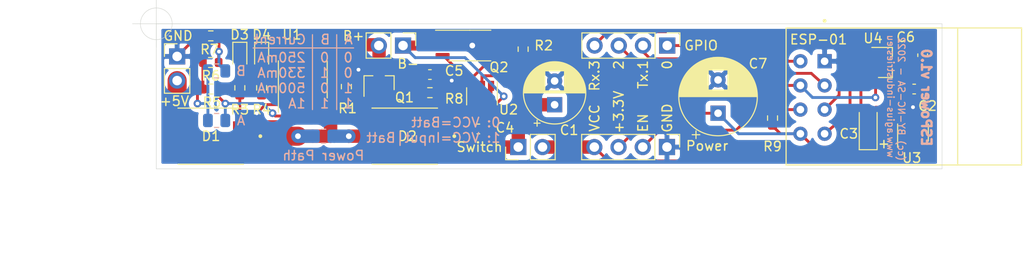
<source format=kicad_pcb>
(kicad_pcb (version 20171130) (host pcbnew 5.1.8-5.1.8)

  (general
    (thickness 1.6)
    (drawings 26)
    (tracks 244)
    (zones 0)
    (modules 35)
    (nets 31)
  )

  (page A4)
  (layers
    (0 F.Cu signal)
    (31 B.Cu signal)
    (32 B.Adhes user)
    (33 F.Adhes user)
    (34 B.Paste user)
    (35 F.Paste user)
    (36 B.SilkS user)
    (37 F.SilkS user)
    (38 B.Mask user)
    (39 F.Mask user)
    (40 Dwgs.User user)
    (41 Cmts.User user)
    (42 Eco1.User user)
    (43 Eco2.User user)
    (44 Edge.Cuts user)
    (45 Margin user)
    (46 B.CrtYd user hide)
    (47 F.CrtYd user hide)
    (48 B.Fab user hide)
    (49 F.Fab user hide)
  )

  (setup
    (last_trace_width 0.3)
    (user_trace_width 0.3)
    (user_trace_width 1.05)
    (user_trace_width 1.4)
    (user_trace_width 2)
    (trace_clearance 0.25)
    (zone_clearance 0.508)
    (zone_45_only no)
    (trace_min 0.3)
    (via_size 0.8)
    (via_drill 0.4)
    (via_min_size 0.4)
    (via_min_drill 0.3)
    (user_via 0.8 0.4)
    (user_via 1.4 0.6)
    (uvia_size 0.5)
    (uvia_drill 0.1)
    (uvias_allowed no)
    (uvia_min_size 0.2)
    (uvia_min_drill 0.1)
    (edge_width 0.05)
    (segment_width 0.2)
    (pcb_text_width 0.3)
    (pcb_text_size 1.5 1.5)
    (mod_edge_width 0.12)
    (mod_text_size 1 1)
    (mod_text_width 0.15)
    (pad_size 1.524 1.524)
    (pad_drill 0.762)
    (pad_to_mask_clearance 0)
    (aux_axis_origin 0 0)
    (visible_elements FFFFFF7F)
    (pcbplotparams
      (layerselection 0x010fc_ffffffff)
      (usegerberextensions true)
      (usegerberattributes true)
      (usegerberadvancedattributes false)
      (creategerberjobfile false)
      (excludeedgelayer true)
      (linewidth 0.100000)
      (plotframeref false)
      (viasonmask false)
      (mode 1)
      (useauxorigin false)
      (hpglpennumber 1)
      (hpglpenspeed 20)
      (hpglpendiameter 15.000000)
      (psnegative false)
      (psa4output false)
      (plotreference true)
      (plotvalue false)
      (plotinvisibletext false)
      (padsonsilk false)
      (subtractmaskfromsilk true)
      (outputformat 1)
      (mirror false)
      (drillshape 0)
      (scaleselection 1)
      (outputdirectory "../Gerber/"))
  )

  (net 0 "")
  (net 1 GND)
  (net 2 "Net-(C1-Pad1)")
  (net 3 "Net-(C2-Pad1)")
  (net 4 +3V3)
  (net 5 "Net-(C4-Pad2)")
  (net 6 "Net-(C4-Pad1)")
  (net 7 +BATT)
  (net 8 VDD)
  (net 9 "Net-(D1-PadA)")
  (net 10 +5V)
  (net 11 "Net-(D2-PadA)")
  (net 12 "Net-(D3-Pad2)")
  (net 13 "Net-(D3-Pad1)")
  (net 14 "Net-(D4-Pad2)")
  (net 15 "Net-(D4-Pad1)")
  (net 16 "Net-(J5-Pad4)")
  (net 17 "Net-(J5-Pad3)")
  (net 18 "Net-(J5-Pad2)")
  (net 19 "Net-(J5-Pad1)")
  (net 20 "Net-(Q2-Pad1)")
  (net 21 "Net-(Q2-Pad5)")
  (net 22 "Net-(Q2-Pad4)")
  (net 23 "Net-(R2-Pad1)")
  (net 24 "Net-(R5-Pad2)")
  (net 25 "Net-(R5-Pad1)")
  (net 26 "Net-(R6-Pad2)")
  (net 27 "Net-(R9-Pad2)")
  (net 28 "Net-(U1-Pad9)")
  (net 29 "Net-(U2-Pad4)")
  (net 30 "Net-(J3-Pad2)")

  (net_class Default "This is the default net class."
    (clearance 0.25)
    (trace_width 0.3)
    (via_dia 0.8)
    (via_drill 0.4)
    (uvia_dia 0.5)
    (uvia_drill 0.1)
    (diff_pair_width 0.3)
    (diff_pair_gap 0.25)
    (add_net +3V3)
    (add_net +5V)
    (add_net +BATT)
    (add_net GND)
    (add_net "Net-(C1-Pad1)")
    (add_net "Net-(C2-Pad1)")
    (add_net "Net-(C4-Pad1)")
    (add_net "Net-(C4-Pad2)")
    (add_net "Net-(D2-PadA)")
    (add_net "Net-(D3-Pad1)")
    (add_net "Net-(D3-Pad2)")
    (add_net "Net-(D4-Pad1)")
    (add_net "Net-(D4-Pad2)")
    (add_net "Net-(J3-Pad2)")
    (add_net "Net-(J5-Pad1)")
    (add_net "Net-(J5-Pad2)")
    (add_net "Net-(J5-Pad3)")
    (add_net "Net-(J5-Pad4)")
    (add_net "Net-(Q2-Pad1)")
    (add_net "Net-(Q2-Pad4)")
    (add_net "Net-(Q2-Pad5)")
    (add_net "Net-(R2-Pad1)")
    (add_net "Net-(R5-Pad1)")
    (add_net "Net-(R5-Pad2)")
    (add_net "Net-(R6-Pad2)")
    (add_net "Net-(R9-Pad2)")
    (add_net "Net-(U1-Pad9)")
    (add_net "Net-(U2-Pad4)")
    (add_net VDD)
  )

  (net_class Power ""
    (clearance 0.254)
    (trace_width 1.6)
    (via_dia 0.8)
    (via_drill 0.4)
    (uvia_dia 0.5)
    (uvia_drill 0.1)
    (diff_pair_width 0.3)
    (diff_pair_gap 0.25)
    (add_net "Net-(D1-PadA)")
  )

  (module Resistor_SMD:R_0603_1608Metric (layer F.Cu) (tedit 5F68FEEE) (tstamp 631DF81B)
    (at 83.185 97.917)
    (descr "Resistor SMD 0603 (1608 Metric), square (rectangular) end terminal, IPC_7351 nominal, (Body size source: IPC-SM-782 page 72, https://www.pcb-3d.com/wordpress/wp-content/uploads/ipc-sm-782a_amendment_1_and_2.pdf), generated with kicad-footprint-generator")
    (tags resistor)
    (path /631B7D88)
    (attr smd)
    (fp_text reference R6 (at 0 1.397) (layer F.SilkS)
      (effects (font (size 1 1) (thickness 0.15)))
    )
    (fp_text value 1.2kΩ (at 0 1.43) (layer F.Fab)
      (effects (font (size 1 1) (thickness 0.15)))
    )
    (fp_line (start -0.8 0.4125) (end -0.8 -0.4125) (layer F.Fab) (width 0.1))
    (fp_line (start -0.8 -0.4125) (end 0.8 -0.4125) (layer F.Fab) (width 0.1))
    (fp_line (start 0.8 -0.4125) (end 0.8 0.4125) (layer F.Fab) (width 0.1))
    (fp_line (start 0.8 0.4125) (end -0.8 0.4125) (layer F.Fab) (width 0.1))
    (fp_line (start -0.237258 -0.5225) (end 0.237258 -0.5225) (layer F.SilkS) (width 0.12))
    (fp_line (start -0.237258 0.5225) (end 0.237258 0.5225) (layer F.SilkS) (width 0.12))
    (fp_line (start -1.48 0.73) (end -1.48 -0.73) (layer F.CrtYd) (width 0.05))
    (fp_line (start -1.48 -0.73) (end 1.48 -0.73) (layer F.CrtYd) (width 0.05))
    (fp_line (start 1.48 -0.73) (end 1.48 0.73) (layer F.CrtYd) (width 0.05))
    (fp_line (start 1.48 0.73) (end -1.48 0.73) (layer F.CrtYd) (width 0.05))
    (fp_text user %R (at 0 0) (layer F.Fab)
      (effects (font (size 0.4 0.4) (thickness 0.06)))
    )
    (pad 2 smd roundrect (at 0.825 0) (size 0.8 0.95) (layers F.Cu F.Paste F.Mask) (roundrect_rratio 0.25)
      (net 26 "Net-(R6-Pad2)"))
    (pad 1 smd roundrect (at -0.825 0) (size 0.8 0.95) (layers F.Cu F.Paste F.Mask) (roundrect_rratio 0.25)
      (net 24 "Net-(R5-Pad2)"))
    (model ${KISYS3DMOD}/Resistor_SMD.3dshapes/R_0603_1608Metric.wrl
      (at (xyz 0 0 0))
      (scale (xyz 1 1 1))
      (rotate (xyz 0 0 0))
    )
  )

  (module Custom:XCVR_ESP8266-01_ESP-01 (layer F.Cu) (tedit 62F7F235) (tstamp 632F4CB6)
    (at 155.884 101.6 270)
    (path /62F9BCCF)
    (fp_text reference ESP-01 (at -6.096 8.945 180) (layer F.SilkS)
      (effects (font (size 1 1) (thickness 0.15)))
    )
    (fp_text value ESP8266-01_ESP-01 (at 6.41 14.235 90) (layer F.Fab)
      (effects (font (size 1 1) (thickness 0.15)))
    )
    (fp_line (start -7.31 12.35) (end -7.31 -5.65) (layer F.Fab) (width 0.127))
    (fp_line (start -7.31 -5.65) (end -7.31 -12.35) (layer F.Fab) (width 0.127))
    (fp_line (start -7.31 -12.35) (end 7.09 -12.35) (layer F.Fab) (width 0.127))
    (fp_line (start 7.09 -12.35) (end 7.09 -5.65) (layer F.Fab) (width 0.127))
    (fp_line (start 7.09 -5.65) (end 7.09 12.35) (layer F.Fab) (width 0.127))
    (fp_line (start 7.09 12.35) (end -7.31 12.35) (layer F.Fab) (width 0.127))
    (fp_line (start 7.09 -5.65) (end -7.31 -5.65) (layer F.Fab) (width 0.127))
    (fp_line (start -7.31 12.35) (end -7.31 -5.65) (layer F.SilkS) (width 0.127))
    (fp_line (start -7.31 -5.65) (end -7.31 -12.35) (layer F.SilkS) (width 0.127))
    (fp_line (start -7.31 -12.35) (end 7.09 -12.35) (layer F.SilkS) (width 0.127))
    (fp_line (start 7.09 -12.35) (end 7.09 -5.65) (layer F.SilkS) (width 0.127))
    (fp_line (start 7.09 -5.65) (end 7.09 12.35) (layer F.SilkS) (width 0.127))
    (fp_line (start 7.09 12.35) (end -7.31 12.35) (layer F.SilkS) (width 0.127))
    (fp_line (start 7.09 -5.65) (end -7.31 -5.65) (layer F.SilkS) (width 0.127))
    (fp_line (start -7.56 -12.6) (end -7.56 12.6) (layer F.CrtYd) (width 0.05))
    (fp_line (start -7.56 12.6) (end 7.34 12.6) (layer F.CrtYd) (width 0.05))
    (fp_line (start 7.34 12.6) (end 7.34 -12.6) (layer F.CrtYd) (width 0.05))
    (fp_line (start 7.34 -12.6) (end -7.56 -12.6) (layer F.CrtYd) (width 0.05))
    (fp_circle (center -8.06 8.31) (end -7.96 8.31) (layer F.SilkS) (width 0.2))
    (fp_circle (center -8.06 8.31) (end -7.96 8.31) (layer F.Fab) (width 0.2))
    (fp_poly (pts (xy -7.31 -12.35) (xy 7.09 -12.35) (xy 7.09 -5.65) (xy -7.31 -5.65)) (layer Dwgs.User) (width 0.01))
    (fp_poly (pts (xy -7.31 -12.35) (xy 7.09 -12.35) (xy 7.09 -5.65) (xy -7.31 -5.65)) (layer Dwgs.User) (width 0.01))
    (pad 8 thru_hole circle (at 3.81 10.85 270) (size 1.5 1.5) (drill 0.8) (layers *.Cu *.Mask)
      (net 4 +3V3))
    (pad 7 thru_hole circle (at 1.27 10.85 270) (size 1.5 1.5) (drill 0.8) (layers *.Cu *.Mask)
      (net 27 "Net-(R9-Pad2)"))
    (pad 6 thru_hole circle (at -1.27 10.85 270) (size 1.5 1.5) (drill 0.8) (layers *.Cu *.Mask)
      (net 30 "Net-(J3-Pad2)"))
    (pad 5 thru_hole circle (at -3.81 10.85 270) (size 1.5 1.5) (drill 0.8) (layers *.Cu *.Mask)
      (net 18 "Net-(J5-Pad2)"))
    (pad 1 thru_hole rect (at -3.81 8.31 270) (size 1.5 1.5) (drill 0.8) (layers *.Cu *.Mask)
      (net 1 GND))
    (pad 2 thru_hole circle (at -1.27 8.31 270) (size 1.5 1.5) (drill 0.8) (layers *.Cu *.Mask)
      (net 17 "Net-(J5-Pad3)"))
    (pad 3 thru_hole circle (at 1.27 8.31 270) (size 1.5 1.5) (drill 0.8) (layers *.Cu *.Mask)
      (net 19 "Net-(J5-Pad1)"))
    (pad 4 thru_hole circle (at 3.81 8.31 270) (size 1.5 1.5) (drill 0.8) (layers *.Cu *.Mask)
      (net 16 "Net-(J5-Pad4)"))
  )

  (module Package_TO_SOT_SMD:SOT-23 (layer F.Cu) (tedit 5A02FF57) (tstamp 631912CF)
    (at 153.924 97.917)
    (descr "SOT-23, Standard")
    (tags SOT-23)
    (path /62F95EE5)
    (attr smd)
    (fp_text reference U4 (at -1.27 -2.54) (layer F.SilkS)
      (effects (font (size 1 1) (thickness 0.15)))
    )
    (fp_text value TPS3839DBZ (at 0 2.5) (layer F.Fab)
      (effects (font (size 1 1) (thickness 0.15)))
    )
    (fp_line (start -0.7 -0.95) (end -0.7 1.5) (layer F.Fab) (width 0.1))
    (fp_line (start -0.15 -1.52) (end 0.7 -1.52) (layer F.Fab) (width 0.1))
    (fp_line (start -0.7 -0.95) (end -0.15 -1.52) (layer F.Fab) (width 0.1))
    (fp_line (start 0.7 -1.52) (end 0.7 1.52) (layer F.Fab) (width 0.1))
    (fp_line (start -0.7 1.52) (end 0.7 1.52) (layer F.Fab) (width 0.1))
    (fp_line (start 0.76 1.58) (end 0.76 0.65) (layer F.SilkS) (width 0.12))
    (fp_line (start 0.76 -1.58) (end 0.76 -0.65) (layer F.SilkS) (width 0.12))
    (fp_line (start -1.7 -1.75) (end 1.7 -1.75) (layer F.CrtYd) (width 0.05))
    (fp_line (start 1.7 -1.75) (end 1.7 1.75) (layer F.CrtYd) (width 0.05))
    (fp_line (start 1.7 1.75) (end -1.7 1.75) (layer F.CrtYd) (width 0.05))
    (fp_line (start -1.7 1.75) (end -1.7 -1.75) (layer F.CrtYd) (width 0.05))
    (fp_line (start 0.76 -1.58) (end -1.4 -1.58) (layer F.SilkS) (width 0.12))
    (fp_line (start 0.76 1.58) (end -0.7 1.58) (layer F.SilkS) (width 0.12))
    (fp_text user %R (at 0 0 90) (layer F.Fab)
      (effects (font (size 0.5 0.5) (thickness 0.075)))
    )
    (pad 3 smd rect (at 1 0) (size 0.9 0.8) (layers F.Cu F.Paste F.Mask)
      (net 8 VDD))
    (pad 2 smd rect (at -1 0.95) (size 0.9 0.8) (layers F.Cu F.Paste F.Mask)
      (net 30 "Net-(J3-Pad2)"))
    (pad 1 smd rect (at -1 -0.95) (size 0.9 0.8) (layers F.Cu F.Paste F.Mask)
      (net 1 GND))
    (model ${KISYS3DMOD}/Package_TO_SOT_SMD.3dshapes/SOT-23.wrl
      (at (xyz 0 0 0))
      (scale (xyz 1 1 1))
      (rotate (xyz 0 0 0))
    )
  )

  (module Package_TO_SOT_SMD:SOT-23-5 (layer F.Cu) (tedit 5A02FF57) (tstamp 631CCEAE)
    (at 156.845 105.283 90)
    (descr "5-pin SOT23 package")
    (tags SOT-23-5)
    (path /62FD73B3)
    (attr smd)
    (fp_text reference U3 (at -2.667 -0.127) (layer F.SilkS)
      (effects (font (size 1 1) (thickness 0.15)))
    )
    (fp_text value SPX3819M5-L-3-3 (at 0 2.9 90) (layer F.Fab)
      (effects (font (size 1 1) (thickness 0.15)))
    )
    (fp_line (start -0.9 1.61) (end 0.9 1.61) (layer F.SilkS) (width 0.12))
    (fp_line (start 0.9 -1.61) (end -1.55 -1.61) (layer F.SilkS) (width 0.12))
    (fp_line (start -1.9 -1.8) (end 1.9 -1.8) (layer F.CrtYd) (width 0.05))
    (fp_line (start 1.9 -1.8) (end 1.9 1.8) (layer F.CrtYd) (width 0.05))
    (fp_line (start 1.9 1.8) (end -1.9 1.8) (layer F.CrtYd) (width 0.05))
    (fp_line (start -1.9 1.8) (end -1.9 -1.8) (layer F.CrtYd) (width 0.05))
    (fp_line (start -0.9 -0.9) (end -0.25 -1.55) (layer F.Fab) (width 0.1))
    (fp_line (start 0.9 -1.55) (end -0.25 -1.55) (layer F.Fab) (width 0.1))
    (fp_line (start -0.9 -0.9) (end -0.9 1.55) (layer F.Fab) (width 0.1))
    (fp_line (start 0.9 1.55) (end -0.9 1.55) (layer F.Fab) (width 0.1))
    (fp_line (start 0.9 -1.55) (end 0.9 1.55) (layer F.Fab) (width 0.1))
    (fp_text user %R (at 0 0) (layer F.Fab)
      (effects (font (size 0.5 0.5) (thickness 0.075)))
    )
    (pad 5 smd rect (at 1.1 -0.95 90) (size 1.06 0.65) (layers F.Cu F.Paste F.Mask)
      (net 4 +3V3))
    (pad 4 smd rect (at 1.1 0.95 90) (size 1.06 0.65) (layers F.Cu F.Paste F.Mask)
      (net 3 "Net-(C2-Pad1)"))
    (pad 3 smd rect (at -1.1 0.95 90) (size 1.06 0.65) (layers F.Cu F.Paste F.Mask)
      (net 8 VDD))
    (pad 2 smd rect (at -1.1 0 90) (size 1.06 0.65) (layers F.Cu F.Paste F.Mask)
      (net 1 GND))
    (pad 1 smd rect (at -1.1 -0.95 90) (size 1.06 0.65) (layers F.Cu F.Paste F.Mask)
      (net 8 VDD))
    (model ${KISYS3DMOD}/Package_TO_SOT_SMD.3dshapes/SOT-23-5.wrl
      (at (xyz 0 0 0))
      (scale (xyz 1 1 1))
      (rotate (xyz 0 0 0))
    )
  )

  (module Package_TO_SOT_SMD:SOT-23-6 (layer F.Cu) (tedit 5A02FF57) (tstamp 631912A5)
    (at 111.633 101.473 270)
    (descr "6-pin SOT-23 package")
    (tags SOT-23-6)
    (path /630D401E)
    (attr smd)
    (fp_text reference U2 (at 1.397 -2.794 180) (layer F.SilkS)
      (effects (font (size 1 1) (thickness 0.15)))
    )
    (fp_text value DW01A (at 0 2.9 90) (layer F.Fab)
      (effects (font (size 1 1) (thickness 0.15)))
    )
    (fp_line (start -0.9 1.61) (end 0.9 1.61) (layer F.SilkS) (width 0.12))
    (fp_line (start 0.9 -1.61) (end -1.55 -1.61) (layer F.SilkS) (width 0.12))
    (fp_line (start 1.9 -1.8) (end -1.9 -1.8) (layer F.CrtYd) (width 0.05))
    (fp_line (start 1.9 1.8) (end 1.9 -1.8) (layer F.CrtYd) (width 0.05))
    (fp_line (start -1.9 1.8) (end 1.9 1.8) (layer F.CrtYd) (width 0.05))
    (fp_line (start -1.9 -1.8) (end -1.9 1.8) (layer F.CrtYd) (width 0.05))
    (fp_line (start -0.9 -0.9) (end -0.25 -1.55) (layer F.Fab) (width 0.1))
    (fp_line (start 0.9 -1.55) (end -0.25 -1.55) (layer F.Fab) (width 0.1))
    (fp_line (start -0.9 -0.9) (end -0.9 1.55) (layer F.Fab) (width 0.1))
    (fp_line (start 0.9 1.55) (end -0.9 1.55) (layer F.Fab) (width 0.1))
    (fp_line (start 0.9 -1.55) (end 0.9 1.55) (layer F.Fab) (width 0.1))
    (fp_text user %R (at 0 0) (layer F.Fab)
      (effects (font (size 0.5 0.5) (thickness 0.075)))
    )
    (pad 5 smd rect (at 1.1 0 270) (size 1.06 0.65) (layers F.Cu F.Paste F.Mask)
      (net 6 "Net-(C4-Pad1)"))
    (pad 6 smd rect (at 1.1 -0.95 270) (size 1.06 0.65) (layers F.Cu F.Paste F.Mask)
      (net 5 "Net-(C4-Pad2)"))
    (pad 4 smd rect (at 1.1 0.95 270) (size 1.06 0.65) (layers F.Cu F.Paste F.Mask)
      (net 29 "Net-(U2-Pad4)"))
    (pad 3 smd rect (at -1.1 0.95 270) (size 1.06 0.65) (layers F.Cu F.Paste F.Mask)
      (net 21 "Net-(Q2-Pad5)"))
    (pad 2 smd rect (at -1.1 0 270) (size 1.06 0.65) (layers F.Cu F.Paste F.Mask)
      (net 23 "Net-(R2-Pad1)"))
    (pad 1 smd rect (at -1.1 -0.95 270) (size 1.06 0.65) (layers F.Cu F.Paste F.Mask)
      (net 22 "Net-(Q2-Pad4)"))
    (model ${KISYS3DMOD}/Package_TO_SOT_SMD.3dshapes/SOT-23-6.wrl
      (at (xyz 0 0 0))
      (scale (xyz 1 1 1))
      (rotate (xyz 0 0 0))
    )
  )

  (module Package_SO:HTSOP-8-1EP_3.9x4.9mm_P1.27mm_EP2.4x3.2mm (layer F.Cu) (tedit 5DC5FE74) (tstamp 631CD29E)
    (at 92.837 99.695 90)
    (descr "HTSOP, 8 Pin (https://media.digikey.com/pdf/Data%20Sheets/Rohm%20PDFs/BD9G341EFJ.pdf), generated with kicad-footprint-generator ipc_gullwing_generator.py")
    (tags "HTSOP SO")
    (path /630D33B4)
    (attr smd)
    (fp_text reference U1 (at 4.699 -1.143 180) (layer F.SilkS)
      (effects (font (size 1 1) (thickness 0.15)))
    )
    (fp_text value TP4056 (at 0 3.4 90) (layer F.Fab)
      (effects (font (size 1 1) (thickness 0.15)))
    )
    (fp_line (start 0 2.56) (end 1.95 2.56) (layer F.SilkS) (width 0.12))
    (fp_line (start 0 2.56) (end -1.95 2.56) (layer F.SilkS) (width 0.12))
    (fp_line (start 0 -2.56) (end 1.95 -2.56) (layer F.SilkS) (width 0.12))
    (fp_line (start 0 -2.56) (end -3.45 -2.56) (layer F.SilkS) (width 0.12))
    (fp_line (start -0.975 -2.45) (end 1.95 -2.45) (layer F.Fab) (width 0.1))
    (fp_line (start 1.95 -2.45) (end 1.95 2.45) (layer F.Fab) (width 0.1))
    (fp_line (start 1.95 2.45) (end -1.95 2.45) (layer F.Fab) (width 0.1))
    (fp_line (start -1.95 2.45) (end -1.95 -1.475) (layer F.Fab) (width 0.1))
    (fp_line (start -1.95 -1.475) (end -0.975 -2.45) (layer F.Fab) (width 0.1))
    (fp_line (start -3.7 -2.7) (end -3.7 2.7) (layer F.CrtYd) (width 0.05))
    (fp_line (start -3.7 2.7) (end 3.7 2.7) (layer F.CrtYd) (width 0.05))
    (fp_line (start 3.7 2.7) (end 3.7 -2.7) (layer F.CrtYd) (width 0.05))
    (fp_line (start 3.7 -2.7) (end -3.7 -2.7) (layer F.CrtYd) (width 0.05))
    (fp_text user %R (at 0 0 90) (layer F.Fab)
      (effects (font (size 0.98 0.98) (thickness 0.15)))
    )
    (pad "" smd roundrect (at 0.6 0.8 90) (size 0.97 1.29) (layers F.Paste) (roundrect_rratio 0.25))
    (pad "" smd roundrect (at 0.6 -0.8 90) (size 0.97 1.29) (layers F.Paste) (roundrect_rratio 0.25))
    (pad "" smd roundrect (at -0.6 0.8 90) (size 0.97 1.29) (layers F.Paste) (roundrect_rratio 0.25))
    (pad "" smd roundrect (at -0.6 -0.8 90) (size 0.97 1.29) (layers F.Paste) (roundrect_rratio 0.25))
    (pad 9 smd rect (at 0 0 90) (size 2.4 3.2) (layers F.Cu F.Mask)
      (net 28 "Net-(U1-Pad9)"))
    (pad 8 smd roundrect (at 2.65 -1.905 90) (size 1.6 0.6) (layers F.Cu F.Paste F.Mask) (roundrect_rratio 0.25)
      (net 10 +5V))
    (pad 7 smd roundrect (at 2.65 -0.635 90) (size 1.6 0.6) (layers F.Cu F.Paste F.Mask) (roundrect_rratio 0.25)
      (net 15 "Net-(D4-Pad1)"))
    (pad 6 smd roundrect (at 2.65 0.635 90) (size 1.6 0.6) (layers F.Cu F.Paste F.Mask) (roundrect_rratio 0.25)
      (net 13 "Net-(D3-Pad1)"))
    (pad 5 smd roundrect (at 2.65 1.905 90) (size 1.6 0.6) (layers F.Cu F.Paste F.Mask) (roundrect_rratio 0.25)
      (net 7 +BATT))
    (pad 4 smd roundrect (at -2.65 1.905 90) (size 1.6 0.6) (layers F.Cu F.Paste F.Mask) (roundrect_rratio 0.25)
      (net 10 +5V))
    (pad 3 smd roundrect (at -2.65 0.635 90) (size 1.6 0.6) (layers F.Cu F.Paste F.Mask) (roundrect_rratio 0.25)
      (net 1 GND))
    (pad 2 smd roundrect (at -2.65 -0.635 90) (size 1.6 0.6) (layers F.Cu F.Paste F.Mask) (roundrect_rratio 0.25)
      (net 25 "Net-(R5-Pad1)"))
    (pad 1 smd roundrect (at -2.65 -1.905 90) (size 1.6 0.6) (layers F.Cu F.Paste F.Mask) (roundrect_rratio 0.25)
      (net 1 GND))
    (model ${KISYS3DMOD}/Package_SO.3dshapes/HTSOP-8-1EP_3.9x4.9mm_P1.27mm_EP2.4x3.2mm.wrl
      (at (xyz 0 0 0))
      (scale (xyz 1 1 1))
      (rotate (xyz 0 0 0))
    )
  )

  (module Resistor_SMD:R_0805_2012Metric (layer B.Cu) (tedit 5F68FEEE) (tstamp 631DD640)
    (at 83.7965 98.806 180)
    (descr "Resistor SMD 0805 (2012 Metric), square (rectangular) end terminal, IPC_7351 nominal, (Body size source: IPC-SM-782 page 72, https://www.pcb-3d.com/wordpress/wp-content/uploads/ipc-sm-782a_amendment_1_and_2.pdf), generated with kicad-footprint-generator")
    (tags resistor)
    (path /631BA1AE)
    (attr smd)
    (fp_text reference B (at -2.5635 0) (layer B.SilkS)
      (effects (font (size 1 1) (thickness 0.15)) (justify mirror))
    )
    (fp_text value B (at 0 -1.65) (layer B.Fab)
      (effects (font (size 1 1) (thickness 0.15)) (justify mirror))
    )
    (fp_line (start -1 -0.625) (end -1 0.625) (layer B.Fab) (width 0.1))
    (fp_line (start -1 0.625) (end 1 0.625) (layer B.Fab) (width 0.1))
    (fp_line (start 1 0.625) (end 1 -0.625) (layer B.Fab) (width 0.1))
    (fp_line (start 1 -0.625) (end -1 -0.625) (layer B.Fab) (width 0.1))
    (fp_line (start -0.227064 0.735) (end 0.227064 0.735) (layer B.SilkS) (width 0.12))
    (fp_line (start -0.227064 -0.735) (end 0.227064 -0.735) (layer B.SilkS) (width 0.12))
    (fp_line (start -1.68 -0.95) (end -1.68 0.95) (layer B.CrtYd) (width 0.05))
    (fp_line (start -1.68 0.95) (end 1.68 0.95) (layer B.CrtYd) (width 0.05))
    (fp_line (start 1.68 0.95) (end 1.68 -0.95) (layer B.CrtYd) (width 0.05))
    (fp_line (start 1.68 -0.95) (end -1.68 -0.95) (layer B.CrtYd) (width 0.05))
    (fp_text user %R (at 0 0) (layer B.Fab)
      (effects (font (size 0.5 0.5) (thickness 0.08)) (justify mirror))
    )
    (pad 2 smd roundrect (at 0.9125 0 180) (size 1.025 1.4) (layers B.Cu B.Paste B.Mask) (roundrect_rratio 0.2439014634146341)
      (net 24 "Net-(R5-Pad2)"))
    (pad 1 smd roundrect (at -0.9125 0 180) (size 1.025 1.4) (layers B.Cu B.Paste B.Mask) (roundrect_rratio 0.2439014634146341)
      (net 26 "Net-(R6-Pad2)"))
    (model ${KISYS3DMOD}/Resistor_SMD.3dshapes/R_0805_2012Metric.wrl
      (at (xyz 0 0 0))
      (scale (xyz 1 1 1))
      (rotate (xyz 0 0 0))
    )
  )

  (module Resistor_SMD:R_0805_2012Metric (layer B.Cu) (tedit 5F68FEEE) (tstamp 631DE188)
    (at 83.7965 104.013)
    (descr "Resistor SMD 0805 (2012 Metric), square (rectangular) end terminal, IPC_7351 nominal, (Body size source: IPC-SM-782 page 72, https://www.pcb-3d.com/wordpress/wp-content/uploads/ipc-sm-782a_amendment_1_and_2.pdf), generated with kicad-footprint-generator")
    (tags resistor)
    (path /631B90E2)
    (attr smd)
    (fp_text reference A (at 2.5635 0) (layer B.SilkS)
      (effects (font (size 1 1) (thickness 0.15)) (justify mirror))
    )
    (fp_text value A (at 0 -1.65) (layer B.Fab)
      (effects (font (size 1 1) (thickness 0.15)) (justify mirror))
    )
    (fp_line (start -1 -0.625) (end -1 0.625) (layer B.Fab) (width 0.1))
    (fp_line (start -1 0.625) (end 1 0.625) (layer B.Fab) (width 0.1))
    (fp_line (start 1 0.625) (end 1 -0.625) (layer B.Fab) (width 0.1))
    (fp_line (start 1 -0.625) (end -1 -0.625) (layer B.Fab) (width 0.1))
    (fp_line (start -0.227064 0.735) (end 0.227064 0.735) (layer B.SilkS) (width 0.12))
    (fp_line (start -0.227064 -0.735) (end 0.227064 -0.735) (layer B.SilkS) (width 0.12))
    (fp_line (start -1.68 -0.95) (end -1.68 0.95) (layer B.CrtYd) (width 0.05))
    (fp_line (start -1.68 0.95) (end 1.68 0.95) (layer B.CrtYd) (width 0.05))
    (fp_line (start 1.68 0.95) (end 1.68 -0.95) (layer B.CrtYd) (width 0.05))
    (fp_line (start 1.68 -0.95) (end -1.68 -0.95) (layer B.CrtYd) (width 0.05))
    (fp_text user %R (at 0 0) (layer B.Fab)
      (effects (font (size 0.5 0.5) (thickness 0.08)) (justify mirror))
    )
    (pad 2 smd roundrect (at 0.9125 0) (size 1.025 1.4) (layers B.Cu B.Paste B.Mask) (roundrect_rratio 0.2439014634146341)
      (net 25 "Net-(R5-Pad1)"))
    (pad 1 smd roundrect (at -0.9125 0) (size 1.025 1.4) (layers B.Cu B.Paste B.Mask) (roundrect_rratio 0.2439014634146341)
      (net 24 "Net-(R5-Pad2)"))
    (model ${KISYS3DMOD}/Resistor_SMD.3dshapes/R_0805_2012Metric.wrl
      (at (xyz 0 0 0))
      (scale (xyz 1 1 1))
      (rotate (xyz 0 0 0))
    )
  )

  (module Resistor_SMD:R_0805_2012Metric (layer B.Cu) (tedit 5F68FEEE) (tstamp 631DD206)
    (at 95.0195 105.664)
    (descr "Resistor SMD 0805 (2012 Metric), square (rectangular) end terminal, IPC_7351 nominal, (Body size source: IPC-SM-782 page 72, https://www.pcb-3d.com/wordpress/wp-content/uploads/ipc-sm-782a_amendment_1_and_2.pdf), generated with kicad-footprint-generator")
    (tags resistor)
    (path /6313ED52)
    (attr smd)
    (fp_text reference "Power Path" (at -0.0235 2.032) (layer B.SilkS)
      (effects (font (size 1 1) (thickness 0.15)) (justify mirror))
    )
    (fp_text value "PowerPath enable" (at 0 -1.65) (layer B.Fab)
      (effects (font (size 1 1) (thickness 0.15)) (justify mirror))
    )
    (fp_line (start -1 -0.625) (end -1 0.625) (layer B.Fab) (width 0.1))
    (fp_line (start -1 0.625) (end 1 0.625) (layer B.Fab) (width 0.1))
    (fp_line (start 1 0.625) (end 1 -0.625) (layer B.Fab) (width 0.1))
    (fp_line (start 1 -0.625) (end -1 -0.625) (layer B.Fab) (width 0.1))
    (fp_line (start -0.227064 0.735) (end 0.227064 0.735) (layer B.SilkS) (width 0.12))
    (fp_line (start -0.227064 -0.735) (end 0.227064 -0.735) (layer B.SilkS) (width 0.12))
    (fp_line (start -1.68 -0.95) (end -1.68 0.95) (layer B.CrtYd) (width 0.05))
    (fp_line (start -1.68 0.95) (end 1.68 0.95) (layer B.CrtYd) (width 0.05))
    (fp_line (start 1.68 0.95) (end 1.68 -0.95) (layer B.CrtYd) (width 0.05))
    (fp_line (start 1.68 -0.95) (end -1.68 -0.95) (layer B.CrtYd) (width 0.05))
    (fp_text user %R (at 0 0) (layer B.Fab)
      (effects (font (size 0.5 0.5) (thickness 0.08)) (justify mirror))
    )
    (pad 2 smd roundrect (at 0.9125 0) (size 1.025 1.4) (layers B.Cu B.Paste B.Mask) (roundrect_rratio 0.2439014634146341)
      (net 11 "Net-(D2-PadA)"))
    (pad 1 smd roundrect (at -0.9125 0) (size 1.025 1.4) (layers B.Cu B.Paste B.Mask) (roundrect_rratio 0.2439014634146341)
      (net 10 +5V))
    (model ${KISYS3DMOD}/Resistor_SMD.3dshapes/R_0805_2012Metric.wrl
      (at (xyz 0 0 0))
      (scale (xyz 1 1 1))
      (rotate (xyz 0 0 0))
    )
  )

  (module Resistor_SMD:R_0603_1608Metric (layer F.Cu) (tedit 5F68FEEE) (tstamp 6319123D)
    (at 142.113 103.759 90)
    (descr "Resistor SMD 0603 (1608 Metric), square (rectangular) end terminal, IPC_7351 nominal, (Body size source: IPC-SM-782 page 72, https://www.pcb-3d.com/wordpress/wp-content/uploads/ipc-sm-782a_amendment_1_and_2.pdf), generated with kicad-footprint-generator")
    (tags resistor)
    (path /62FE7C07)
    (attr smd)
    (fp_text reference R9 (at -2.985 0 180) (layer F.SilkS)
      (effects (font (size 1 1) (thickness 0.15)))
    )
    (fp_text value 100kΩ (at 0 1.43 90) (layer F.Fab)
      (effects (font (size 1 1) (thickness 0.15)))
    )
    (fp_line (start -0.8 0.4125) (end -0.8 -0.4125) (layer F.Fab) (width 0.1))
    (fp_line (start -0.8 -0.4125) (end 0.8 -0.4125) (layer F.Fab) (width 0.1))
    (fp_line (start 0.8 -0.4125) (end 0.8 0.4125) (layer F.Fab) (width 0.1))
    (fp_line (start 0.8 0.4125) (end -0.8 0.4125) (layer F.Fab) (width 0.1))
    (fp_line (start -0.237258 -0.5225) (end 0.237258 -0.5225) (layer F.SilkS) (width 0.12))
    (fp_line (start -0.237258 0.5225) (end 0.237258 0.5225) (layer F.SilkS) (width 0.12))
    (fp_line (start -1.48 0.73) (end -1.48 -0.73) (layer F.CrtYd) (width 0.05))
    (fp_line (start -1.48 -0.73) (end 1.48 -0.73) (layer F.CrtYd) (width 0.05))
    (fp_line (start 1.48 -0.73) (end 1.48 0.73) (layer F.CrtYd) (width 0.05))
    (fp_line (start 1.48 0.73) (end -1.48 0.73) (layer F.CrtYd) (width 0.05))
    (fp_text user %R (at 0 0 90) (layer F.Fab)
      (effects (font (size 0.4 0.4) (thickness 0.06)))
    )
    (pad 2 smd roundrect (at 0.825 0 90) (size 0.8 0.95) (layers F.Cu F.Paste F.Mask) (roundrect_rratio 0.25)
      (net 27 "Net-(R9-Pad2)"))
    (pad 1 smd roundrect (at -0.825 0 90) (size 0.8 0.95) (layers F.Cu F.Paste F.Mask) (roundrect_rratio 0.25)
      (net 4 +3V3))
    (model ${KISYS3DMOD}/Resistor_SMD.3dshapes/R_0603_1608Metric.wrl
      (at (xyz 0 0 0))
      (scale (xyz 1 1 1))
      (rotate (xyz 0 0 0))
    )
  )

  (module Resistor_SMD:R_0603_1608Metric (layer F.Cu) (tedit 5F68FEEE) (tstamp 63191E96)
    (at 106.172 101.092)
    (descr "Resistor SMD 0603 (1608 Metric), square (rectangular) end terminal, IPC_7351 nominal, (Body size source: IPC-SM-782 page 72, https://www.pcb-3d.com/wordpress/wp-content/uploads/ipc-sm-782a_amendment_1_and_2.pdf), generated with kicad-footprint-generator")
    (tags resistor)
    (path /6312DE0E)
    (attr smd)
    (fp_text reference R8 (at 2.54 0.635) (layer F.SilkS)
      (effects (font (size 1 1) (thickness 0.15)))
    )
    (fp_text value 100Ω (at 0 1.43) (layer F.Fab)
      (effects (font (size 1 1) (thickness 0.15)))
    )
    (fp_line (start -0.8 0.4125) (end -0.8 -0.4125) (layer F.Fab) (width 0.1))
    (fp_line (start -0.8 -0.4125) (end 0.8 -0.4125) (layer F.Fab) (width 0.1))
    (fp_line (start 0.8 -0.4125) (end 0.8 0.4125) (layer F.Fab) (width 0.1))
    (fp_line (start 0.8 0.4125) (end -0.8 0.4125) (layer F.Fab) (width 0.1))
    (fp_line (start -0.237258 -0.5225) (end 0.237258 -0.5225) (layer F.SilkS) (width 0.12))
    (fp_line (start -0.237258 0.5225) (end 0.237258 0.5225) (layer F.SilkS) (width 0.12))
    (fp_line (start -1.48 0.73) (end -1.48 -0.73) (layer F.CrtYd) (width 0.05))
    (fp_line (start -1.48 -0.73) (end 1.48 -0.73) (layer F.CrtYd) (width 0.05))
    (fp_line (start 1.48 -0.73) (end 1.48 0.73) (layer F.CrtYd) (width 0.05))
    (fp_line (start 1.48 0.73) (end -1.48 0.73) (layer F.CrtYd) (width 0.05))
    (fp_text user %R (at 0 0) (layer F.Fab)
      (effects (font (size 0.4 0.4) (thickness 0.06)))
    )
    (pad 2 smd roundrect (at 0.825 0) (size 0.8 0.95) (layers F.Cu F.Paste F.Mask) (roundrect_rratio 0.25)
      (net 6 "Net-(C4-Pad1)"))
    (pad 1 smd roundrect (at -0.825 0) (size 0.8 0.95) (layers F.Cu F.Paste F.Mask) (roundrect_rratio 0.25)
      (net 7 +BATT))
    (model ${KISYS3DMOD}/Resistor_SMD.3dshapes/R_0603_1608Metric.wrl
      (at (xyz 0 0 0))
      (scale (xyz 1 1 1))
      (rotate (xyz 0 0 0))
    )
  )

  (module Resistor_SMD:R_0603_1608Metric (layer F.Cu) (tedit 5F68FEEE) (tstamp 6319121B)
    (at 83.185 95.123 180)
    (descr "Resistor SMD 0603 (1608 Metric), square (rectangular) end terminal, IPC_7351 nominal, (Body size source: IPC-SM-782 page 72, https://www.pcb-3d.com/wordpress/wp-content/uploads/ipc-sm-782a_amendment_1_and_2.pdf), generated with kicad-footprint-generator")
    (tags resistor)
    (path /631B8749)
    (attr smd)
    (fp_text reference R7 (at 0.127 -1.43) (layer F.SilkS)
      (effects (font (size 1 1) (thickness 0.15)))
    )
    (fp_text value 1.2kΩ (at 0 1.43) (layer F.Fab)
      (effects (font (size 1 1) (thickness 0.15)))
    )
    (fp_line (start -0.8 0.4125) (end -0.8 -0.4125) (layer F.Fab) (width 0.1))
    (fp_line (start -0.8 -0.4125) (end 0.8 -0.4125) (layer F.Fab) (width 0.1))
    (fp_line (start 0.8 -0.4125) (end 0.8 0.4125) (layer F.Fab) (width 0.1))
    (fp_line (start 0.8 0.4125) (end -0.8 0.4125) (layer F.Fab) (width 0.1))
    (fp_line (start -0.237258 -0.5225) (end 0.237258 -0.5225) (layer F.SilkS) (width 0.12))
    (fp_line (start -0.237258 0.5225) (end 0.237258 0.5225) (layer F.SilkS) (width 0.12))
    (fp_line (start -1.48 0.73) (end -1.48 -0.73) (layer F.CrtYd) (width 0.05))
    (fp_line (start -1.48 -0.73) (end 1.48 -0.73) (layer F.CrtYd) (width 0.05))
    (fp_line (start 1.48 -0.73) (end 1.48 0.73) (layer F.CrtYd) (width 0.05))
    (fp_line (start 1.48 0.73) (end -1.48 0.73) (layer F.CrtYd) (width 0.05))
    (fp_text user %R (at 0 0) (layer F.Fab)
      (effects (font (size 0.4 0.4) (thickness 0.06)))
    )
    (pad 2 smd roundrect (at 0.825 0 180) (size 0.8 0.95) (layers F.Cu F.Paste F.Mask) (roundrect_rratio 0.25)
      (net 1 GND))
    (pad 1 smd roundrect (at -0.825 0 180) (size 0.8 0.95) (layers F.Cu F.Paste F.Mask) (roundrect_rratio 0.25)
      (net 26 "Net-(R6-Pad2)"))
    (model ${KISYS3DMOD}/Resistor_SMD.3dshapes/R_0603_1608Metric.wrl
      (at (xyz 0 0 0))
      (scale (xyz 1 1 1))
      (rotate (xyz 0 0 0))
    )
  )

  (module Resistor_SMD:R_0603_1608Metric (layer F.Cu) (tedit 5F68FEEE) (tstamp 631911F9)
    (at 83.185 100.711 180)
    (descr "Resistor SMD 0603 (1608 Metric), square (rectangular) end terminal, IPC_7351 nominal, (Body size source: IPC-SM-782 page 72, https://www.pcb-3d.com/wordpress/wp-content/uploads/ipc-sm-782a_amendment_1_and_2.pdf), generated with kicad-footprint-generator")
    (tags resistor)
    (path /631033F7)
    (attr smd)
    (fp_text reference R5 (at -0.127 -1.397) (layer F.SilkS)
      (effects (font (size 1 1) (thickness 0.15)))
    )
    (fp_text value 2.4kΩ (at 0 1.43) (layer F.Fab)
      (effects (font (size 1 1) (thickness 0.15)))
    )
    (fp_line (start -0.8 0.4125) (end -0.8 -0.4125) (layer F.Fab) (width 0.1))
    (fp_line (start -0.8 -0.4125) (end 0.8 -0.4125) (layer F.Fab) (width 0.1))
    (fp_line (start 0.8 -0.4125) (end 0.8 0.4125) (layer F.Fab) (width 0.1))
    (fp_line (start 0.8 0.4125) (end -0.8 0.4125) (layer F.Fab) (width 0.1))
    (fp_line (start -0.237258 -0.5225) (end 0.237258 -0.5225) (layer F.SilkS) (width 0.12))
    (fp_line (start -0.237258 0.5225) (end 0.237258 0.5225) (layer F.SilkS) (width 0.12))
    (fp_line (start -1.48 0.73) (end -1.48 -0.73) (layer F.CrtYd) (width 0.05))
    (fp_line (start -1.48 -0.73) (end 1.48 -0.73) (layer F.CrtYd) (width 0.05))
    (fp_line (start 1.48 -0.73) (end 1.48 0.73) (layer F.CrtYd) (width 0.05))
    (fp_line (start 1.48 0.73) (end -1.48 0.73) (layer F.CrtYd) (width 0.05))
    (fp_text user %R (at 0 0) (layer F.Fab)
      (effects (font (size 0.4 0.4) (thickness 0.06)))
    )
    (pad 2 smd roundrect (at 0.825 0 180) (size 0.8 0.95) (layers F.Cu F.Paste F.Mask) (roundrect_rratio 0.25)
      (net 24 "Net-(R5-Pad2)"))
    (pad 1 smd roundrect (at -0.825 0 180) (size 0.8 0.95) (layers F.Cu F.Paste F.Mask) (roundrect_rratio 0.25)
      (net 25 "Net-(R5-Pad1)"))
    (model ${KISYS3DMOD}/Resistor_SMD.3dshapes/R_0603_1608Metric.wrl
      (at (xyz 0 0 0))
      (scale (xyz 1 1 1))
      (rotate (xyz 0 0 0))
    )
  )

  (module Resistor_SMD:R_0603_1608Metric (layer F.Cu) (tedit 5F68FEEE) (tstamp 631911E8)
    (at 88.519 100.584 90)
    (descr "Resistor SMD 0603 (1608 Metric), square (rectangular) end terminal, IPC_7351 nominal, (Body size source: IPC-SM-782 page 72, https://www.pcb-3d.com/wordpress/wp-content/uploads/ipc-sm-782a_amendment_1_and_2.pdf), generated with kicad-footprint-generator")
    (tags resistor)
    (path /630EC7F5)
    (attr smd)
    (fp_text reference R4 (at -2.286 0 180) (layer F.SilkS)
      (effects (font (size 1 1) (thickness 0.15)))
    )
    (fp_text value 1kΩ (at 0 1.43 90) (layer F.Fab)
      (effects (font (size 1 1) (thickness 0.15)))
    )
    (fp_line (start -0.8 0.4125) (end -0.8 -0.4125) (layer F.Fab) (width 0.1))
    (fp_line (start -0.8 -0.4125) (end 0.8 -0.4125) (layer F.Fab) (width 0.1))
    (fp_line (start 0.8 -0.4125) (end 0.8 0.4125) (layer F.Fab) (width 0.1))
    (fp_line (start 0.8 0.4125) (end -0.8 0.4125) (layer F.Fab) (width 0.1))
    (fp_line (start -0.237258 -0.5225) (end 0.237258 -0.5225) (layer F.SilkS) (width 0.12))
    (fp_line (start -0.237258 0.5225) (end 0.237258 0.5225) (layer F.SilkS) (width 0.12))
    (fp_line (start -1.48 0.73) (end -1.48 -0.73) (layer F.CrtYd) (width 0.05))
    (fp_line (start -1.48 -0.73) (end 1.48 -0.73) (layer F.CrtYd) (width 0.05))
    (fp_line (start 1.48 -0.73) (end 1.48 0.73) (layer F.CrtYd) (width 0.05))
    (fp_line (start 1.48 0.73) (end -1.48 0.73) (layer F.CrtYd) (width 0.05))
    (fp_text user %R (at 0 0 90) (layer F.Fab)
      (effects (font (size 0.4 0.4) (thickness 0.06)))
    )
    (pad 2 smd roundrect (at 0.825 0 90) (size 0.8 0.95) (layers F.Cu F.Paste F.Mask) (roundrect_rratio 0.25)
      (net 14 "Net-(D4-Pad2)"))
    (pad 1 smd roundrect (at -0.825 0 90) (size 0.8 0.95) (layers F.Cu F.Paste F.Mask) (roundrect_rratio 0.25)
      (net 10 +5V))
    (model ${KISYS3DMOD}/Resistor_SMD.3dshapes/R_0603_1608Metric.wrl
      (at (xyz 0 0 0))
      (scale (xyz 1 1 1))
      (rotate (xyz 0 0 0))
    )
  )

  (module Resistor_SMD:R_0603_1608Metric (layer F.Cu) (tedit 5F68FEEE) (tstamp 631DE106)
    (at 86.233 100.584 90)
    (descr "Resistor SMD 0603 (1608 Metric), square (rectangular) end terminal, IPC_7351 nominal, (Body size source: IPC-SM-782 page 72, https://www.pcb-3d.com/wordpress/wp-content/uploads/ipc-sm-782a_amendment_1_and_2.pdf), generated with kicad-footprint-generator")
    (tags resistor)
    (path /630EBFE1)
    (attr smd)
    (fp_text reference R3 (at -2.286 0 180) (layer F.SilkS)
      (effects (font (size 1 1) (thickness 0.15)))
    )
    (fp_text value 1kΩ (at 0 1.43 90) (layer F.Fab)
      (effects (font (size 1 1) (thickness 0.15)))
    )
    (fp_line (start -0.8 0.4125) (end -0.8 -0.4125) (layer F.Fab) (width 0.1))
    (fp_line (start -0.8 -0.4125) (end 0.8 -0.4125) (layer F.Fab) (width 0.1))
    (fp_line (start 0.8 -0.4125) (end 0.8 0.4125) (layer F.Fab) (width 0.1))
    (fp_line (start 0.8 0.4125) (end -0.8 0.4125) (layer F.Fab) (width 0.1))
    (fp_line (start -0.237258 -0.5225) (end 0.237258 -0.5225) (layer F.SilkS) (width 0.12))
    (fp_line (start -0.237258 0.5225) (end 0.237258 0.5225) (layer F.SilkS) (width 0.12))
    (fp_line (start -1.48 0.73) (end -1.48 -0.73) (layer F.CrtYd) (width 0.05))
    (fp_line (start -1.48 -0.73) (end 1.48 -0.73) (layer F.CrtYd) (width 0.05))
    (fp_line (start 1.48 -0.73) (end 1.48 0.73) (layer F.CrtYd) (width 0.05))
    (fp_line (start 1.48 0.73) (end -1.48 0.73) (layer F.CrtYd) (width 0.05))
    (fp_text user %R (at 0 0 90) (layer F.Fab)
      (effects (font (size 0.4 0.4) (thickness 0.06)))
    )
    (pad 2 smd roundrect (at 0.825 0 90) (size 0.8 0.95) (layers F.Cu F.Paste F.Mask) (roundrect_rratio 0.25)
      (net 12 "Net-(D3-Pad2)"))
    (pad 1 smd roundrect (at -0.825 0 90) (size 0.8 0.95) (layers F.Cu F.Paste F.Mask) (roundrect_rratio 0.25)
      (net 10 +5V))
    (model ${KISYS3DMOD}/Resistor_SMD.3dshapes/R_0603_1608Metric.wrl
      (at (xyz 0 0 0))
      (scale (xyz 1 1 1))
      (rotate (xyz 0 0 0))
    )
  )

  (module Resistor_SMD:R_0603_1608Metric (layer F.Cu) (tedit 5F68FEEE) (tstamp 631DEE8F)
    (at 115.951 96.52 90)
    (descr "Resistor SMD 0603 (1608 Metric), square (rectangular) end terminal, IPC_7351 nominal, (Body size source: IPC-SM-782 page 72, https://www.pcb-3d.com/wordpress/wp-content/uploads/ipc-sm-782a_amendment_1_and_2.pdf), generated with kicad-footprint-generator")
    (tags resistor)
    (path /630E81A5)
    (attr smd)
    (fp_text reference R2 (at 0.381 2.159 180) (layer F.SilkS)
      (effects (font (size 1 1) (thickness 0.15)))
    )
    (fp_text value 1kΩ (at 0 1.43 90) (layer F.Fab)
      (effects (font (size 1 1) (thickness 0.15)))
    )
    (fp_line (start -0.8 0.4125) (end -0.8 -0.4125) (layer F.Fab) (width 0.1))
    (fp_line (start -0.8 -0.4125) (end 0.8 -0.4125) (layer F.Fab) (width 0.1))
    (fp_line (start 0.8 -0.4125) (end 0.8 0.4125) (layer F.Fab) (width 0.1))
    (fp_line (start 0.8 0.4125) (end -0.8 0.4125) (layer F.Fab) (width 0.1))
    (fp_line (start -0.237258 -0.5225) (end 0.237258 -0.5225) (layer F.SilkS) (width 0.12))
    (fp_line (start -0.237258 0.5225) (end 0.237258 0.5225) (layer F.SilkS) (width 0.12))
    (fp_line (start -1.48 0.73) (end -1.48 -0.73) (layer F.CrtYd) (width 0.05))
    (fp_line (start -1.48 -0.73) (end 1.48 -0.73) (layer F.CrtYd) (width 0.05))
    (fp_line (start 1.48 -0.73) (end 1.48 0.73) (layer F.CrtYd) (width 0.05))
    (fp_line (start 1.48 0.73) (end -1.48 0.73) (layer F.CrtYd) (width 0.05))
    (fp_text user %R (at 0 0 90) (layer F.Fab)
      (effects (font (size 0.4 0.4) (thickness 0.06)))
    )
    (pad 2 smd roundrect (at 0.825 0 90) (size 0.8 0.95) (layers F.Cu F.Paste F.Mask) (roundrect_rratio 0.25)
      (net 1 GND))
    (pad 1 smd roundrect (at -0.825 0 90) (size 0.8 0.95) (layers F.Cu F.Paste F.Mask) (roundrect_rratio 0.25)
      (net 23 "Net-(R2-Pad1)"))
    (model ${KISYS3DMOD}/Resistor_SMD.3dshapes/R_0603_1608Metric.wrl
      (at (xyz 0 0 0))
      (scale (xyz 1 1 1))
      (rotate (xyz 0 0 0))
    )
  )

  (module Resistor_SMD:R_0603_1608Metric (layer F.Cu) (tedit 5F68FEEE) (tstamp 631911B5)
    (at 97.409 100.457 90)
    (descr "Resistor SMD 0603 (1608 Metric), square (rectangular) end terminal, IPC_7351 nominal, (Body size source: IPC-SM-782 page 72, https://www.pcb-3d.com/wordpress/wp-content/uploads/ipc-sm-782a_amendment_1_and_2.pdf), generated with kicad-footprint-generator")
    (tags resistor)
    (path /62F80C19)
    (attr smd)
    (fp_text reference R1 (at -2.286 0.127 180) (layer F.SilkS)
      (effects (font (size 1 1) (thickness 0.15)))
    )
    (fp_text value 100kΩ (at 0 1.43 90) (layer F.Fab)
      (effects (font (size 1 1) (thickness 0.15)))
    )
    (fp_line (start -0.8 0.4125) (end -0.8 -0.4125) (layer F.Fab) (width 0.1))
    (fp_line (start -0.8 -0.4125) (end 0.8 -0.4125) (layer F.Fab) (width 0.1))
    (fp_line (start 0.8 -0.4125) (end 0.8 0.4125) (layer F.Fab) (width 0.1))
    (fp_line (start 0.8 0.4125) (end -0.8 0.4125) (layer F.Fab) (width 0.1))
    (fp_line (start -0.237258 -0.5225) (end 0.237258 -0.5225) (layer F.SilkS) (width 0.12))
    (fp_line (start -0.237258 0.5225) (end 0.237258 0.5225) (layer F.SilkS) (width 0.12))
    (fp_line (start -1.48 0.73) (end -1.48 -0.73) (layer F.CrtYd) (width 0.05))
    (fp_line (start -1.48 -0.73) (end 1.48 -0.73) (layer F.CrtYd) (width 0.05))
    (fp_line (start 1.48 -0.73) (end 1.48 0.73) (layer F.CrtYd) (width 0.05))
    (fp_line (start 1.48 0.73) (end -1.48 0.73) (layer F.CrtYd) (width 0.05))
    (fp_text user %R (at 0 0 90) (layer F.Fab)
      (effects (font (size 0.4 0.4) (thickness 0.06)))
    )
    (pad 2 smd roundrect (at 0.825 0 90) (size 0.8 0.95) (layers F.Cu F.Paste F.Mask) (roundrect_rratio 0.25)
      (net 1 GND))
    (pad 1 smd roundrect (at -0.825 0 90) (size 0.8 0.95) (layers F.Cu F.Paste F.Mask) (roundrect_rratio 0.25)
      (net 11 "Net-(D2-PadA)"))
    (model ${KISYS3DMOD}/Resistor_SMD.3dshapes/R_0603_1608Metric.wrl
      (at (xyz 0 0 0))
      (scale (xyz 1 1 1))
      (rotate (xyz 0 0 0))
    )
  )

  (module Package_SO:TSSOP-8_4.4x3mm_P0.65mm (layer F.Cu) (tedit 5E476F32) (tstamp 63191B3A)
    (at 110.363 96.139)
    (descr "TSSOP, 8 Pin (JEDEC MO-153 Var AA https://www.jedec.org/document_search?search_api_views_fulltext=MO-153), generated with kicad-footprint-generator ipc_gullwing_generator.py")
    (tags "TSSOP SO")
    (path /630D5510)
    (attr smd)
    (fp_text reference Q2 (at 3.048 2.286) (layer F.SilkS)
      (effects (font (size 1 1) (thickness 0.15)))
    )
    (fp_text value FS8205A (at 0 2.45) (layer F.Fab)
      (effects (font (size 1 1) (thickness 0.15)))
    )
    (fp_line (start 0 1.61) (end 2.2 1.61) (layer F.SilkS) (width 0.12))
    (fp_line (start 0 1.61) (end -2.2 1.61) (layer F.SilkS) (width 0.12))
    (fp_line (start 0 -1.61) (end 2.2 -1.61) (layer F.SilkS) (width 0.12))
    (fp_line (start 0 -1.61) (end -3.6 -1.61) (layer F.SilkS) (width 0.12))
    (fp_line (start -1.45 -1.5) (end 2.2 -1.5) (layer F.Fab) (width 0.1))
    (fp_line (start 2.2 -1.5) (end 2.2 1.5) (layer F.Fab) (width 0.1))
    (fp_line (start 2.2 1.5) (end -2.2 1.5) (layer F.Fab) (width 0.1))
    (fp_line (start -2.2 1.5) (end -2.2 -0.75) (layer F.Fab) (width 0.1))
    (fp_line (start -2.2 -0.75) (end -1.45 -1.5) (layer F.Fab) (width 0.1))
    (fp_line (start -3.85 -1.75) (end -3.85 1.75) (layer F.CrtYd) (width 0.05))
    (fp_line (start -3.85 1.75) (end 3.85 1.75) (layer F.CrtYd) (width 0.05))
    (fp_line (start 3.85 1.75) (end 3.85 -1.75) (layer F.CrtYd) (width 0.05))
    (fp_line (start 3.85 -1.75) (end -3.85 -1.75) (layer F.CrtYd) (width 0.05))
    (fp_text user %R (at 0 0) (layer F.Fab)
      (effects (font (size 1 1) (thickness 0.15)))
    )
    (pad 8 smd roundrect (at 2.8625 -0.975) (size 1.475 0.4) (layers F.Cu F.Paste F.Mask) (roundrect_rratio 0.25)
      (net 20 "Net-(Q2-Pad1)"))
    (pad 7 smd roundrect (at 2.8625 -0.325) (size 1.475 0.4) (layers F.Cu F.Paste F.Mask) (roundrect_rratio 0.25)
      (net 1 GND))
    (pad 6 smd roundrect (at 2.8625 0.325) (size 1.475 0.4) (layers F.Cu F.Paste F.Mask) (roundrect_rratio 0.25)
      (net 1 GND))
    (pad 5 smd roundrect (at 2.8625 0.975) (size 1.475 0.4) (layers F.Cu F.Paste F.Mask) (roundrect_rratio 0.25)
      (net 21 "Net-(Q2-Pad5)"))
    (pad 4 smd roundrect (at -2.8625 0.975) (size 1.475 0.4) (layers F.Cu F.Paste F.Mask) (roundrect_rratio 0.25)
      (net 22 "Net-(Q2-Pad4)"))
    (pad 3 smd roundrect (at -2.8625 0.325) (size 1.475 0.4) (layers F.Cu F.Paste F.Mask) (roundrect_rratio 0.25)
      (net 5 "Net-(C4-Pad2)"))
    (pad 2 smd roundrect (at -2.8625 -0.325) (size 1.475 0.4) (layers F.Cu F.Paste F.Mask) (roundrect_rratio 0.25)
      (net 5 "Net-(C4-Pad2)"))
    (pad 1 smd roundrect (at -2.8625 -0.975) (size 1.475 0.4) (layers F.Cu F.Paste F.Mask) (roundrect_rratio 0.25)
      (net 20 "Net-(Q2-Pad1)"))
    (model ${KISYS3DMOD}/Package_SO.3dshapes/TSSOP-8_4.4x3mm_P0.65mm.wrl
      (at (xyz 0 0 0))
      (scale (xyz 1 1 1))
      (rotate (xyz 0 0 0))
    )
  )

  (module Package_TO_SOT_SMD:SOT-23 (layer F.Cu) (tedit 5A02FF57) (tstamp 63191DCB)
    (at 100.838 100.076 90)
    (descr "SOT-23, Standard")
    (tags SOT-23)
    (path /62F7E926)
    (attr smd)
    (fp_text reference Q1 (at -1.524 2.667 180) (layer F.SilkS)
      (effects (font (size 1 1) (thickness 0.15)))
    )
    (fp_text value DMP2035U-7 (at 0 2.5 90) (layer F.Fab)
      (effects (font (size 1 1) (thickness 0.15)))
    )
    (fp_line (start -0.7 -0.95) (end -0.7 1.5) (layer F.Fab) (width 0.1))
    (fp_line (start -0.15 -1.52) (end 0.7 -1.52) (layer F.Fab) (width 0.1))
    (fp_line (start -0.7 -0.95) (end -0.15 -1.52) (layer F.Fab) (width 0.1))
    (fp_line (start 0.7 -1.52) (end 0.7 1.52) (layer F.Fab) (width 0.1))
    (fp_line (start -0.7 1.52) (end 0.7 1.52) (layer F.Fab) (width 0.1))
    (fp_line (start 0.76 1.58) (end 0.76 0.65) (layer F.SilkS) (width 0.12))
    (fp_line (start 0.76 -1.58) (end 0.76 -0.65) (layer F.SilkS) (width 0.12))
    (fp_line (start -1.7 -1.75) (end 1.7 -1.75) (layer F.CrtYd) (width 0.05))
    (fp_line (start 1.7 -1.75) (end 1.7 1.75) (layer F.CrtYd) (width 0.05))
    (fp_line (start 1.7 1.75) (end -1.7 1.75) (layer F.CrtYd) (width 0.05))
    (fp_line (start -1.7 1.75) (end -1.7 -1.75) (layer F.CrtYd) (width 0.05))
    (fp_line (start 0.76 -1.58) (end -1.4 -1.58) (layer F.SilkS) (width 0.12))
    (fp_line (start 0.76 1.58) (end -0.7 1.58) (layer F.SilkS) (width 0.12))
    (fp_text user %R (at 0 0) (layer F.Fab)
      (effects (font (size 0.5 0.5) (thickness 0.075)))
    )
    (pad 3 smd rect (at 1 0 90) (size 0.9 0.8) (layers F.Cu F.Paste F.Mask)
      (net 7 +BATT))
    (pad 2 smd rect (at -1 0.95 90) (size 0.9 0.8) (layers F.Cu F.Paste F.Mask)
      (net 2 "Net-(C1-Pad1)"))
    (pad 1 smd rect (at -1 -0.95 90) (size 0.9 0.8) (layers F.Cu F.Paste F.Mask)
      (net 11 "Net-(D2-PadA)"))
    (model ${KISYS3DMOD}/Package_TO_SOT_SMD.3dshapes/SOT-23.wrl
      (at (xyz 0 0 0))
      (scale (xyz 1 1 1))
      (rotate (xyz 0 0 0))
    )
  )

  (module Connector_PinHeader_2.54mm:PinHeader_1x04_P2.54mm_Vertical (layer F.Cu) (tedit 59FED5CC) (tstamp 63191175)
    (at 131.064 96.139 270)
    (descr "Through hole straight pin header, 1x04, 2.54mm pitch, single row")
    (tags "Through hole pin header THT 1x04 2.54mm single row")
    (path /63155B94)
    (fp_text reference GPIO (at 0 -3.556 180) (layer F.SilkS)
      (effects (font (size 1 1) (thickness 0.15)))
    )
    (fp_text value GPIO (at 0 9.95 90) (layer F.Fab)
      (effects (font (size 1 1) (thickness 0.15)))
    )
    (fp_line (start 1.8 -1.8) (end -1.8 -1.8) (layer F.CrtYd) (width 0.05))
    (fp_line (start 1.8 9.4) (end 1.8 -1.8) (layer F.CrtYd) (width 0.05))
    (fp_line (start -1.8 9.4) (end 1.8 9.4) (layer F.CrtYd) (width 0.05))
    (fp_line (start -1.8 -1.8) (end -1.8 9.4) (layer F.CrtYd) (width 0.05))
    (fp_line (start -1.33 -1.33) (end 0 -1.33) (layer F.SilkS) (width 0.12))
    (fp_line (start -1.33 0) (end -1.33 -1.33) (layer F.SilkS) (width 0.12))
    (fp_line (start -1.33 1.27) (end 1.33 1.27) (layer F.SilkS) (width 0.12))
    (fp_line (start 1.33 1.27) (end 1.33 8.95) (layer F.SilkS) (width 0.12))
    (fp_line (start -1.33 1.27) (end -1.33 8.95) (layer F.SilkS) (width 0.12))
    (fp_line (start -1.33 8.95) (end 1.33 8.95) (layer F.SilkS) (width 0.12))
    (fp_line (start -1.27 -0.635) (end -0.635 -1.27) (layer F.Fab) (width 0.1))
    (fp_line (start -1.27 8.89) (end -1.27 -0.635) (layer F.Fab) (width 0.1))
    (fp_line (start 1.27 8.89) (end -1.27 8.89) (layer F.Fab) (width 0.1))
    (fp_line (start 1.27 -1.27) (end 1.27 8.89) (layer F.Fab) (width 0.1))
    (fp_line (start -0.635 -1.27) (end 1.27 -1.27) (layer F.Fab) (width 0.1))
    (fp_text user %R (at 0 3.81) (layer F.Fab)
      (effects (font (size 1 1) (thickness 0.15)))
    )
    (pad 1 thru_hole rect (at 0 0 270) (size 1.7 1.7) (drill 1) (layers *.Cu *.Mask)
      (net 19 "Net-(J5-Pad1)"))
    (pad 2 thru_hole oval (at 0 2.54 270) (size 1.7 1.7) (drill 1) (layers *.Cu *.Mask)
      (net 18 "Net-(J5-Pad2)"))
    (pad 3 thru_hole oval (at 0 5.08 270) (size 1.7 1.7) (drill 1) (layers *.Cu *.Mask)
      (net 17 "Net-(J5-Pad3)"))
    (pad 4 thru_hole oval (at 0 7.62 270) (size 1.7 1.7) (drill 1) (layers *.Cu *.Mask)
      (net 16 "Net-(J5-Pad4)"))
    (model ${KISYS3DMOD}/Connector_PinHeader_2.54mm.3dshapes/PinHeader_1x04_P2.54mm_Vertical.wrl
      (at (xyz 0 0 0))
      (scale (xyz 1 1 1))
      (rotate (xyz 0 0 0))
    )
  )

  (module Connector_PinHeader_2.54mm:PinHeader_1x02_P2.54mm_Vertical (layer F.Cu) (tedit 59FED5CC) (tstamp 632B861F)
    (at 103.353 96.139 270)
    (descr "Through hole straight pin header, 1x02, 2.54mm pitch, single row")
    (tags "Through hole pin header THT 1x02 2.54mm single row")
    (path /6315511F)
    (fp_text reference B+ (at -1.016 5.182 180) (layer F.SilkS)
      (effects (font (size 1 1) (thickness 0.15)))
    )
    (fp_text value Battery (at 0 4.87 90) (layer F.Fab)
      (effects (font (size 1 1) (thickness 0.15)))
    )
    (fp_line (start 1.8 -1.8) (end -1.8 -1.8) (layer F.CrtYd) (width 0.05))
    (fp_line (start 1.8 4.35) (end 1.8 -1.8) (layer F.CrtYd) (width 0.05))
    (fp_line (start -1.8 4.35) (end 1.8 4.35) (layer F.CrtYd) (width 0.05))
    (fp_line (start -1.8 -1.8) (end -1.8 4.35) (layer F.CrtYd) (width 0.05))
    (fp_line (start -1.33 -1.33) (end 0 -1.33) (layer F.SilkS) (width 0.12))
    (fp_line (start -1.33 0) (end -1.33 -1.33) (layer F.SilkS) (width 0.12))
    (fp_line (start -1.33 1.27) (end 1.33 1.27) (layer F.SilkS) (width 0.12))
    (fp_line (start 1.33 1.27) (end 1.33 3.87) (layer F.SilkS) (width 0.12))
    (fp_line (start -1.33 1.27) (end -1.33 3.87) (layer F.SilkS) (width 0.12))
    (fp_line (start -1.33 3.87) (end 1.33 3.87) (layer F.SilkS) (width 0.12))
    (fp_line (start -1.27 -0.635) (end -0.635 -1.27) (layer F.Fab) (width 0.1))
    (fp_line (start -1.27 3.81) (end -1.27 -0.635) (layer F.Fab) (width 0.1))
    (fp_line (start 1.27 3.81) (end -1.27 3.81) (layer F.Fab) (width 0.1))
    (fp_line (start 1.27 -1.27) (end 1.27 3.81) (layer F.Fab) (width 0.1))
    (fp_line (start -0.635 -1.27) (end 1.27 -1.27) (layer F.Fab) (width 0.1))
    (fp_text user %R (at 0 1.27) (layer F.Fab)
      (effects (font (size 1 1) (thickness 0.15)))
    )
    (pad 1 thru_hole rect (at 0 0 270) (size 1.7 1.7) (drill 1) (layers *.Cu *.Mask)
      (net 5 "Net-(C4-Pad2)"))
    (pad 2 thru_hole oval (at 0 2.54 270) (size 1.7 1.7) (drill 1) (layers *.Cu *.Mask)
      (net 7 +BATT))
    (model ${KISYS3DMOD}/Connector_PinHeader_2.54mm.3dshapes/PinHeader_1x02_P2.54mm_Vertical.wrl
      (at (xyz 0 0 0))
      (scale (xyz 1 1 1))
      (rotate (xyz 0 0 0))
    )
  )

  (module Connector_PinHeader_2.54mm:PinHeader_1x04_P2.54mm_Vertical (layer F.Cu) (tedit 59FED5CC) (tstamp 63191147)
    (at 131.039 106.807 270)
    (descr "Through hole straight pin header, 1x04, 2.54mm pitch, single row")
    (tags "Through hole pin header THT 1x04 2.54mm single row")
    (path /631564E2)
    (fp_text reference Power (at -0.127 -4.216 180) (layer F.SilkS)
      (effects (font (size 1 1) (thickness 0.15)))
    )
    (fp_text value Output (at 0 9.95 90) (layer F.Fab)
      (effects (font (size 1 1) (thickness 0.15)))
    )
    (fp_line (start 1.8 -1.8) (end -1.8 -1.8) (layer F.CrtYd) (width 0.05))
    (fp_line (start 1.8 9.4) (end 1.8 -1.8) (layer F.CrtYd) (width 0.05))
    (fp_line (start -1.8 9.4) (end 1.8 9.4) (layer F.CrtYd) (width 0.05))
    (fp_line (start -1.8 -1.8) (end -1.8 9.4) (layer F.CrtYd) (width 0.05))
    (fp_line (start -1.33 -1.33) (end 0 -1.33) (layer F.SilkS) (width 0.12))
    (fp_line (start -1.33 0) (end -1.33 -1.33) (layer F.SilkS) (width 0.12))
    (fp_line (start -1.33 1.27) (end 1.33 1.27) (layer F.SilkS) (width 0.12))
    (fp_line (start 1.33 1.27) (end 1.33 8.95) (layer F.SilkS) (width 0.12))
    (fp_line (start -1.33 1.27) (end -1.33 8.95) (layer F.SilkS) (width 0.12))
    (fp_line (start -1.33 8.95) (end 1.33 8.95) (layer F.SilkS) (width 0.12))
    (fp_line (start -1.27 -0.635) (end -0.635 -1.27) (layer F.Fab) (width 0.1))
    (fp_line (start -1.27 8.89) (end -1.27 -0.635) (layer F.Fab) (width 0.1))
    (fp_line (start 1.27 8.89) (end -1.27 8.89) (layer F.Fab) (width 0.1))
    (fp_line (start 1.27 -1.27) (end 1.27 8.89) (layer F.Fab) (width 0.1))
    (fp_line (start -0.635 -1.27) (end 1.27 -1.27) (layer F.Fab) (width 0.1))
    (fp_text user %R (at 0 3.81) (layer F.Fab)
      (effects (font (size 1 1) (thickness 0.15)))
    )
    (pad 1 thru_hole rect (at 0 0 270) (size 1.7 1.7) (drill 1) (layers *.Cu *.Mask)
      (net 1 GND))
    (pad 2 thru_hole oval (at 0 2.54 270) (size 1.7 1.7) (drill 1) (layers *.Cu *.Mask)
      (net 30 "Net-(J3-Pad2)"))
    (pad 3 thru_hole oval (at 0 5.08 270) (size 1.7 1.7) (drill 1) (layers *.Cu *.Mask)
      (net 4 +3V3))
    (pad 4 thru_hole oval (at 0 7.62 270) (size 1.7 1.7) (drill 1) (layers *.Cu *.Mask)
      (net 8 VDD))
    (model ${KISYS3DMOD}/Connector_PinHeader_2.54mm.3dshapes/PinHeader_1x04_P2.54mm_Vertical.wrl
      (at (xyz 0 0 0))
      (scale (xyz 1 1 1))
      (rotate (xyz 0 0 0))
    )
  )

  (module Connector_PinHeader_2.54mm:PinHeader_1x02_P2.54mm_Vertical (layer F.Cu) (tedit 59FED5CC) (tstamp 6319112F)
    (at 115.443 106.807 90)
    (descr "Through hole straight pin header, 1x02, 2.54mm pitch, single row")
    (tags "Through hole pin header THT 1x02 2.54mm single row")
    (path /6315443E)
    (fp_text reference Switch (at 0 -4.064 180) (layer F.SilkS)
      (effects (font (size 1 1) (thickness 0.15)))
    )
    (fp_text value "Power Switch" (at 0 4.87 90) (layer F.Fab)
      (effects (font (size 1 1) (thickness 0.15)))
    )
    (fp_line (start 1.8 -1.8) (end -1.8 -1.8) (layer F.CrtYd) (width 0.05))
    (fp_line (start 1.8 4.35) (end 1.8 -1.8) (layer F.CrtYd) (width 0.05))
    (fp_line (start -1.8 4.35) (end 1.8 4.35) (layer F.CrtYd) (width 0.05))
    (fp_line (start -1.8 -1.8) (end -1.8 4.35) (layer F.CrtYd) (width 0.05))
    (fp_line (start -1.33 -1.33) (end 0 -1.33) (layer F.SilkS) (width 0.12))
    (fp_line (start -1.33 0) (end -1.33 -1.33) (layer F.SilkS) (width 0.12))
    (fp_line (start -1.33 1.27) (end 1.33 1.27) (layer F.SilkS) (width 0.12))
    (fp_line (start 1.33 1.27) (end 1.33 3.87) (layer F.SilkS) (width 0.12))
    (fp_line (start -1.33 1.27) (end -1.33 3.87) (layer F.SilkS) (width 0.12))
    (fp_line (start -1.33 3.87) (end 1.33 3.87) (layer F.SilkS) (width 0.12))
    (fp_line (start -1.27 -0.635) (end -0.635 -1.27) (layer F.Fab) (width 0.1))
    (fp_line (start -1.27 3.81) (end -1.27 -0.635) (layer F.Fab) (width 0.1))
    (fp_line (start 1.27 3.81) (end -1.27 3.81) (layer F.Fab) (width 0.1))
    (fp_line (start 1.27 -1.27) (end 1.27 3.81) (layer F.Fab) (width 0.1))
    (fp_line (start -0.635 -1.27) (end 1.27 -1.27) (layer F.Fab) (width 0.1))
    (fp_text user %R (at 0 1.27) (layer F.Fab)
      (effects (font (size 1 1) (thickness 0.15)))
    )
    (pad 1 thru_hole rect (at 0 0 90) (size 1.7 1.7) (drill 1) (layers *.Cu *.Mask)
      (net 2 "Net-(C1-Pad1)"))
    (pad 2 thru_hole oval (at 0 2.54 90) (size 1.7 1.7) (drill 1) (layers *.Cu *.Mask)
      (net 8 VDD))
    (model ${KISYS3DMOD}/Connector_PinHeader_2.54mm.3dshapes/PinHeader_1x02_P2.54mm_Vertical.wrl
      (at (xyz 0 0 0))
      (scale (xyz 1 1 1))
      (rotate (xyz 0 0 0))
    )
  )

  (module Connector_PinHeader_2.54mm:PinHeader_1x02_P2.54mm_Vertical (layer F.Cu) (tedit 59FED5CC) (tstamp 631CDE3F)
    (at 79.6544 97.282)
    (descr "Through hole straight pin header, 1x02, 2.54mm pitch, single row")
    (tags "Through hole pin header THT 1x02 2.54mm single row")
    (path /631536E4)
    (fp_text reference GND (at 0.1016 -2.159) (layer F.SilkS)
      (effects (font (size 1 1) (thickness 0.15)))
    )
    (fp_text value Input (at 0 4.87) (layer F.Fab)
      (effects (font (size 1 1) (thickness 0.15)))
    )
    (fp_line (start -0.635 -1.27) (end 1.27 -1.27) (layer F.Fab) (width 0.1))
    (fp_line (start 1.27 -1.27) (end 1.27 3.81) (layer F.Fab) (width 0.1))
    (fp_line (start 1.27 3.81) (end -1.27 3.81) (layer F.Fab) (width 0.1))
    (fp_line (start -1.27 3.81) (end -1.27 -0.635) (layer F.Fab) (width 0.1))
    (fp_line (start -1.27 -0.635) (end -0.635 -1.27) (layer F.Fab) (width 0.1))
    (fp_line (start -1.33 3.87) (end 1.33 3.87) (layer F.SilkS) (width 0.12))
    (fp_line (start -1.33 1.27) (end -1.33 3.87) (layer F.SilkS) (width 0.12))
    (fp_line (start 1.33 1.27) (end 1.33 3.87) (layer F.SilkS) (width 0.12))
    (fp_line (start -1.33 1.27) (end 1.33 1.27) (layer F.SilkS) (width 0.12))
    (fp_line (start -1.33 0) (end -1.33 -1.33) (layer F.SilkS) (width 0.12))
    (fp_line (start -1.33 -1.33) (end 0 -1.33) (layer F.SilkS) (width 0.12))
    (fp_line (start -1.8 -1.8) (end -1.8 4.35) (layer F.CrtYd) (width 0.05))
    (fp_line (start -1.8 4.35) (end 1.8 4.35) (layer F.CrtYd) (width 0.05))
    (fp_line (start 1.8 4.35) (end 1.8 -1.8) (layer F.CrtYd) (width 0.05))
    (fp_line (start 1.8 -1.8) (end -1.8 -1.8) (layer F.CrtYd) (width 0.05))
    (fp_text user %R (at 0 1.27 90) (layer F.Fab)
      (effects (font (size 1 1) (thickness 0.15)))
    )
    (pad 2 thru_hole oval (at 0 2.54) (size 1.7 1.7) (drill 1) (layers *.Cu *.Mask)
      (net 9 "Net-(D1-PadA)"))
    (pad 1 thru_hole rect (at 0 0) (size 1.7 1.7) (drill 1) (layers *.Cu *.Mask)
      (net 1 GND))
    (model ${KISYS3DMOD}/Connector_PinHeader_2.54mm.3dshapes/PinHeader_1x02_P2.54mm_Vertical.wrl
      (at (xyz 0 0 0))
      (scale (xyz 1 1 1))
      (rotate (xyz 0 0 0))
    )
  )

  (module LED_SMD:LED_0603_1608Metric (layer F.Cu) (tedit 5F68FEF1) (tstamp 63191103)
    (at 88.519 97.282 270)
    (descr "LED SMD 0603 (1608 Metric), square (rectangular) end terminal, IPC_7351 nominal, (Body size source: http://www.tortai-tech.com/upload/download/2011102023233369053.pdf), generated with kicad-footprint-generator")
    (tags LED)
    (path /630EE6DD)
    (attr smd)
    (fp_text reference D4 (at -2.286 0 180) (layer F.SilkS)
      (effects (font (size 1 1) (thickness 0.15)))
    )
    (fp_text value "LED Red" (at 0 1.43 90) (layer F.Fab)
      (effects (font (size 1 1) (thickness 0.15)))
    )
    (fp_line (start 0.8 -0.4) (end -0.5 -0.4) (layer F.Fab) (width 0.1))
    (fp_line (start -0.5 -0.4) (end -0.8 -0.1) (layer F.Fab) (width 0.1))
    (fp_line (start -0.8 -0.1) (end -0.8 0.4) (layer F.Fab) (width 0.1))
    (fp_line (start -0.8 0.4) (end 0.8 0.4) (layer F.Fab) (width 0.1))
    (fp_line (start 0.8 0.4) (end 0.8 -0.4) (layer F.Fab) (width 0.1))
    (fp_line (start 0.8 -0.735) (end -1.485 -0.735) (layer F.SilkS) (width 0.12))
    (fp_line (start -1.485 -0.735) (end -1.485 0.735) (layer F.SilkS) (width 0.12))
    (fp_line (start -1.485 0.735) (end 0.8 0.735) (layer F.SilkS) (width 0.12))
    (fp_line (start -1.48 0.73) (end -1.48 -0.73) (layer F.CrtYd) (width 0.05))
    (fp_line (start -1.48 -0.73) (end 1.48 -0.73) (layer F.CrtYd) (width 0.05))
    (fp_line (start 1.48 -0.73) (end 1.48 0.73) (layer F.CrtYd) (width 0.05))
    (fp_line (start 1.48 0.73) (end -1.48 0.73) (layer F.CrtYd) (width 0.05))
    (fp_text user %R (at 0 0 90) (layer F.Fab)
      (effects (font (size 0.4 0.4) (thickness 0.06)))
    )
    (pad 2 smd roundrect (at 0.7875 0 270) (size 0.875 0.95) (layers F.Cu F.Paste F.Mask) (roundrect_rratio 0.25)
      (net 14 "Net-(D4-Pad2)"))
    (pad 1 smd roundrect (at -0.7875 0 270) (size 0.875 0.95) (layers F.Cu F.Paste F.Mask) (roundrect_rratio 0.25)
      (net 15 "Net-(D4-Pad1)"))
    (model ${KISYS3DMOD}/LED_SMD.3dshapes/LED_0603_1608Metric.wrl
      (at (xyz 0 0 0))
      (scale (xyz 1 1 1))
      (rotate (xyz 0 0 0))
    )
  )

  (module LED_SMD:LED_0603_1608Metric (layer F.Cu) (tedit 5F68FEF1) (tstamp 632F58E5)
    (at 86.233 97.282 270)
    (descr "LED SMD 0603 (1608 Metric), square (rectangular) end terminal, IPC_7351 nominal, (Body size source: http://www.tortai-tech.com/upload/download/2011102023233369053.pdf), generated with kicad-footprint-generator")
    (tags LED)
    (path /630ED91E)
    (attr smd)
    (fp_text reference D3 (at -2.286 0.0254 180) (layer F.SilkS)
      (effects (font (size 1 1) (thickness 0.15)))
    )
    (fp_text value "LED Blue" (at 0 1.43 90) (layer F.Fab)
      (effects (font (size 1 1) (thickness 0.15)))
    )
    (fp_line (start 0.8 -0.4) (end -0.5 -0.4) (layer F.Fab) (width 0.1))
    (fp_line (start -0.5 -0.4) (end -0.8 -0.1) (layer F.Fab) (width 0.1))
    (fp_line (start -0.8 -0.1) (end -0.8 0.4) (layer F.Fab) (width 0.1))
    (fp_line (start -0.8 0.4) (end 0.8 0.4) (layer F.Fab) (width 0.1))
    (fp_line (start 0.8 0.4) (end 0.8 -0.4) (layer F.Fab) (width 0.1))
    (fp_line (start 0.8 -0.735) (end -1.485 -0.735) (layer F.SilkS) (width 0.12))
    (fp_line (start -1.485 -0.735) (end -1.485 0.735) (layer F.SilkS) (width 0.12))
    (fp_line (start -1.485 0.735) (end 0.8 0.735) (layer F.SilkS) (width 0.12))
    (fp_line (start -1.48 0.73) (end -1.48 -0.73) (layer F.CrtYd) (width 0.05))
    (fp_line (start -1.48 -0.73) (end 1.48 -0.73) (layer F.CrtYd) (width 0.05))
    (fp_line (start 1.48 -0.73) (end 1.48 0.73) (layer F.CrtYd) (width 0.05))
    (fp_line (start 1.48 0.73) (end -1.48 0.73) (layer F.CrtYd) (width 0.05))
    (fp_text user %R (at 0 0 90) (layer F.Fab)
      (effects (font (size 0.4 0.4) (thickness 0.06)))
    )
    (pad 2 smd roundrect (at 0.7875 0 270) (size 0.875 0.95) (layers F.Cu F.Paste F.Mask) (roundrect_rratio 0.25)
      (net 12 "Net-(D3-Pad2)"))
    (pad 1 smd roundrect (at -0.7875 0 270) (size 0.875 0.95) (layers F.Cu F.Paste F.Mask) (roundrect_rratio 0.25)
      (net 13 "Net-(D3-Pad1)"))
    (model ${KISYS3DMOD}/LED_SMD.3dshapes/LED_0603_1608Metric.wrl
      (at (xyz 0 0 0))
      (scale (xyz 1 1 1))
      (rotate (xyz 0 0 0))
    )
  )

  (module Custom:DIOM7959X261N (layer F.Cu) (tedit 62F7E120) (tstamp 631DC7E3)
    (at 103.531 105.664 180)
    (path /62F7FF96)
    (fp_text reference D2 (at -0.28 0) (layer F.SilkS)
      (effects (font (size 1 1) (thickness 0.15)))
    )
    (fp_text value MBRS320T3 (at 3.585 4.035) (layer F.Fab)
      (effects (font (size 1 1) (thickness 0.15)))
    )
    (fp_circle (center -5.2 0) (end -5.1 0) (layer F.SilkS) (width 0.2))
    (fp_circle (center -5.2 0) (end -5.1 0) (layer F.Fab) (width 0.2))
    (fp_line (start -3.4375 -2.95) (end -3.4375 2.95) (layer F.Fab) (width 0.127))
    (fp_line (start -3.4375 2.95) (end 3.4375 2.95) (layer F.Fab) (width 0.127))
    (fp_line (start 3.4375 2.95) (end 3.4375 -2.95) (layer F.Fab) (width 0.127))
    (fp_line (start 3.4375 -2.95) (end -3.4375 -2.95) (layer F.Fab) (width 0.127))
    (fp_line (start 3.4375 -2.95) (end -3.4375 -2.95) (layer F.SilkS) (width 0.127))
    (fp_line (start -3.4375 2.95) (end 3.4375 2.95) (layer F.SilkS) (width 0.127))
    (fp_line (start -4.83 -3.2) (end -4.83 3.2) (layer F.CrtYd) (width 0.05))
    (fp_line (start -4.83 3.2) (end 4.83 3.2) (layer F.CrtYd) (width 0.05))
    (fp_line (start 4.83 3.2) (end 4.83 -3.2) (layer F.CrtYd) (width 0.05))
    (fp_line (start 4.83 -3.2) (end -4.83 -3.2) (layer F.CrtYd) (width 0.05))
    (pad A smd rect (at 3.455 0 180) (size 2.25 3.12) (layers F.Cu F.Paste F.Mask)
      (net 11 "Net-(D2-PadA)"))
    (pad C smd rect (at -3.455 0 180) (size 2.25 3.12) (layers F.Cu F.Paste F.Mask)
      (net 2 "Net-(C1-Pad1)"))
  )

  (module Custom:DIOM7959X261N (layer F.Cu) (tedit 62F7E120) (tstamp 631DF436)
    (at 83.185 105.664 180)
    (path /6317138C)
    (fp_text reference D1 (at -0.026 0) (layer F.SilkS)
      (effects (font (size 1 1) (thickness 0.15)))
    )
    (fp_text value MBRS320T3 (at 3.585 4.035) (layer F.Fab)
      (effects (font (size 1 1) (thickness 0.15)))
    )
    (fp_circle (center -5.2 0) (end -5.1 0) (layer F.SilkS) (width 0.2))
    (fp_circle (center -5.2 0) (end -5.1 0) (layer F.Fab) (width 0.2))
    (fp_line (start -3.4375 -2.95) (end -3.4375 2.95) (layer F.Fab) (width 0.127))
    (fp_line (start -3.4375 2.95) (end 3.4375 2.95) (layer F.Fab) (width 0.127))
    (fp_line (start 3.4375 2.95) (end 3.4375 -2.95) (layer F.Fab) (width 0.127))
    (fp_line (start 3.4375 -2.95) (end -3.4375 -2.95) (layer F.Fab) (width 0.127))
    (fp_line (start 3.4375 -2.95) (end -3.4375 -2.95) (layer F.SilkS) (width 0.127))
    (fp_line (start -3.4375 2.95) (end 3.4375 2.95) (layer F.SilkS) (width 0.127))
    (fp_line (start -4.83 -3.2) (end -4.83 3.2) (layer F.CrtYd) (width 0.05))
    (fp_line (start -4.83 3.2) (end 4.83 3.2) (layer F.CrtYd) (width 0.05))
    (fp_line (start 4.83 3.2) (end 4.83 -3.2) (layer F.CrtYd) (width 0.05))
    (fp_line (start 4.83 -3.2) (end -4.83 -3.2) (layer F.CrtYd) (width 0.05))
    (pad A smd rect (at 3.455 0 180) (size 2.25 3.12) (layers F.Cu F.Paste F.Mask)
      (net 9 "Net-(D1-PadA)"))
    (pad C smd rect (at -3.455 0 180) (size 2.25 3.12) (layers F.Cu F.Paste F.Mask)
      (net 10 +5V))
  )

  (module Capacitor_THT:CP_Radial_D8.0mm_P3.50mm (layer F.Cu) (tedit 5AE50EF0) (tstamp 631910B9)
    (at 136.398 103.251 90)
    (descr "CP, Radial series, Radial, pin pitch=3.50mm, , diameter=8mm, Electrolytic Capacitor")
    (tags "CP Radial series Radial pin pitch 3.50mm  diameter 8mm Electrolytic Capacitor")
    (path /62FDCDC9)
    (fp_text reference C7 (at 5.207 4.191 180) (layer F.SilkS)
      (effects (font (size 1 1) (thickness 0.15)))
    )
    (fp_text value 470µF (at 1.75 5.25 90) (layer F.Fab)
      (effects (font (size 1 1) (thickness 0.15)))
    )
    (fp_circle (center 1.75 0) (end 5.75 0) (layer F.Fab) (width 0.1))
    (fp_circle (center 1.75 0) (end 5.87 0) (layer F.SilkS) (width 0.12))
    (fp_circle (center 1.75 0) (end 6 0) (layer F.CrtYd) (width 0.05))
    (fp_line (start -1.676759 -1.7475) (end -0.876759 -1.7475) (layer F.Fab) (width 0.1))
    (fp_line (start -1.276759 -2.1475) (end -1.276759 -1.3475) (layer F.Fab) (width 0.1))
    (fp_line (start 1.75 -4.08) (end 1.75 4.08) (layer F.SilkS) (width 0.12))
    (fp_line (start 1.79 -4.08) (end 1.79 4.08) (layer F.SilkS) (width 0.12))
    (fp_line (start 1.83 -4.08) (end 1.83 4.08) (layer F.SilkS) (width 0.12))
    (fp_line (start 1.87 -4.079) (end 1.87 4.079) (layer F.SilkS) (width 0.12))
    (fp_line (start 1.91 -4.077) (end 1.91 4.077) (layer F.SilkS) (width 0.12))
    (fp_line (start 1.95 -4.076) (end 1.95 4.076) (layer F.SilkS) (width 0.12))
    (fp_line (start 1.99 -4.074) (end 1.99 4.074) (layer F.SilkS) (width 0.12))
    (fp_line (start 2.03 -4.071) (end 2.03 4.071) (layer F.SilkS) (width 0.12))
    (fp_line (start 2.07 -4.068) (end 2.07 4.068) (layer F.SilkS) (width 0.12))
    (fp_line (start 2.11 -4.065) (end 2.11 4.065) (layer F.SilkS) (width 0.12))
    (fp_line (start 2.15 -4.061) (end 2.15 4.061) (layer F.SilkS) (width 0.12))
    (fp_line (start 2.19 -4.057) (end 2.19 4.057) (layer F.SilkS) (width 0.12))
    (fp_line (start 2.23 -4.052) (end 2.23 4.052) (layer F.SilkS) (width 0.12))
    (fp_line (start 2.27 -4.048) (end 2.27 4.048) (layer F.SilkS) (width 0.12))
    (fp_line (start 2.31 -4.042) (end 2.31 4.042) (layer F.SilkS) (width 0.12))
    (fp_line (start 2.35 -4.037) (end 2.35 4.037) (layer F.SilkS) (width 0.12))
    (fp_line (start 2.39 -4.03) (end 2.39 4.03) (layer F.SilkS) (width 0.12))
    (fp_line (start 2.43 -4.024) (end 2.43 4.024) (layer F.SilkS) (width 0.12))
    (fp_line (start 2.471 -4.017) (end 2.471 -1.04) (layer F.SilkS) (width 0.12))
    (fp_line (start 2.471 1.04) (end 2.471 4.017) (layer F.SilkS) (width 0.12))
    (fp_line (start 2.511 -4.01) (end 2.511 -1.04) (layer F.SilkS) (width 0.12))
    (fp_line (start 2.511 1.04) (end 2.511 4.01) (layer F.SilkS) (width 0.12))
    (fp_line (start 2.551 -4.002) (end 2.551 -1.04) (layer F.SilkS) (width 0.12))
    (fp_line (start 2.551 1.04) (end 2.551 4.002) (layer F.SilkS) (width 0.12))
    (fp_line (start 2.591 -3.994) (end 2.591 -1.04) (layer F.SilkS) (width 0.12))
    (fp_line (start 2.591 1.04) (end 2.591 3.994) (layer F.SilkS) (width 0.12))
    (fp_line (start 2.631 -3.985) (end 2.631 -1.04) (layer F.SilkS) (width 0.12))
    (fp_line (start 2.631 1.04) (end 2.631 3.985) (layer F.SilkS) (width 0.12))
    (fp_line (start 2.671 -3.976) (end 2.671 -1.04) (layer F.SilkS) (width 0.12))
    (fp_line (start 2.671 1.04) (end 2.671 3.976) (layer F.SilkS) (width 0.12))
    (fp_line (start 2.711 -3.967) (end 2.711 -1.04) (layer F.SilkS) (width 0.12))
    (fp_line (start 2.711 1.04) (end 2.711 3.967) (layer F.SilkS) (width 0.12))
    (fp_line (start 2.751 -3.957) (end 2.751 -1.04) (layer F.SilkS) (width 0.12))
    (fp_line (start 2.751 1.04) (end 2.751 3.957) (layer F.SilkS) (width 0.12))
    (fp_line (start 2.791 -3.947) (end 2.791 -1.04) (layer F.SilkS) (width 0.12))
    (fp_line (start 2.791 1.04) (end 2.791 3.947) (layer F.SilkS) (width 0.12))
    (fp_line (start 2.831 -3.936) (end 2.831 -1.04) (layer F.SilkS) (width 0.12))
    (fp_line (start 2.831 1.04) (end 2.831 3.936) (layer F.SilkS) (width 0.12))
    (fp_line (start 2.871 -3.925) (end 2.871 -1.04) (layer F.SilkS) (width 0.12))
    (fp_line (start 2.871 1.04) (end 2.871 3.925) (layer F.SilkS) (width 0.12))
    (fp_line (start 2.911 -3.914) (end 2.911 -1.04) (layer F.SilkS) (width 0.12))
    (fp_line (start 2.911 1.04) (end 2.911 3.914) (layer F.SilkS) (width 0.12))
    (fp_line (start 2.951 -3.902) (end 2.951 -1.04) (layer F.SilkS) (width 0.12))
    (fp_line (start 2.951 1.04) (end 2.951 3.902) (layer F.SilkS) (width 0.12))
    (fp_line (start 2.991 -3.889) (end 2.991 -1.04) (layer F.SilkS) (width 0.12))
    (fp_line (start 2.991 1.04) (end 2.991 3.889) (layer F.SilkS) (width 0.12))
    (fp_line (start 3.031 -3.877) (end 3.031 -1.04) (layer F.SilkS) (width 0.12))
    (fp_line (start 3.031 1.04) (end 3.031 3.877) (layer F.SilkS) (width 0.12))
    (fp_line (start 3.071 -3.863) (end 3.071 -1.04) (layer F.SilkS) (width 0.12))
    (fp_line (start 3.071 1.04) (end 3.071 3.863) (layer F.SilkS) (width 0.12))
    (fp_line (start 3.111 -3.85) (end 3.111 -1.04) (layer F.SilkS) (width 0.12))
    (fp_line (start 3.111 1.04) (end 3.111 3.85) (layer F.SilkS) (width 0.12))
    (fp_line (start 3.151 -3.835) (end 3.151 -1.04) (layer F.SilkS) (width 0.12))
    (fp_line (start 3.151 1.04) (end 3.151 3.835) (layer F.SilkS) (width 0.12))
    (fp_line (start 3.191 -3.821) (end 3.191 -1.04) (layer F.SilkS) (width 0.12))
    (fp_line (start 3.191 1.04) (end 3.191 3.821) (layer F.SilkS) (width 0.12))
    (fp_line (start 3.231 -3.805) (end 3.231 -1.04) (layer F.SilkS) (width 0.12))
    (fp_line (start 3.231 1.04) (end 3.231 3.805) (layer F.SilkS) (width 0.12))
    (fp_line (start 3.271 -3.79) (end 3.271 -1.04) (layer F.SilkS) (width 0.12))
    (fp_line (start 3.271 1.04) (end 3.271 3.79) (layer F.SilkS) (width 0.12))
    (fp_line (start 3.311 -3.774) (end 3.311 -1.04) (layer F.SilkS) (width 0.12))
    (fp_line (start 3.311 1.04) (end 3.311 3.774) (layer F.SilkS) (width 0.12))
    (fp_line (start 3.351 -3.757) (end 3.351 -1.04) (layer F.SilkS) (width 0.12))
    (fp_line (start 3.351 1.04) (end 3.351 3.757) (layer F.SilkS) (width 0.12))
    (fp_line (start 3.391 -3.74) (end 3.391 -1.04) (layer F.SilkS) (width 0.12))
    (fp_line (start 3.391 1.04) (end 3.391 3.74) (layer F.SilkS) (width 0.12))
    (fp_line (start 3.431 -3.722) (end 3.431 -1.04) (layer F.SilkS) (width 0.12))
    (fp_line (start 3.431 1.04) (end 3.431 3.722) (layer F.SilkS) (width 0.12))
    (fp_line (start 3.471 -3.704) (end 3.471 -1.04) (layer F.SilkS) (width 0.12))
    (fp_line (start 3.471 1.04) (end 3.471 3.704) (layer F.SilkS) (width 0.12))
    (fp_line (start 3.511 -3.686) (end 3.511 -1.04) (layer F.SilkS) (width 0.12))
    (fp_line (start 3.511 1.04) (end 3.511 3.686) (layer F.SilkS) (width 0.12))
    (fp_line (start 3.551 -3.666) (end 3.551 -1.04) (layer F.SilkS) (width 0.12))
    (fp_line (start 3.551 1.04) (end 3.551 3.666) (layer F.SilkS) (width 0.12))
    (fp_line (start 3.591 -3.647) (end 3.591 -1.04) (layer F.SilkS) (width 0.12))
    (fp_line (start 3.591 1.04) (end 3.591 3.647) (layer F.SilkS) (width 0.12))
    (fp_line (start 3.631 -3.627) (end 3.631 -1.04) (layer F.SilkS) (width 0.12))
    (fp_line (start 3.631 1.04) (end 3.631 3.627) (layer F.SilkS) (width 0.12))
    (fp_line (start 3.671 -3.606) (end 3.671 -1.04) (layer F.SilkS) (width 0.12))
    (fp_line (start 3.671 1.04) (end 3.671 3.606) (layer F.SilkS) (width 0.12))
    (fp_line (start 3.711 -3.584) (end 3.711 -1.04) (layer F.SilkS) (width 0.12))
    (fp_line (start 3.711 1.04) (end 3.711 3.584) (layer F.SilkS) (width 0.12))
    (fp_line (start 3.751 -3.562) (end 3.751 -1.04) (layer F.SilkS) (width 0.12))
    (fp_line (start 3.751 1.04) (end 3.751 3.562) (layer F.SilkS) (width 0.12))
    (fp_line (start 3.791 -3.54) (end 3.791 -1.04) (layer F.SilkS) (width 0.12))
    (fp_line (start 3.791 1.04) (end 3.791 3.54) (layer F.SilkS) (width 0.12))
    (fp_line (start 3.831 -3.517) (end 3.831 -1.04) (layer F.SilkS) (width 0.12))
    (fp_line (start 3.831 1.04) (end 3.831 3.517) (layer F.SilkS) (width 0.12))
    (fp_line (start 3.871 -3.493) (end 3.871 -1.04) (layer F.SilkS) (width 0.12))
    (fp_line (start 3.871 1.04) (end 3.871 3.493) (layer F.SilkS) (width 0.12))
    (fp_line (start 3.911 -3.469) (end 3.911 -1.04) (layer F.SilkS) (width 0.12))
    (fp_line (start 3.911 1.04) (end 3.911 3.469) (layer F.SilkS) (width 0.12))
    (fp_line (start 3.951 -3.444) (end 3.951 -1.04) (layer F.SilkS) (width 0.12))
    (fp_line (start 3.951 1.04) (end 3.951 3.444) (layer F.SilkS) (width 0.12))
    (fp_line (start 3.991 -3.418) (end 3.991 -1.04) (layer F.SilkS) (width 0.12))
    (fp_line (start 3.991 1.04) (end 3.991 3.418) (layer F.SilkS) (width 0.12))
    (fp_line (start 4.031 -3.392) (end 4.031 -1.04) (layer F.SilkS) (width 0.12))
    (fp_line (start 4.031 1.04) (end 4.031 3.392) (layer F.SilkS) (width 0.12))
    (fp_line (start 4.071 -3.365) (end 4.071 -1.04) (layer F.SilkS) (width 0.12))
    (fp_line (start 4.071 1.04) (end 4.071 3.365) (layer F.SilkS) (width 0.12))
    (fp_line (start 4.111 -3.338) (end 4.111 -1.04) (layer F.SilkS) (width 0.12))
    (fp_line (start 4.111 1.04) (end 4.111 3.338) (layer F.SilkS) (width 0.12))
    (fp_line (start 4.151 -3.309) (end 4.151 -1.04) (layer F.SilkS) (width 0.12))
    (fp_line (start 4.151 1.04) (end 4.151 3.309) (layer F.SilkS) (width 0.12))
    (fp_line (start 4.191 -3.28) (end 4.191 -1.04) (layer F.SilkS) (width 0.12))
    (fp_line (start 4.191 1.04) (end 4.191 3.28) (layer F.SilkS) (width 0.12))
    (fp_line (start 4.231 -3.25) (end 4.231 -1.04) (layer F.SilkS) (width 0.12))
    (fp_line (start 4.231 1.04) (end 4.231 3.25) (layer F.SilkS) (width 0.12))
    (fp_line (start 4.271 -3.22) (end 4.271 -1.04) (layer F.SilkS) (width 0.12))
    (fp_line (start 4.271 1.04) (end 4.271 3.22) (layer F.SilkS) (width 0.12))
    (fp_line (start 4.311 -3.189) (end 4.311 -1.04) (layer F.SilkS) (width 0.12))
    (fp_line (start 4.311 1.04) (end 4.311 3.189) (layer F.SilkS) (width 0.12))
    (fp_line (start 4.351 -3.156) (end 4.351 -1.04) (layer F.SilkS) (width 0.12))
    (fp_line (start 4.351 1.04) (end 4.351 3.156) (layer F.SilkS) (width 0.12))
    (fp_line (start 4.391 -3.124) (end 4.391 -1.04) (layer F.SilkS) (width 0.12))
    (fp_line (start 4.391 1.04) (end 4.391 3.124) (layer F.SilkS) (width 0.12))
    (fp_line (start 4.431 -3.09) (end 4.431 -1.04) (layer F.SilkS) (width 0.12))
    (fp_line (start 4.431 1.04) (end 4.431 3.09) (layer F.SilkS) (width 0.12))
    (fp_line (start 4.471 -3.055) (end 4.471 -1.04) (layer F.SilkS) (width 0.12))
    (fp_line (start 4.471 1.04) (end 4.471 3.055) (layer F.SilkS) (width 0.12))
    (fp_line (start 4.511 -3.019) (end 4.511 -1.04) (layer F.SilkS) (width 0.12))
    (fp_line (start 4.511 1.04) (end 4.511 3.019) (layer F.SilkS) (width 0.12))
    (fp_line (start 4.551 -2.983) (end 4.551 2.983) (layer F.SilkS) (width 0.12))
    (fp_line (start 4.591 -2.945) (end 4.591 2.945) (layer F.SilkS) (width 0.12))
    (fp_line (start 4.631 -2.907) (end 4.631 2.907) (layer F.SilkS) (width 0.12))
    (fp_line (start 4.671 -2.867) (end 4.671 2.867) (layer F.SilkS) (width 0.12))
    (fp_line (start 4.711 -2.826) (end 4.711 2.826) (layer F.SilkS) (width 0.12))
    (fp_line (start 4.751 -2.784) (end 4.751 2.784) (layer F.SilkS) (width 0.12))
    (fp_line (start 4.791 -2.741) (end 4.791 2.741) (layer F.SilkS) (width 0.12))
    (fp_line (start 4.831 -2.697) (end 4.831 2.697) (layer F.SilkS) (width 0.12))
    (fp_line (start 4.871 -2.651) (end 4.871 2.651) (layer F.SilkS) (width 0.12))
    (fp_line (start 4.911 -2.604) (end 4.911 2.604) (layer F.SilkS) (width 0.12))
    (fp_line (start 4.951 -2.556) (end 4.951 2.556) (layer F.SilkS) (width 0.12))
    (fp_line (start 4.991 -2.505) (end 4.991 2.505) (layer F.SilkS) (width 0.12))
    (fp_line (start 5.031 -2.454) (end 5.031 2.454) (layer F.SilkS) (width 0.12))
    (fp_line (start 5.071 -2.4) (end 5.071 2.4) (layer F.SilkS) (width 0.12))
    (fp_line (start 5.111 -2.345) (end 5.111 2.345) (layer F.SilkS) (width 0.12))
    (fp_line (start 5.151 -2.287) (end 5.151 2.287) (layer F.SilkS) (width 0.12))
    (fp_line (start 5.191 -2.228) (end 5.191 2.228) (layer F.SilkS) (width 0.12))
    (fp_line (start 5.231 -2.166) (end 5.231 2.166) (layer F.SilkS) (width 0.12))
    (fp_line (start 5.271 -2.102) (end 5.271 2.102) (layer F.SilkS) (width 0.12))
    (fp_line (start 5.311 -2.034) (end 5.311 2.034) (layer F.SilkS) (width 0.12))
    (fp_line (start 5.351 -1.964) (end 5.351 1.964) (layer F.SilkS) (width 0.12))
    (fp_line (start 5.391 -1.89) (end 5.391 1.89) (layer F.SilkS) (width 0.12))
    (fp_line (start 5.431 -1.813) (end 5.431 1.813) (layer F.SilkS) (width 0.12))
    (fp_line (start 5.471 -1.731) (end 5.471 1.731) (layer F.SilkS) (width 0.12))
    (fp_line (start 5.511 -1.645) (end 5.511 1.645) (layer F.SilkS) (width 0.12))
    (fp_line (start 5.551 -1.552) (end 5.551 1.552) (layer F.SilkS) (width 0.12))
    (fp_line (start 5.591 -1.453) (end 5.591 1.453) (layer F.SilkS) (width 0.12))
    (fp_line (start 5.631 -1.346) (end 5.631 1.346) (layer F.SilkS) (width 0.12))
    (fp_line (start 5.671 -1.229) (end 5.671 1.229) (layer F.SilkS) (width 0.12))
    (fp_line (start 5.711 -1.098) (end 5.711 1.098) (layer F.SilkS) (width 0.12))
    (fp_line (start 5.751 -0.948) (end 5.751 0.948) (layer F.SilkS) (width 0.12))
    (fp_line (start 5.791 -0.768) (end 5.791 0.768) (layer F.SilkS) (width 0.12))
    (fp_line (start 5.831 -0.533) (end 5.831 0.533) (layer F.SilkS) (width 0.12))
    (fp_line (start -2.659698 -2.315) (end -1.859698 -2.315) (layer F.SilkS) (width 0.12))
    (fp_line (start -2.259698 -2.715) (end -2.259698 -1.915) (layer F.SilkS) (width 0.12))
    (fp_text user %R (at 1.75 0 90) (layer F.Fab)
      (effects (font (size 1 1) (thickness 0.15)))
    )
    (pad 2 thru_hole circle (at 3.5 0 90) (size 1.6 1.6) (drill 0.8) (layers *.Cu *.Mask)
      (net 1 GND))
    (pad 1 thru_hole rect (at 0 0 90) (size 1.6 1.6) (drill 0.8) (layers *.Cu *.Mask)
      (net 4 +3V3))
    (model ${KISYS3DMOD}/Capacitor_THT.3dshapes/CP_Radial_D8.0mm_P3.50mm.wrl
      (at (xyz 0 0 0))
      (scale (xyz 1 1 1))
      (rotate (xyz 0 0 0))
    )
  )

  (module Capacitor_SMD:C_0603_1608Metric (layer F.Cu) (tedit 5F68FEEE) (tstamp 63191010)
    (at 157.861 97.155 90)
    (descr "Capacitor SMD 0603 (1608 Metric), square (rectangular) end terminal, IPC_7351 nominal, (Body size source: IPC-SM-782 page 76, https://www.pcb-3d.com/wordpress/wp-content/uploads/ipc-sm-782a_amendment_1_and_2.pdf), generated with kicad-footprint-generator")
    (tags capacitor)
    (path /62FE5FB7)
    (attr smd)
    (fp_text reference C6 (at 1.905 -1.778 180) (layer F.SilkS)
      (effects (font (size 1 1) (thickness 0.15)))
    )
    (fp_text value 100nF (at 0 1.43 90) (layer F.Fab)
      (effects (font (size 1 1) (thickness 0.15)))
    )
    (fp_line (start -0.8 0.4) (end -0.8 -0.4) (layer F.Fab) (width 0.1))
    (fp_line (start -0.8 -0.4) (end 0.8 -0.4) (layer F.Fab) (width 0.1))
    (fp_line (start 0.8 -0.4) (end 0.8 0.4) (layer F.Fab) (width 0.1))
    (fp_line (start 0.8 0.4) (end -0.8 0.4) (layer F.Fab) (width 0.1))
    (fp_line (start -0.14058 -0.51) (end 0.14058 -0.51) (layer F.SilkS) (width 0.12))
    (fp_line (start -0.14058 0.51) (end 0.14058 0.51) (layer F.SilkS) (width 0.12))
    (fp_line (start -1.48 0.73) (end -1.48 -0.73) (layer F.CrtYd) (width 0.05))
    (fp_line (start -1.48 -0.73) (end 1.48 -0.73) (layer F.CrtYd) (width 0.05))
    (fp_line (start 1.48 -0.73) (end 1.48 0.73) (layer F.CrtYd) (width 0.05))
    (fp_line (start 1.48 0.73) (end -1.48 0.73) (layer F.CrtYd) (width 0.05))
    (fp_text user %R (at 0 0 90) (layer F.Fab)
      (effects (font (size 0.4 0.4) (thickness 0.06)))
    )
    (pad 2 smd roundrect (at 0.775 0 90) (size 0.9 0.95) (layers F.Cu F.Paste F.Mask) (roundrect_rratio 0.25)
      (net 1 GND))
    (pad 1 smd roundrect (at -0.775 0 90) (size 0.9 0.95) (layers F.Cu F.Paste F.Mask) (roundrect_rratio 0.25)
      (net 8 VDD))
    (model ${KISYS3DMOD}/Capacitor_SMD.3dshapes/C_0603_1608Metric.wrl
      (at (xyz 0 0 0))
      (scale (xyz 1 1 1))
      (rotate (xyz 0 0 0))
    )
  )

  (module Capacitor_SMD:C_0603_1608Metric (layer F.Cu) (tedit 5F68FEEE) (tstamp 63190FFF)
    (at 106.172 99.187)
    (descr "Capacitor SMD 0603 (1608 Metric), square (rectangular) end terminal, IPC_7351 nominal, (Body size source: IPC-SM-782 page 76, https://www.pcb-3d.com/wordpress/wp-content/uploads/ipc-sm-782a_amendment_1_and_2.pdf), generated with kicad-footprint-generator")
    (tags capacitor)
    (path /6312F257)
    (attr smd)
    (fp_text reference C5 (at 2.54 -0.381) (layer F.SilkS)
      (effects (font (size 1 1) (thickness 0.15)))
    )
    (fp_text value 10µF (at 0 1.43) (layer F.Fab)
      (effects (font (size 1 1) (thickness 0.15)))
    )
    (fp_line (start -0.8 0.4) (end -0.8 -0.4) (layer F.Fab) (width 0.1))
    (fp_line (start -0.8 -0.4) (end 0.8 -0.4) (layer F.Fab) (width 0.1))
    (fp_line (start 0.8 -0.4) (end 0.8 0.4) (layer F.Fab) (width 0.1))
    (fp_line (start 0.8 0.4) (end -0.8 0.4) (layer F.Fab) (width 0.1))
    (fp_line (start -0.14058 -0.51) (end 0.14058 -0.51) (layer F.SilkS) (width 0.12))
    (fp_line (start -0.14058 0.51) (end 0.14058 0.51) (layer F.SilkS) (width 0.12))
    (fp_line (start -1.48 0.73) (end -1.48 -0.73) (layer F.CrtYd) (width 0.05))
    (fp_line (start -1.48 -0.73) (end 1.48 -0.73) (layer F.CrtYd) (width 0.05))
    (fp_line (start 1.48 -0.73) (end 1.48 0.73) (layer F.CrtYd) (width 0.05))
    (fp_line (start 1.48 0.73) (end -1.48 0.73) (layer F.CrtYd) (width 0.05))
    (fp_text user %R (at 0 0) (layer F.Fab)
      (effects (font (size 0.4 0.4) (thickness 0.06)))
    )
    (pad 2 smd roundrect (at 0.775 0) (size 0.9 0.95) (layers F.Cu F.Paste F.Mask) (roundrect_rratio 0.25)
      (net 1 GND))
    (pad 1 smd roundrect (at -0.775 0) (size 0.9 0.95) (layers F.Cu F.Paste F.Mask) (roundrect_rratio 0.25)
      (net 7 +BATT))
    (model ${KISYS3DMOD}/Capacitor_SMD.3dshapes/C_0603_1608Metric.wrl
      (at (xyz 0 0 0))
      (scale (xyz 1 1 1))
      (rotate (xyz 0 0 0))
    )
  )

  (module Capacitor_SMD:C_0603_1608Metric (layer F.Cu) (tedit 5F68FEEE) (tstamp 63190FEE)
    (at 111.252 104.902)
    (descr "Capacitor SMD 0603 (1608 Metric), square (rectangular) end terminal, IPC_7351 nominal, (Body size source: IPC-SM-782 page 76, https://www.pcb-3d.com/wordpress/wp-content/uploads/ipc-sm-782a_amendment_1_and_2.pdf), generated with kicad-footprint-generator")
    (tags capacitor)
    (path /6312EA7C)
    (attr smd)
    (fp_text reference C4 (at 2.794 -0.127) (layer F.SilkS)
      (effects (font (size 1 1) (thickness 0.15)))
    )
    (fp_text value 100nF (at 0 1.43) (layer F.Fab)
      (effects (font (size 1 1) (thickness 0.15)))
    )
    (fp_line (start -0.8 0.4) (end -0.8 -0.4) (layer F.Fab) (width 0.1))
    (fp_line (start -0.8 -0.4) (end 0.8 -0.4) (layer F.Fab) (width 0.1))
    (fp_line (start 0.8 -0.4) (end 0.8 0.4) (layer F.Fab) (width 0.1))
    (fp_line (start 0.8 0.4) (end -0.8 0.4) (layer F.Fab) (width 0.1))
    (fp_line (start -0.14058 -0.51) (end 0.14058 -0.51) (layer F.SilkS) (width 0.12))
    (fp_line (start -0.14058 0.51) (end 0.14058 0.51) (layer F.SilkS) (width 0.12))
    (fp_line (start -1.48 0.73) (end -1.48 -0.73) (layer F.CrtYd) (width 0.05))
    (fp_line (start -1.48 -0.73) (end 1.48 -0.73) (layer F.CrtYd) (width 0.05))
    (fp_line (start 1.48 -0.73) (end 1.48 0.73) (layer F.CrtYd) (width 0.05))
    (fp_line (start 1.48 0.73) (end -1.48 0.73) (layer F.CrtYd) (width 0.05))
    (fp_text user %R (at 0 0) (layer F.Fab)
      (effects (font (size 0.4 0.4) (thickness 0.06)))
    )
    (pad 2 smd roundrect (at 0.775 0) (size 0.9 0.95) (layers F.Cu F.Paste F.Mask) (roundrect_rratio 0.25)
      (net 5 "Net-(C4-Pad2)"))
    (pad 1 smd roundrect (at -0.775 0) (size 0.9 0.95) (layers F.Cu F.Paste F.Mask) (roundrect_rratio 0.25)
      (net 6 "Net-(C4-Pad1)"))
    (model ${KISYS3DMOD}/Capacitor_SMD.3dshapes/C_0603_1608Metric.wrl
      (at (xyz 0 0 0))
      (scale (xyz 1 1 1))
      (rotate (xyz 0 0 0))
    )
  )

  (module Capacitor_Tantalum_SMD:CP_EIA-3216-10_Kemet-I (layer F.Cu) (tedit 5EBA9318) (tstamp 63190FDD)
    (at 152.146 104.775 90)
    (descr "Tantalum Capacitor SMD Kemet-I (3216-10 Metric), IPC_7351 nominal, (Body size from: http://www.kemet.com/Lists/ProductCatalog/Attachments/253/KEM_TC101_STD.pdf), generated with kicad-footprint-generator")
    (tags "capacitor tantalum")
    (path /6313C733)
    (attr smd)
    (fp_text reference C3 (at -0.635 -2.032) (layer F.SilkS)
      (effects (font (size 1 1) (thickness 0.15)))
    )
    (fp_text value 10µF (at 0 1.75 90) (layer F.Fab)
      (effects (font (size 1 1) (thickness 0.15)))
    )
    (fp_line (start 1.6 -0.8) (end -1.2 -0.8) (layer F.Fab) (width 0.1))
    (fp_line (start -1.2 -0.8) (end -1.6 -0.4) (layer F.Fab) (width 0.1))
    (fp_line (start -1.6 -0.4) (end -1.6 0.8) (layer F.Fab) (width 0.1))
    (fp_line (start -1.6 0.8) (end 1.6 0.8) (layer F.Fab) (width 0.1))
    (fp_line (start 1.6 0.8) (end 1.6 -0.8) (layer F.Fab) (width 0.1))
    (fp_line (start 1.6 -0.935) (end -2.31 -0.935) (layer F.SilkS) (width 0.12))
    (fp_line (start -2.31 -0.935) (end -2.31 0.935) (layer F.SilkS) (width 0.12))
    (fp_line (start -2.31 0.935) (end 1.6 0.935) (layer F.SilkS) (width 0.12))
    (fp_line (start -2.3 1.05) (end -2.3 -1.05) (layer F.CrtYd) (width 0.05))
    (fp_line (start -2.3 -1.05) (end 2.3 -1.05) (layer F.CrtYd) (width 0.05))
    (fp_line (start 2.3 -1.05) (end 2.3 1.05) (layer F.CrtYd) (width 0.05))
    (fp_line (start 2.3 1.05) (end -2.3 1.05) (layer F.CrtYd) (width 0.05))
    (fp_text user %R (at 0 0 90) (layer F.Fab)
      (effects (font (size 0.8 0.8) (thickness 0.12)))
    )
    (pad 2 smd roundrect (at 1.35 0 90) (size 1.4 1.35) (layers F.Cu F.Paste F.Mask) (roundrect_rratio 0.1851844444444445)
      (net 1 GND))
    (pad 1 smd roundrect (at -1.35 0 90) (size 1.4 1.35) (layers F.Cu F.Paste F.Mask) (roundrect_rratio 0.1851844444444445)
      (net 4 +3V3))
    (model ${KISYS3DMOD}/Capacitor_Tantalum_SMD.3dshapes/CP_EIA-3216-10_Kemet-I.wrl
      (at (xyz 0 0 0))
      (scale (xyz 1 1 1))
      (rotate (xyz 0 0 0))
    )
  )

  (module Capacitor_SMD:C_0603_1608Metric (layer F.Cu) (tedit 5F68FEEE) (tstamp 631E2602)
    (at 156.972 100.711 180)
    (descr "Capacitor SMD 0603 (1608 Metric), square (rectangular) end terminal, IPC_7351 nominal, (Body size source: IPC-SM-782 page 76, https://www.pcb-3d.com/wordpress/wp-content/uploads/ipc-sm-782a_amendment_1_and_2.pdf), generated with kicad-footprint-generator")
    (tags capacitor)
    (path /62FDC353)
    (attr smd)
    (fp_text reference C2 (at -1.397 -1.778) (layer F.SilkS)
      (effects (font (size 1 1) (thickness 0.15)))
    )
    (fp_text value 10nF (at 0 1.43) (layer F.Fab)
      (effects (font (size 1 1) (thickness 0.15)))
    )
    (fp_line (start -0.8 0.4) (end -0.8 -0.4) (layer F.Fab) (width 0.1))
    (fp_line (start -0.8 -0.4) (end 0.8 -0.4) (layer F.Fab) (width 0.1))
    (fp_line (start 0.8 -0.4) (end 0.8 0.4) (layer F.Fab) (width 0.1))
    (fp_line (start 0.8 0.4) (end -0.8 0.4) (layer F.Fab) (width 0.1))
    (fp_line (start -0.14058 -0.51) (end 0.14058 -0.51) (layer F.SilkS) (width 0.12))
    (fp_line (start -0.14058 0.51) (end 0.14058 0.51) (layer F.SilkS) (width 0.12))
    (fp_line (start -1.48 0.73) (end -1.48 -0.73) (layer F.CrtYd) (width 0.05))
    (fp_line (start -1.48 -0.73) (end 1.48 -0.73) (layer F.CrtYd) (width 0.05))
    (fp_line (start 1.48 -0.73) (end 1.48 0.73) (layer F.CrtYd) (width 0.05))
    (fp_line (start 1.48 0.73) (end -1.48 0.73) (layer F.CrtYd) (width 0.05))
    (fp_text user %R (at 0 0) (layer F.Fab)
      (effects (font (size 0.4 0.4) (thickness 0.06)))
    )
    (pad 2 smd roundrect (at 0.775 0 180) (size 0.9 0.95) (layers F.Cu F.Paste F.Mask) (roundrect_rratio 0.25)
      (net 1 GND))
    (pad 1 smd roundrect (at -0.775 0 180) (size 0.9 0.95) (layers F.Cu F.Paste F.Mask) (roundrect_rratio 0.25)
      (net 3 "Net-(C2-Pad1)"))
    (model ${KISYS3DMOD}/Capacitor_SMD.3dshapes/C_0603_1608Metric.wrl
      (at (xyz 0 0 0))
      (scale (xyz 1 1 1))
      (rotate (xyz 0 0 0))
    )
  )

  (module Capacitor_THT:CP_Radial_D6.3mm_P2.50mm (layer F.Cu) (tedit 5AE50EF0) (tstamp 63190FB9)
    (at 119.253 102.362 90)
    (descr "CP, Radial series, Radial, pin pitch=2.50mm, , diameter=6.3mm, Electrolytic Capacitor")
    (tags "CP Radial series Radial pin pitch 2.50mm  diameter 6.3mm Electrolytic Capacitor")
    (path /62F811F4)
    (fp_text reference C1 (at -2.667 1.524 180) (layer F.SilkS)
      (effects (font (size 1 1) (thickness 0.15)))
    )
    (fp_text value 220µF (at 1.25 4.4 90) (layer F.Fab)
      (effects (font (size 1 1) (thickness 0.15)))
    )
    (fp_circle (center 1.25 0) (end 4.4 0) (layer F.Fab) (width 0.1))
    (fp_circle (center 1.25 0) (end 4.52 0) (layer F.SilkS) (width 0.12))
    (fp_circle (center 1.25 0) (end 4.65 0) (layer F.CrtYd) (width 0.05))
    (fp_line (start -1.443972 -1.3735) (end -0.813972 -1.3735) (layer F.Fab) (width 0.1))
    (fp_line (start -1.128972 -1.6885) (end -1.128972 -1.0585) (layer F.Fab) (width 0.1))
    (fp_line (start 1.25 -3.23) (end 1.25 3.23) (layer F.SilkS) (width 0.12))
    (fp_line (start 1.29 -3.23) (end 1.29 3.23) (layer F.SilkS) (width 0.12))
    (fp_line (start 1.33 -3.23) (end 1.33 3.23) (layer F.SilkS) (width 0.12))
    (fp_line (start 1.37 -3.228) (end 1.37 3.228) (layer F.SilkS) (width 0.12))
    (fp_line (start 1.41 -3.227) (end 1.41 3.227) (layer F.SilkS) (width 0.12))
    (fp_line (start 1.45 -3.224) (end 1.45 3.224) (layer F.SilkS) (width 0.12))
    (fp_line (start 1.49 -3.222) (end 1.49 -1.04) (layer F.SilkS) (width 0.12))
    (fp_line (start 1.49 1.04) (end 1.49 3.222) (layer F.SilkS) (width 0.12))
    (fp_line (start 1.53 -3.218) (end 1.53 -1.04) (layer F.SilkS) (width 0.12))
    (fp_line (start 1.53 1.04) (end 1.53 3.218) (layer F.SilkS) (width 0.12))
    (fp_line (start 1.57 -3.215) (end 1.57 -1.04) (layer F.SilkS) (width 0.12))
    (fp_line (start 1.57 1.04) (end 1.57 3.215) (layer F.SilkS) (width 0.12))
    (fp_line (start 1.61 -3.211) (end 1.61 -1.04) (layer F.SilkS) (width 0.12))
    (fp_line (start 1.61 1.04) (end 1.61 3.211) (layer F.SilkS) (width 0.12))
    (fp_line (start 1.65 -3.206) (end 1.65 -1.04) (layer F.SilkS) (width 0.12))
    (fp_line (start 1.65 1.04) (end 1.65 3.206) (layer F.SilkS) (width 0.12))
    (fp_line (start 1.69 -3.201) (end 1.69 -1.04) (layer F.SilkS) (width 0.12))
    (fp_line (start 1.69 1.04) (end 1.69 3.201) (layer F.SilkS) (width 0.12))
    (fp_line (start 1.73 -3.195) (end 1.73 -1.04) (layer F.SilkS) (width 0.12))
    (fp_line (start 1.73 1.04) (end 1.73 3.195) (layer F.SilkS) (width 0.12))
    (fp_line (start 1.77 -3.189) (end 1.77 -1.04) (layer F.SilkS) (width 0.12))
    (fp_line (start 1.77 1.04) (end 1.77 3.189) (layer F.SilkS) (width 0.12))
    (fp_line (start 1.81 -3.182) (end 1.81 -1.04) (layer F.SilkS) (width 0.12))
    (fp_line (start 1.81 1.04) (end 1.81 3.182) (layer F.SilkS) (width 0.12))
    (fp_line (start 1.85 -3.175) (end 1.85 -1.04) (layer F.SilkS) (width 0.12))
    (fp_line (start 1.85 1.04) (end 1.85 3.175) (layer F.SilkS) (width 0.12))
    (fp_line (start 1.89 -3.167) (end 1.89 -1.04) (layer F.SilkS) (width 0.12))
    (fp_line (start 1.89 1.04) (end 1.89 3.167) (layer F.SilkS) (width 0.12))
    (fp_line (start 1.93 -3.159) (end 1.93 -1.04) (layer F.SilkS) (width 0.12))
    (fp_line (start 1.93 1.04) (end 1.93 3.159) (layer F.SilkS) (width 0.12))
    (fp_line (start 1.971 -3.15) (end 1.971 -1.04) (layer F.SilkS) (width 0.12))
    (fp_line (start 1.971 1.04) (end 1.971 3.15) (layer F.SilkS) (width 0.12))
    (fp_line (start 2.011 -3.141) (end 2.011 -1.04) (layer F.SilkS) (width 0.12))
    (fp_line (start 2.011 1.04) (end 2.011 3.141) (layer F.SilkS) (width 0.12))
    (fp_line (start 2.051 -3.131) (end 2.051 -1.04) (layer F.SilkS) (width 0.12))
    (fp_line (start 2.051 1.04) (end 2.051 3.131) (layer F.SilkS) (width 0.12))
    (fp_line (start 2.091 -3.121) (end 2.091 -1.04) (layer F.SilkS) (width 0.12))
    (fp_line (start 2.091 1.04) (end 2.091 3.121) (layer F.SilkS) (width 0.12))
    (fp_line (start 2.131 -3.11) (end 2.131 -1.04) (layer F.SilkS) (width 0.12))
    (fp_line (start 2.131 1.04) (end 2.131 3.11) (layer F.SilkS) (width 0.12))
    (fp_line (start 2.171 -3.098) (end 2.171 -1.04) (layer F.SilkS) (width 0.12))
    (fp_line (start 2.171 1.04) (end 2.171 3.098) (layer F.SilkS) (width 0.12))
    (fp_line (start 2.211 -3.086) (end 2.211 -1.04) (layer F.SilkS) (width 0.12))
    (fp_line (start 2.211 1.04) (end 2.211 3.086) (layer F.SilkS) (width 0.12))
    (fp_line (start 2.251 -3.074) (end 2.251 -1.04) (layer F.SilkS) (width 0.12))
    (fp_line (start 2.251 1.04) (end 2.251 3.074) (layer F.SilkS) (width 0.12))
    (fp_line (start 2.291 -3.061) (end 2.291 -1.04) (layer F.SilkS) (width 0.12))
    (fp_line (start 2.291 1.04) (end 2.291 3.061) (layer F.SilkS) (width 0.12))
    (fp_line (start 2.331 -3.047) (end 2.331 -1.04) (layer F.SilkS) (width 0.12))
    (fp_line (start 2.331 1.04) (end 2.331 3.047) (layer F.SilkS) (width 0.12))
    (fp_line (start 2.371 -3.033) (end 2.371 -1.04) (layer F.SilkS) (width 0.12))
    (fp_line (start 2.371 1.04) (end 2.371 3.033) (layer F.SilkS) (width 0.12))
    (fp_line (start 2.411 -3.018) (end 2.411 -1.04) (layer F.SilkS) (width 0.12))
    (fp_line (start 2.411 1.04) (end 2.411 3.018) (layer F.SilkS) (width 0.12))
    (fp_line (start 2.451 -3.002) (end 2.451 -1.04) (layer F.SilkS) (width 0.12))
    (fp_line (start 2.451 1.04) (end 2.451 3.002) (layer F.SilkS) (width 0.12))
    (fp_line (start 2.491 -2.986) (end 2.491 -1.04) (layer F.SilkS) (width 0.12))
    (fp_line (start 2.491 1.04) (end 2.491 2.986) (layer F.SilkS) (width 0.12))
    (fp_line (start 2.531 -2.97) (end 2.531 -1.04) (layer F.SilkS) (width 0.12))
    (fp_line (start 2.531 1.04) (end 2.531 2.97) (layer F.SilkS) (width 0.12))
    (fp_line (start 2.571 -2.952) (end 2.571 -1.04) (layer F.SilkS) (width 0.12))
    (fp_line (start 2.571 1.04) (end 2.571 2.952) (layer F.SilkS) (width 0.12))
    (fp_line (start 2.611 -2.934) (end 2.611 -1.04) (layer F.SilkS) (width 0.12))
    (fp_line (start 2.611 1.04) (end 2.611 2.934) (layer F.SilkS) (width 0.12))
    (fp_line (start 2.651 -2.916) (end 2.651 -1.04) (layer F.SilkS) (width 0.12))
    (fp_line (start 2.651 1.04) (end 2.651 2.916) (layer F.SilkS) (width 0.12))
    (fp_line (start 2.691 -2.896) (end 2.691 -1.04) (layer F.SilkS) (width 0.12))
    (fp_line (start 2.691 1.04) (end 2.691 2.896) (layer F.SilkS) (width 0.12))
    (fp_line (start 2.731 -2.876) (end 2.731 -1.04) (layer F.SilkS) (width 0.12))
    (fp_line (start 2.731 1.04) (end 2.731 2.876) (layer F.SilkS) (width 0.12))
    (fp_line (start 2.771 -2.856) (end 2.771 -1.04) (layer F.SilkS) (width 0.12))
    (fp_line (start 2.771 1.04) (end 2.771 2.856) (layer F.SilkS) (width 0.12))
    (fp_line (start 2.811 -2.834) (end 2.811 -1.04) (layer F.SilkS) (width 0.12))
    (fp_line (start 2.811 1.04) (end 2.811 2.834) (layer F.SilkS) (width 0.12))
    (fp_line (start 2.851 -2.812) (end 2.851 -1.04) (layer F.SilkS) (width 0.12))
    (fp_line (start 2.851 1.04) (end 2.851 2.812) (layer F.SilkS) (width 0.12))
    (fp_line (start 2.891 -2.79) (end 2.891 -1.04) (layer F.SilkS) (width 0.12))
    (fp_line (start 2.891 1.04) (end 2.891 2.79) (layer F.SilkS) (width 0.12))
    (fp_line (start 2.931 -2.766) (end 2.931 -1.04) (layer F.SilkS) (width 0.12))
    (fp_line (start 2.931 1.04) (end 2.931 2.766) (layer F.SilkS) (width 0.12))
    (fp_line (start 2.971 -2.742) (end 2.971 -1.04) (layer F.SilkS) (width 0.12))
    (fp_line (start 2.971 1.04) (end 2.971 2.742) (layer F.SilkS) (width 0.12))
    (fp_line (start 3.011 -2.716) (end 3.011 -1.04) (layer F.SilkS) (width 0.12))
    (fp_line (start 3.011 1.04) (end 3.011 2.716) (layer F.SilkS) (width 0.12))
    (fp_line (start 3.051 -2.69) (end 3.051 -1.04) (layer F.SilkS) (width 0.12))
    (fp_line (start 3.051 1.04) (end 3.051 2.69) (layer F.SilkS) (width 0.12))
    (fp_line (start 3.091 -2.664) (end 3.091 -1.04) (layer F.SilkS) (width 0.12))
    (fp_line (start 3.091 1.04) (end 3.091 2.664) (layer F.SilkS) (width 0.12))
    (fp_line (start 3.131 -2.636) (end 3.131 -1.04) (layer F.SilkS) (width 0.12))
    (fp_line (start 3.131 1.04) (end 3.131 2.636) (layer F.SilkS) (width 0.12))
    (fp_line (start 3.171 -2.607) (end 3.171 -1.04) (layer F.SilkS) (width 0.12))
    (fp_line (start 3.171 1.04) (end 3.171 2.607) (layer F.SilkS) (width 0.12))
    (fp_line (start 3.211 -2.578) (end 3.211 -1.04) (layer F.SilkS) (width 0.12))
    (fp_line (start 3.211 1.04) (end 3.211 2.578) (layer F.SilkS) (width 0.12))
    (fp_line (start 3.251 -2.548) (end 3.251 -1.04) (layer F.SilkS) (width 0.12))
    (fp_line (start 3.251 1.04) (end 3.251 2.548) (layer F.SilkS) (width 0.12))
    (fp_line (start 3.291 -2.516) (end 3.291 -1.04) (layer F.SilkS) (width 0.12))
    (fp_line (start 3.291 1.04) (end 3.291 2.516) (layer F.SilkS) (width 0.12))
    (fp_line (start 3.331 -2.484) (end 3.331 -1.04) (layer F.SilkS) (width 0.12))
    (fp_line (start 3.331 1.04) (end 3.331 2.484) (layer F.SilkS) (width 0.12))
    (fp_line (start 3.371 -2.45) (end 3.371 -1.04) (layer F.SilkS) (width 0.12))
    (fp_line (start 3.371 1.04) (end 3.371 2.45) (layer F.SilkS) (width 0.12))
    (fp_line (start 3.411 -2.416) (end 3.411 -1.04) (layer F.SilkS) (width 0.12))
    (fp_line (start 3.411 1.04) (end 3.411 2.416) (layer F.SilkS) (width 0.12))
    (fp_line (start 3.451 -2.38) (end 3.451 -1.04) (layer F.SilkS) (width 0.12))
    (fp_line (start 3.451 1.04) (end 3.451 2.38) (layer F.SilkS) (width 0.12))
    (fp_line (start 3.491 -2.343) (end 3.491 -1.04) (layer F.SilkS) (width 0.12))
    (fp_line (start 3.491 1.04) (end 3.491 2.343) (layer F.SilkS) (width 0.12))
    (fp_line (start 3.531 -2.305) (end 3.531 -1.04) (layer F.SilkS) (width 0.12))
    (fp_line (start 3.531 1.04) (end 3.531 2.305) (layer F.SilkS) (width 0.12))
    (fp_line (start 3.571 -2.265) (end 3.571 2.265) (layer F.SilkS) (width 0.12))
    (fp_line (start 3.611 -2.224) (end 3.611 2.224) (layer F.SilkS) (width 0.12))
    (fp_line (start 3.651 -2.182) (end 3.651 2.182) (layer F.SilkS) (width 0.12))
    (fp_line (start 3.691 -2.137) (end 3.691 2.137) (layer F.SilkS) (width 0.12))
    (fp_line (start 3.731 -2.092) (end 3.731 2.092) (layer F.SilkS) (width 0.12))
    (fp_line (start 3.771 -2.044) (end 3.771 2.044) (layer F.SilkS) (width 0.12))
    (fp_line (start 3.811 -1.995) (end 3.811 1.995) (layer F.SilkS) (width 0.12))
    (fp_line (start 3.851 -1.944) (end 3.851 1.944) (layer F.SilkS) (width 0.12))
    (fp_line (start 3.891 -1.89) (end 3.891 1.89) (layer F.SilkS) (width 0.12))
    (fp_line (start 3.931 -1.834) (end 3.931 1.834) (layer F.SilkS) (width 0.12))
    (fp_line (start 3.971 -1.776) (end 3.971 1.776) (layer F.SilkS) (width 0.12))
    (fp_line (start 4.011 -1.714) (end 4.011 1.714) (layer F.SilkS) (width 0.12))
    (fp_line (start 4.051 -1.65) (end 4.051 1.65) (layer F.SilkS) (width 0.12))
    (fp_line (start 4.091 -1.581) (end 4.091 1.581) (layer F.SilkS) (width 0.12))
    (fp_line (start 4.131 -1.509) (end 4.131 1.509) (layer F.SilkS) (width 0.12))
    (fp_line (start 4.171 -1.432) (end 4.171 1.432) (layer F.SilkS) (width 0.12))
    (fp_line (start 4.211 -1.35) (end 4.211 1.35) (layer F.SilkS) (width 0.12))
    (fp_line (start 4.251 -1.262) (end 4.251 1.262) (layer F.SilkS) (width 0.12))
    (fp_line (start 4.291 -1.165) (end 4.291 1.165) (layer F.SilkS) (width 0.12))
    (fp_line (start 4.331 -1.059) (end 4.331 1.059) (layer F.SilkS) (width 0.12))
    (fp_line (start 4.371 -0.94) (end 4.371 0.94) (layer F.SilkS) (width 0.12))
    (fp_line (start 4.411 -0.802) (end 4.411 0.802) (layer F.SilkS) (width 0.12))
    (fp_line (start 4.451 -0.633) (end 4.451 0.633) (layer F.SilkS) (width 0.12))
    (fp_line (start 4.491 -0.402) (end 4.491 0.402) (layer F.SilkS) (width 0.12))
    (fp_line (start -2.250241 -1.839) (end -1.620241 -1.839) (layer F.SilkS) (width 0.12))
    (fp_line (start -1.935241 -2.154) (end -1.935241 -1.524) (layer F.SilkS) (width 0.12))
    (fp_text user %R (at 1.25 0 90) (layer F.Fab)
      (effects (font (size 1 1) (thickness 0.15)))
    )
    (pad 2 thru_hole circle (at 2.5 0 90) (size 1.6 1.6) (drill 0.8) (layers *.Cu *.Mask)
      (net 1 GND))
    (pad 1 thru_hole rect (at 0 0 90) (size 1.6 1.6) (drill 0.8) (layers *.Cu *.Mask)
      (net 2 "Net-(C1-Pad1)"))
    (model ${KISYS3DMOD}/Capacitor_THT.3dshapes/CP_Radial_D6.3mm_P2.50mm.wrl
      (at (xyz 0 0 0))
      (scale (xyz 1 1 1))
      (rotate (xyz 0 0 0))
    )
  )

  (target plus (at 77.47 93.853) (size 5) (width 0.05) (layer Edge.Cuts))
  (gr_text "(cc) BY-NC-SA - 2022 \nwww.agius-industries.eu" (at 155.067 101.473 270) (layer B.SilkS)
    (effects (font (size 0.7 0.7) (thickness 0.12)) (justify mirror))
  )
  (gr_text "ESPower v1.0" (at 158.242 101.6 270) (layer B.SilkS)
    (effects (font (size 1 1) (thickness 0.25)) (justify mirror))
  )
  (gr_text "0: VCC=Batt\n1: VCC=Input|Batt" (at 113.665 105.029) (layer B.SilkS)
    (effects (font (size 1 1) (thickness 0.15)) (justify left mirror))
  )
  (gr_line (start 93.853 94.996) (end 93.853 102.87) (layer B.SilkS) (width 0.12))
  (gr_line (start 96.393 94.996) (end 96.393 102.87) (layer B.SilkS) (width 0.12))
  (gr_line (start 98.171 96.393) (end 87.63 96.393) (layer B.SilkS) (width 0.12))
  (gr_text "0  0  250mA\n0  1  330mA\n1  0  500mA\n1  1  1A" (at 98.171 99.822) (layer B.SilkS)
    (effects (font (size 1 1) (thickness 0.15)) (justify left mirror))
  )
  (gr_text "A  B  Current\n" (at 98.171 95.504) (layer B.SilkS)
    (effects (font (size 1 1) (thickness 0.15)) (justify left mirror))
  )
  (gr_text Rx.3 (at 123.444 99.314 90) (layer F.SilkS)
    (effects (font (size 1 1) (thickness 0.15)))
  )
  (gr_text 2 (at 125.984 98.171 90) (layer F.SilkS)
    (effects (font (size 1 1) (thickness 0.15)))
  )
  (gr_text Tx.1 (at 128.524 99.187 90) (layer F.SilkS)
    (effects (font (size 1 1) (thickness 0.15)))
  )
  (gr_text 0 (at 131.064 98.171 90) (layer F.SilkS)
    (effects (font (size 1 1) (thickness 0.15)))
  )
  (gr_text GND (at 131.064 103.759 90) (layer F.SilkS)
    (effects (font (size 1 1) (thickness 0.15)))
  )
  (gr_text EN (at 128.524 104.267 90) (layer F.SilkS) (tstamp 632F57D9)
    (effects (font (size 1 1) (thickness 0.15)))
  )
  (gr_text +3.3V (at 125.984 103.124 90) (layer F.SilkS)
    (effects (font (size 1 1) (thickness 0.15)))
  )
  (gr_text VCC (at 123.444 103.759 90) (layer F.SilkS)
    (effects (font (size 1 1) (thickness 0.15)))
  )
  (dimension 82.423 (width 0.15) (layer Dwgs.User)
    (gr_text "82.423 mm" (at 118.6815 121.315) (layer Dwgs.User)
      (effects (font (size 1 1) (thickness 0.15)))
    )
    (feature1 (pts (xy 159.893 109.093) (xy 159.893 120.601421)))
    (feature2 (pts (xy 77.47 109.093) (xy 77.47 120.601421)))
    (crossbar (pts (xy 77.47 120.015) (xy 159.893 120.015)))
    (arrow1a (pts (xy 159.893 120.015) (xy 158.766496 120.601421)))
    (arrow1b (pts (xy 159.893 120.015) (xy 158.766496 119.428579)))
    (arrow2a (pts (xy 77.47 120.015) (xy 78.596504 120.601421)))
    (arrow2b (pts (xy 77.47 120.015) (xy 78.596504 119.428579)))
  )
  (dimension 15.24 (width 0.15) (layer Dwgs.User)
    (gr_text "15.240 mm" (at 64.74 101.473 270) (layer Dwgs.User)
      (effects (font (size 1 1) (thickness 0.15)))
    )
    (feature1 (pts (xy 77.47 109.093) (xy 65.453579 109.093)))
    (feature2 (pts (xy 77.47 93.853) (xy 65.453579 93.853)))
    (crossbar (pts (xy 66.04 93.853) (xy 66.04 109.093)))
    (arrow1a (pts (xy 66.04 109.093) (xy 65.453579 107.966496)))
    (arrow1b (pts (xy 66.04 109.093) (xy 66.626421 107.966496)))
    (arrow2a (pts (xy 66.04 93.853) (xy 65.453579 94.979504)))
    (arrow2b (pts (xy 66.04 93.853) (xy 66.626421 94.979504)))
  )
  (gr_line (start 159.893 93.853) (end 77.47 93.853) (layer Edge.Cuts) (width 0.05) (tstamp 632F5350))
  (gr_line (start 159.893 109.093) (end 77.47 109.093) (layer Edge.Cuts) (width 0.05) (tstamp 632F5344))
  (gr_line (start 159.893 93.853) (end 159.893 109.093) (layer Edge.Cuts) (width 0.05))
  (gr_line (start 77.47 93.853) (end 77.47 109.093) (layer Edge.Cuts) (width 0.05))
  (gr_text + (at 153.797 106.426) (layer F.SilkS)
    (effects (font (size 1 1) (thickness 0.15)))
  )
  (gr_text B- (at 103.886 98.044) (layer F.SilkS)
    (effects (font (size 1 1) (thickness 0.15)))
  )
  (gr_text +5V (at 79.375 101.981) (layer F.SilkS)
    (effects (font (size 1 1) (thickness 0.15)))
  )

  (via (at 156.845 102.616) (size 0.8) (drill 0.4) (layers F.Cu B.Cu) (net 1))
  (via (at 98.679 98.679) (size 0.8) (drill 0.4) (layers F.Cu B.Cu) (net 1))
  (segment (start 119.253 99.751) (end 119.253 99.862) (width 0.3) (layer F.Cu) (net 1))
  (segment (start 119.253 99.323) (end 119.253 99.751) (width 0.3) (layer F.Cu) (net 1))
  (segment (start 115.788 95.858) (end 115.951 95.695) (width 0.3) (layer F.Cu) (net 1))
  (segment (start 113.411 96.139) (end 115.507 96.139) (width 0.3) (layer F.Cu) (net 1))
  (segment (start 115.507 96.139) (end 115.788 95.858) (width 0.3) (layer F.Cu) (net 1))
  (segment (start 113.226 95.8837) (end 113.2255 95.8832) (width 0.3) (layer F.Cu) (net 1))
  (segment (start 113.2255 95.8832) (end 113.2255 95.814) (width 0.3) (layer F.Cu) (net 1))
  (segment (start 113.226 95.8837) (end 113.226 95.9535) (width 0.3) (layer F.Cu) (net 1))
  (segment (start 113.226 95.9535) (end 113.411 96.139) (width 0.3) (layer F.Cu) (net 1))
  (segment (start 113.226 95.814) (end 113.226 95.8837) (width 0.3) (layer F.Cu) (net 1))
  (segment (start 113.226 96.3942) (end 113.2255 96.3947) (width 0.3) (layer F.Cu) (net 1))
  (segment (start 113.2255 96.3947) (end 113.2255 96.464) (width 0.3) (layer F.Cu) (net 1))
  (segment (start 113.226 96.3942) (end 113.226 96.3245) (width 0.3) (layer F.Cu) (net 1))
  (segment (start 113.226 96.3245) (end 113.411 96.139) (width 0.3) (layer F.Cu) (net 1))
  (segment (start 113.226 96.464) (end 113.226 96.3942) (width 0.3) (layer F.Cu) (net 1))
  (segment (start 106.947 99.187) (end 107.823 99.187) (width 0.3) (layer F.Cu) (net 1))
  (segment (start 107.823 99.187) (end 108.458 99.822) (width 0.3) (layer F.Cu) (net 1))
  (segment (start 110.617 96.139) (end 113.411 96.139) (width 1.05) (layer F.Cu) (net 1))
  (segment (start 82.36 95.123) (end 81.8134 95.123) (width 0.3) (layer F.Cu) (net 1))
  (segment (start 81.8134 95.123) (end 79.6544 97.282) (width 0.3) (layer F.Cu) (net 1))
  (via (at 110.617 96.139) (size 1.4) (drill 0.6) (layers F.Cu B.Cu) (net 1))
  (via (at 108.458 99.822) (size 0.8) (layers F.Cu B.Cu) (net 1))
  (segment (start 97.726 99.632) (end 98.679 98.679) (width 0.3) (layer F.Cu) (net 1))
  (segment (start 97.409 99.632) (end 97.726 99.632) (width 0.3) (layer F.Cu) (net 1))
  (via (at 88.011 103.251) (size 0.8) (layers F.Cu B.Cu) (net 1))
  (segment (start 88.917 102.345) (end 88.011 103.251) (width 0.3) (layer F.Cu) (net 1))
  (segment (start 90.932 102.345) (end 88.917 102.345) (width 0.3) (layer F.Cu) (net 1))
  (segment (start 88.9 104.14) (end 88.011 103.251) (width 0.3) (layer F.Cu) (net 1))
  (segment (start 92.837 104.14) (end 88.9 104.14) (width 0.3) (layer F.Cu) (net 1))
  (segment (start 93.472 103.505) (end 92.837 104.14) (width 0.3) (layer F.Cu) (net 1))
  (segment (start 93.472 102.345) (end 93.472 103.505) (width 0.3) (layer F.Cu) (net 1))
  (segment (start 153.511 96.38) (end 152.924 96.967) (width 0.3) (layer F.Cu) (net 1))
  (segment (start 157.861 96.38) (end 153.511 96.38) (width 0.3) (layer F.Cu) (net 1))
  (segment (start 152.924 96.967) (end 152.334 96.967) (width 0.3) (layer F.Cu) (net 1))
  (segment (start 152.32 103.251) (end 152.146 103.425) (width 0.3) (layer F.Cu) (net 1))
  (segment (start 156.845 102.616) (end 156.845 106.383) (width 0.3) (layer F.Cu) (net 1))
  (segment (start 156.197 101.968) (end 156.845 102.616) (width 0.3) (layer F.Cu) (net 1))
  (segment (start 156.197 100.711) (end 156.197 101.968) (width 0.3) (layer F.Cu) (net 1))
  (segment (start 152.955 102.616) (end 156.845 102.616) (width 0.3) (layer F.Cu) (net 1))
  (segment (start 152.146 103.425) (end 152.955 102.616) (width 0.3) (layer F.Cu) (net 1))
  (segment (start 151.384 97.917) (end 151.384 102.663) (width 0.3) (layer F.Cu) (net 1))
  (segment (start 151.384 102.663) (end 152.146 103.425) (width 0.3) (layer F.Cu) (net 1))
  (segment (start 152.334 96.967) (end 151.384 97.917) (width 0.3) (layer F.Cu) (net 1))
  (segment (start 115.443 106.807) (end 115.443 103.632) (width 1.4) (layer F.Cu) (net 2))
  (segment (start 115.443 103.632) (end 116.713 102.362) (width 1.4) (layer F.Cu) (net 2))
  (segment (start 116.713 102.362) (end 119.253 102.362) (width 1.4) (layer F.Cu) (net 2))
  (segment (start 115.443 106.807) (end 108.129 106.807) (width 1.4) (layer F.Cu) (net 2))
  (segment (start 108.129 106.807) (end 106.986 105.664) (width 1.4) (layer F.Cu) (net 2))
  (segment (start 106.986 105.664) (end 106.376 105.664) (width 1.4) (layer F.Cu) (net 2))
  (segment (start 106.376 105.664) (end 101.788 101.076) (width 1.4) (layer F.Cu) (net 2))
  (segment (start 157.795 100.759) (end 157.747 100.711) (width 0.3) (layer F.Cu) (net 3))
  (segment (start 157.795 104.183) (end 157.795 100.759) (width 0.3) (layer F.Cu) (net 3))
  (segment (start 129.54 103.251) (end 125.984 106.807) (width 0.3) (layer F.Cu) (net 4))
  (segment (start 142.939 105.41) (end 142.113 104.584) (width 0.3) (layer F.Cu) (net 4))
  (segment (start 145.034 105.41) (end 142.939 105.41) (width 0.3) (layer F.Cu) (net 4))
  (segment (start 138.557 105.41) (end 136.398 103.251) (width 0.3) (layer B.Cu) (net 4))
  (segment (start 145.034 105.41) (end 138.557 105.41) (width 0.3) (layer B.Cu) (net 4))
  (segment (start 152.165 106.106) (end 152.146 106.125) (width 0.3) (layer F.Cu) (net 4))
  (segment (start 154.088 104.183) (end 152.146 106.125) (width 0.3) (layer F.Cu) (net 4))
  (segment (start 155.895 104.183) (end 154.088 104.183) (width 0.3) (layer F.Cu) (net 4))
  (segment (start 151.003 106.807) (end 146.431 106.807) (width 0.3) (layer F.Cu) (net 4))
  (segment (start 152.146 106.125) (end 151.685 106.125) (width 0.3) (layer F.Cu) (net 4))
  (segment (start 151.685 106.125) (end 151.003 106.807) (width 0.3) (layer F.Cu) (net 4))
  (segment (start 152.146 106.125) (end 152.146 106.172) (width 0.3) (layer F.Cu) (net 4))
  (segment (start 145.034 105.41) (end 146.431 106.807) (width 0.3) (layer F.Cu) (net 4))
  (segment (start 136.398 103.251) (end 129.54 103.251) (width 0.3) (layer F.Cu) (net 4))
  (segment (start 107.5 96.3992) (end 107.5 96.3345) (width 0.3) (layer F.Cu) (net 5))
  (segment (start 107.5 96.3345) (end 107.696 96.139) (width 0.3) (layer F.Cu) (net 5))
  (segment (start 107.5 96.3992) (end 107.5005 96.3997) (width 0.3) (layer F.Cu) (net 5))
  (segment (start 107.5005 96.3997) (end 107.5005 96.464) (width 0.3) (layer F.Cu) (net 5))
  (segment (start 107.5 96.464) (end 107.5 96.3992) (width 0.3) (layer F.Cu) (net 5))
  (segment (start 103.4036 96.0885) (end 103.378 96.0628) (width 1.05) (layer F.Cu) (net 5))
  (segment (start 107.696 96.139) (end 103.454 96.139) (width 1.05) (layer F.Cu) (net 5))
  (segment (start 103.454 96.139) (end 103.4036 96.0885) (width 1.05) (layer F.Cu) (net 5))
  (segment (start 103.353 96.139) (end 103.3531 96.139) (width 0.3) (layer F.Cu) (net 5))
  (segment (start 103.3531 96.139) (end 103.4036 96.0885) (width 0.3) (layer F.Cu) (net 5))
  (segment (start 107.5 95.8787) (end 107.5005 95.8782) (width 0.3) (layer F.Cu) (net 5))
  (segment (start 107.5005 95.8782) (end 107.5005 95.814) (width 0.3) (layer F.Cu) (net 5))
  (segment (start 107.5 95.8787) (end 107.5 95.9435) (width 0.3) (layer F.Cu) (net 5))
  (segment (start 107.5 95.9435) (end 107.696 96.139) (width 0.3) (layer F.Cu) (net 5))
  (segment (start 107.5 95.814) (end 107.5 95.8787) (width 0.3) (layer F.Cu) (net 5))
  (via (at 113.919 101.473) (size 0.8) (layers F.Cu B.Cu) (net 5))
  (segment (start 112.583 104.346) (end 112.027 104.902) (width 0.3) (layer F.Cu) (net 5))
  (segment (start 112.583 103.952) (end 112.583 104.346) (width 0.3) (layer F.Cu) (net 5))
  (segment (start 112.583 102.573) (end 112.583 103.952) (width 0.3) (layer F.Cu) (net 5))
  (segment (start 112.819 102.573) (end 113.919 101.473) (width 0.3) (layer F.Cu) (net 5))
  (segment (start 112.583 102.573) (end 112.819 102.573) (width 0.3) (layer F.Cu) (net 5))
  (segment (start 104.623 97.409) (end 103.353 96.139) (width 0.3) (layer B.Cu) (net 5))
  (segment (start 109.855 97.409) (end 104.623 97.409) (width 0.3) (layer B.Cu) (net 5))
  (segment (start 113.919 101.473) (end 109.855 97.409) (width 0.3) (layer B.Cu) (net 5))
  (segment (start 111.633 103.746) (end 110.477 104.902) (width 0.3) (layer F.Cu) (net 6))
  (segment (start 111.633 102.573) (end 111.633 103.746) (width 0.3) (layer F.Cu) (net 6))
  (segment (start 106.997 101.422) (end 110.477 104.902) (width 0.3) (layer F.Cu) (net 6))
  (segment (start 106.997 101.092) (end 106.997 101.422) (width 0.3) (layer F.Cu) (net 6))
  (segment (start 105.347 99.187) (end 101.7493 99.187) (width 0.3) (layer F.Cu) (net 7))
  (segment (start 101.7493 99.187) (end 101.6383 99.076) (width 0.3) (layer F.Cu) (net 7))
  (segment (start 105.397 99.187) (end 105.347 99.187) (width 0.3) (layer F.Cu) (net 7))
  (segment (start 105.347 99.187) (end 105.347 101.092) (width 0.3) (layer F.Cu) (net 7))
  (segment (start 100.838 99.076) (end 101.6383 99.076) (width 0.3) (layer F.Cu) (net 7))
  (segment (start 100.838 96.5884) (end 100.813 96.5634) (width 0.3) (layer F.Cu) (net 7))
  (segment (start 100.813 96.5634) (end 100.813 96.139) (width 0.3) (layer F.Cu) (net 7))
  (segment (start 100.838 99.076) (end 100.838 96.5884) (width 1.4) (layer F.Cu) (net 7))
  (segment (start 100.838 96.0628) (end 100.838 96.5884) (width 1.4) (layer F.Cu) (net 7))
  (segment (start 97.7392 96.0628) (end 100.838 96.0628) (width 1.4) (layer F.Cu) (net 7))
  (segment (start 96.774 97.028) (end 97.7392 96.0628) (width 1.4) (layer F.Cu) (net 7))
  (segment (start 95.14 97.028) (end 96.774 97.028) (width 1.4) (layer F.Cu) (net 7))
  (segment (start 159.088 99.157) (end 157.861 97.93) (width 0.3) (layer F.Cu) (net 8))
  (segment (start 154.937 97.93) (end 154.924 97.917) (width 0.3) (layer F.Cu) (net 8))
  (segment (start 157.861 97.93) (end 154.937 97.93) (width 0.3) (layer F.Cu) (net 8))
  (segment (start 159.088 99.157) (end 159.088 105.725) (width 0.3) (layer F.Cu) (net 8))
  (segment (start 155.895 106.383) (end 155.895 107.508) (width 0.3) (layer F.Cu) (net 8))
  (segment (start 155.895 107.508) (end 155.956 107.569) (width 0.3) (layer F.Cu) (net 8))
  (segment (start 157.353 107.569) (end 155.956 107.569) (width 0.3) (layer F.Cu) (net 8))
  (segment (start 158.43 106.383) (end 159.088 105.725) (width 0.3) (layer F.Cu) (net 8))
  (segment (start 157.795 106.383) (end 158.43 106.383) (width 0.3) (layer F.Cu) (net 8))
  (segment (start 157.795 107.127) (end 157.353 107.569) (width 0.3) (layer F.Cu) (net 8))
  (segment (start 157.795 106.383) (end 157.795 107.127) (width 0.3) (layer F.Cu) (net 8))
  (segment (start 117.983 106.807) (end 123.419 106.807) (width 1.4) (layer F.Cu) (net 8))
  (segment (start 133.604 107.569) (end 132.91101 108.26199) (width 0.3) (layer F.Cu) (net 8))
  (segment (start 155.956 107.569) (end 133.604 107.569) (width 0.3) (layer F.Cu) (net 8))
  (segment (start 124.87399 108.26199) (end 126.67699 108.26199) (width 0.3) (layer F.Cu) (net 8))
  (segment (start 123.419 106.807) (end 124.87399 108.26199) (width 0.3) (layer F.Cu) (net 8))
  (segment (start 132.91101 108.26199) (end 126.67699 108.26199) (width 0.3) (layer F.Cu) (net 8))
  (segment (start 79.7427 105.5755) (end 79.73 105.5882) (width 1.6) (layer F.Cu) (net 9))
  (segment (start 79.73 105.5882) (end 79.73 105.664) (width 1.6) (layer F.Cu) (net 9))
  (segment (start 79.7427 105.5755) (end 79.831 105.664) (width 1.4) (layer F.Cu) (net 9))
  (segment (start 79.6544 105.487) (end 79.7427 105.5755) (width 1.4) (layer F.Cu) (net 9))
  (segment (start 79.6544 99.822) (end 79.6544 105.487) (width 2) (layer F.Cu) (net 9))
  (segment (start 86.64 105.664) (end 92.329 105.664) (width 2) (layer F.Cu) (net 10))
  (segment (start 86.233 101.409) (end 88.519 101.409) (width 0.3) (layer F.Cu) (net 10))
  (segment (start 95.123 102.362) (end 95.758 102.362) (width 1.4) (layer F.Cu) (net 10))
  (segment (start 95.758 105.664) (end 92.329 105.664) (width 1.4) (layer F.Cu) (net 10))
  (segment (start 94.742 102.362) (end 95.106 102.362) (width 0.3) (layer F.Cu) (net 10))
  (segment (start 95.106 102.599) (end 95.123 102.616) (width 0.3) (layer F.Cu) (net 10))
  (via (at 92.329 105.664) (size 1.4) (drill 0.6) (layers F.Cu B.Cu) (net 10))
  (segment (start 90.231 97.746) (end 90.231 99.697) (width 0.3) (layer F.Cu) (net 10))
  (segment (start 90.231 99.697) (end 88.519 101.409) (width 0.3) (layer F.Cu) (net 10))
  (segment (start 90.932 97.045) (end 90.231 97.746) (width 0.3) (layer F.Cu) (net 10))
  (segment (start 95.758 105.664) (end 95.758 102.362) (width 1.4) (layer F.Cu) (net 10))
  (segment (start 86.233 105.257) (end 86.64 105.664) (width 0.3) (layer F.Cu) (net 10))
  (segment (start 86.233 101.409) (end 86.233 105.257) (width 0.3) (layer F.Cu) (net 10))
  (segment (start 92.329 105.664) (end 93.853 105.664) (width 1.4) (layer B.Cu) (net 10))
  (segment (start 99.888 103.276) (end 99.888 105.476) (width 1.4) (layer F.Cu) (net 11))
  (segment (start 99.888 105.476) (end 100.076 105.664) (width 1.4) (layer F.Cu) (net 11))
  (segment (start 99.888 101.076) (end 99.888 103.276) (width 1.4) (layer F.Cu) (net 11))
  (segment (start 97.663 105.664) (end 100.076 105.664) (width 1.4) (layer F.Cu) (net 11))
  (via (at 97.663 105.664) (size 1.4) (drill 0.6) (layers F.Cu B.Cu) (net 11))
  (segment (start 99.682 101.282) (end 99.888 101.076) (width 0.3) (layer F.Cu) (net 11))
  (segment (start 97.409 101.282) (end 99.682 101.282) (width 0.3) (layer F.Cu) (net 11))
  (segment (start 97.663 105.664) (end 96.139 105.664) (width 1.4) (layer B.Cu) (net 11))
  (segment (start 86.233 98.0695) (end 86.233 99.759) (width 0.3) (layer F.Cu) (net 12))
  (segment (start 93.472 97.299) (end 93.472 96.9319) (width 0.3) (layer F.Cu) (net 13))
  (segment (start 87.257 95.4705) (end 86.233 96.4945) (width 0.3) (layer F.Cu) (net 13))
  (segment (start 93.472 96.245) (end 92.35 95.123) (width 0.3) (layer F.Cu) (net 13))
  (segment (start 93.472 97.045) (end 93.472 96.245) (width 0.3) (layer F.Cu) (net 13))
  (segment (start 87.6045 95.123) (end 87.257 95.4705) (width 0.3) (layer F.Cu) (net 13))
  (segment (start 92.35 95.123) (end 87.6045 95.123) (width 0.3) (layer F.Cu) (net 13) (tstamp 632F554A))
  (segment (start 88.519 98.0695) (end 88.519 99.759) (width 0.3) (layer F.Cu) (net 14))
  (segment (start 92.202 96.9899) (end 92.202 97.299) (width 0.3) (layer F.Cu) (net 15))
  (segment (start 89.16851 95.84499) (end 88.519 96.4945) (width 0.3) (layer F.Cu) (net 15))
  (segment (start 91.80199 95.84499) (end 89.16851 95.84499) (width 0.3) (layer F.Cu) (net 15))
  (segment (start 92.202 96.245) (end 91.80199 95.84499) (width 0.3) (layer F.Cu) (net 15))
  (segment (start 92.202 97.045) (end 92.202 96.245) (width 0.3) (layer F.Cu) (net 15))
  (segment (start 124.841 94.68401) (end 123.38601 96.139) (width 0.3) (layer F.Cu) (net 16))
  (segment (start 148.65901 94.68401) (end 124.841 94.68401) (width 0.3) (layer F.Cu) (net 16))
  (segment (start 150.241 96.02599) (end 148.65901 94.68401) (width 0.3) (layer F.Cu) (net 16))
  (segment (start 150.241 103.124) (end 150.241 96.02599) (width 0.3) (layer F.Cu) (net 16))
  (segment (start 147.574 105.41) (end 150.241 103.124) (width 0.3) (layer F.Cu) (net 16))
  (segment (start 128.18501 98.34001) (end 125.984 96.139) (width 0.3) (layer F.Cu) (net 17))
  (segment (start 141.986 99.06) (end 141.26601 98.34001) (width 0.3) (layer F.Cu) (net 17))
  (segment (start 146.177 99.06) (end 141.986 99.06) (width 0.3) (layer F.Cu) (net 17))
  (segment (start 141.26601 98.34001) (end 128.18501 98.34001) (width 0.3) (layer F.Cu) (net 17))
  (segment (start 147.574 100.33) (end 146.177 99.06) (width 0.3) (layer F.Cu) (net 17))
  (segment (start 128.524 96.774) (end 129.286 97.536) (width 0.3) (layer F.Cu) (net 18))
  (segment (start 128.524 96.139) (end 128.524 96.774) (width 0.3) (layer F.Cu) (net 18))
  (segment (start 143.535613 97.536) (end 129.286 97.536) (width 0.3) (layer F.Cu) (net 18))
  (segment (start 143.789613 97.79) (end 143.535613 97.536) (width 0.3) (layer F.Cu) (net 18))
  (segment (start 145.034 97.79) (end 143.789613 97.79) (width 0.3) (layer F.Cu) (net 18))
  (segment (start 149.098 101.346) (end 147.574 102.87) (width 0.3) (layer F.Cu) (net 19))
  (segment (start 149.098 96.774) (end 149.098 101.346) (width 0.3) (layer F.Cu) (net 19))
  (segment (start 148.463 96.139) (end 149.098 96.774) (width 0.3) (layer F.Cu) (net 19))
  (segment (start 131.064 96.139) (end 148.463 96.139) (width 0.3) (layer F.Cu) (net 19))
  (segment (start 107.5005 95.164) (end 107.6298 95.0347) (width 0.3) (layer F.Cu) (net 20))
  (segment (start 107.6298 95.0347) (end 113.0962 95.0347) (width 0.3) (layer F.Cu) (net 20))
  (segment (start 113.0962 95.0347) (end 113.2255 95.164) (width 0.3) (layer F.Cu) (net 20))
  (segment (start 113.2255 97.114) (end 113.0117 97.114) (width 0.3) (layer F.Cu) (net 21))
  (segment (start 113.0117 97.114) (end 110.683 99.4427) (width 0.3) (layer F.Cu) (net 21))
  (segment (start 110.683 100.373) (end 110.683 99.4427) (width 0.3) (layer F.Cu) (net 21))
  (segment (start 109.65075 100.915752) (end 109.65075 99.26425) (width 0.3) (layer F.Cu) (net 22))
  (segment (start 112.522 101.473) (end 110.207998 101.473) (width 0.3) (layer F.Cu) (net 22))
  (segment (start 112.583 101.412) (end 112.522 101.473) (width 0.3) (layer F.Cu) (net 22))
  (segment (start 110.207998 101.473) (end 109.65075 100.915752) (width 0.3) (layer F.Cu) (net 22))
  (segment (start 112.583 100.373) (end 112.583 101.412) (width 0.3) (layer F.Cu) (net 22))
  (segment (start 107.5005 97.114) (end 109.65075 99.26425) (width 0.3) (layer F.Cu) (net 22))
  (segment (start 111.633 99.314) (end 113.982 99.314) (width 0.3) (layer F.Cu) (net 23))
  (segment (start 113.982 99.314) (end 114.014 99.282) (width 0.3) (layer F.Cu) (net 23))
  (segment (start 111.633 100.373) (end 111.633 99.314) (width 0.3) (layer F.Cu) (net 23))
  (segment (start 114.014 99.282) (end 115.951 97.345) (width 0.3) (layer F.Cu) (net 23))
  (segment (start 82.884 101.8409) (end 82.884 98.806) (width 0.3) (layer B.Cu) (net 24))
  (segment (start 82.36 97.917) (end 82.36 100.711) (width 0.3) (layer F.Cu) (net 24))
  (via (at 81.788 102.235) (size 0.8) (layers F.Cu B.Cu) (net 24))
  (segment (start 81.788 101.283) (end 82.36 100.711) (width 0.3) (layer F.Cu) (net 24))
  (segment (start 81.788 102.235) (end 81.788 101.283) (width 0.3) (layer F.Cu) (net 24))
  (segment (start 82.804 102.235) (end 82.884 102.315) (width 0.3) (layer B.Cu) (net 24))
  (segment (start 81.788 102.235) (end 82.804 102.235) (width 0.3) (layer B.Cu) (net 24))
  (segment (start 82.884 102.315) (end 82.884 104.013) (width 0.3) (layer B.Cu) (net 24))
  (segment (start 82.884 101.8409) (end 82.884 102.315) (width 0.3) (layer B.Cu) (net 24))
  (via (at 89.662 103.251) (size 0.8) (drill 0.4) (layers F.Cu B.Cu) (net 25))
  (segment (start 92.202 102.9462) (end 92.202 102.599) (width 0.3) (layer F.Cu) (net 25))
  (segment (start 84.709 102.235) (end 84.01 101.536) (width 0.3) (layer F.Cu) (net 25))
  (segment (start 84.01 101.536) (end 84.01 100.711) (width 0.3) (layer F.Cu) (net 25))
  (segment (start 84.709 102.235) (end 84.709 104.013) (width 0.3) (layer B.Cu) (net 25))
  (via (at 84.709 102.235) (size 0.8) (layers F.Cu B.Cu) (net 25))
  (segment (start 92.202 102.906834) (end 92.202 102.599) (width 0.3) (layer F.Cu) (net 25))
  (segment (start 89.95601 103.54501) (end 89.662 103.251) (width 0.3) (layer F.Cu) (net 25))
  (segment (start 92.202 103.145) (end 91.80199 103.54501) (width 0.3) (layer F.Cu) (net 25))
  (segment (start 91.80199 103.54501) (end 89.95601 103.54501) (width 0.3) (layer F.Cu) (net 25))
  (segment (start 92.202 102.345) (end 92.202 103.145) (width 0.3) (layer F.Cu) (net 25))
  (segment (start 88.646 102.235) (end 89.662 103.251) (width 0.3) (layer B.Cu) (net 25))
  (segment (start 84.709 102.235) (end 88.646 102.235) (width 0.3) (layer B.Cu) (net 25))
  (segment (start 84.01 95.123) (end 84.0462 95.1592) (width 0.3) (layer F.Cu) (net 26))
  (segment (start 84.0462 95.1592) (end 84.0462 96.776) (width 0.3) (layer F.Cu) (net 26))
  (segment (start 84.01 97.917) (end 84.01 96.8122) (width 0.3) (layer F.Cu) (net 26))
  (segment (start 84.01 96.8122) (end 84.0462 96.776) (width 0.3) (layer F.Cu) (net 26))
  (segment (start 84.709 98.806) (end 84.0462 98.1432) (width 0.3) (layer B.Cu) (net 26))
  (segment (start 84.0462 98.1432) (end 84.0462 96.776) (width 0.3) (layer B.Cu) (net 26))
  (via (at 84.0462 96.776) (size 0.8) (layers F.Cu B.Cu) (net 26))
  (segment (start 142.177 102.87) (end 142.113 102.934) (width 0.3) (layer F.Cu) (net 27))
  (segment (start 145.034 102.87) (end 142.177 102.87) (width 0.3) (layer F.Cu) (net 27))
  (via (at 152.908 101.6) (size 0.8) (drill 0.4) (layers F.Cu B.Cu) (net 30))
  (segment (start 130.277 105.029) (end 129.5275 105.7785) (width 0.3) (layer F.Cu) (net 30))
  (segment (start 129.54 105.7785) (end 128.5115 106.807) (width 0.3) (layer F.Cu) (net 30))
  (segment (start 152.924 101.711) (end 152.908 101.727) (width 0.3) (layer F.Cu) (net 30))
  (segment (start 152.924 101.584) (end 152.908 101.6) (width 0.3) (layer F.Cu) (net 30))
  (segment (start 152.924 98.867) (end 152.924 101.584) (width 0.3) (layer F.Cu) (net 30))
  (segment (start 146.304 101.6) (end 146.1135 101.4095) (width 0.3) (layer B.Cu) (net 30))
  (segment (start 146.1135 101.4095) (end 145.034 100.33) (width 0.3) (layer B.Cu) (net 30))
  (segment (start 152.908 101.6) (end 146.304 101.6) (width 0.3) (layer B.Cu) (net 30))
  (segment (start 146.184001 101.480001) (end 146.1135 101.4095) (width 0.3) (layer B.Cu) (net 30))
  (segment (start 138.303 105.029) (end 130.277 105.029) (width 0.3) (layer F.Cu) (net 30))
  (segment (start 143.002 100.33) (end 138.303 105.029) (width 0.3) (layer F.Cu) (net 30))
  (segment (start 145.034 100.33) (end 143.002 100.33) (width 0.3) (layer F.Cu) (net 30))

  (zone (net 1) (net_name GND) (layer B.Cu) (tstamp 633208C1) (hatch edge 0.508)
    (connect_pads (clearance 0.508))
    (min_thickness 0.254)
    (fill yes (arc_segments 32) (thermal_gap 0.508) (thermal_bridge_width 0.508))
    (polygon
      (pts
        (xy 159.893 109.093) (xy 77.47 109.093) (xy 77.47 93.853) (xy 159.893 93.853)
      )
    )
    (filled_polygon
      (pts
        (xy 159.233001 108.433) (xy 78.13 108.433) (xy 78.13 105.664) (xy 90.987541 105.664) (xy 90.994 105.729579)
        (xy 90.994 105.795486) (xy 91.006858 105.860126) (xy 91.013317 105.925706) (xy 91.032447 105.98877) (xy 91.045304 106.053405)
        (xy 91.070521 106.114285) (xy 91.089653 106.177354) (xy 91.120722 106.235479) (xy 91.145939 106.296359) (xy 91.182551 106.351153)
        (xy 91.213618 106.409275) (xy 91.255424 106.460216) (xy 91.292038 106.515013) (xy 91.338639 106.561614) (xy 91.380445 106.612555)
        (xy 91.431386 106.654361) (xy 91.477987 106.700962) (xy 91.532784 106.737576) (xy 91.583725 106.779382) (xy 91.641847 106.810449)
        (xy 91.696641 106.847061) (xy 91.757521 106.872278) (xy 91.815646 106.903347) (xy 91.878715 106.922479) (xy 91.939595 106.947696)
        (xy 92.00423 106.960553) (xy 92.067294 106.979683) (xy 92.132874 106.986142) (xy 92.197514 106.999) (xy 93.813308 106.999)
        (xy 93.844499 107.002072) (xy 94.369501 107.002072) (xy 94.542755 106.985008) (xy 94.709351 106.934472) (xy 94.862887 106.852405)
        (xy 94.997462 106.741962) (xy 95.0195 106.715109) (xy 95.041538 106.741962) (xy 95.176113 106.852405) (xy 95.329649 106.934472)
        (xy 95.496245 106.985008) (xy 95.669499 107.002072) (xy 96.194501 107.002072) (xy 96.225692 106.999) (xy 97.794486 106.999)
        (xy 97.859126 106.986142) (xy 97.924706 106.979683) (xy 97.98777 106.960553) (xy 98.052405 106.947696) (xy 98.113285 106.922479)
        (xy 98.176354 106.903347) (xy 98.234479 106.872278) (xy 98.295359 106.847061) (xy 98.350153 106.810449) (xy 98.408275 106.779382)
        (xy 98.459216 106.737576) (xy 98.514013 106.700962) (xy 98.560614 106.654361) (xy 98.611555 106.612555) (xy 98.653361 106.561614)
        (xy 98.699962 106.515013) (xy 98.736576 106.460216) (xy 98.778382 106.409275) (xy 98.809449 106.351153) (xy 98.846061 106.296359)
        (xy 98.871278 106.235479) (xy 98.902347 106.177354) (xy 98.921479 106.114285) (xy 98.946696 106.053405) (xy 98.959553 105.98877)
        (xy 98.96919 105.957) (xy 113.954928 105.957) (xy 113.954928 107.657) (xy 113.967188 107.781482) (xy 114.003498 107.90118)
        (xy 114.062463 108.011494) (xy 114.141815 108.108185) (xy 114.238506 108.187537) (xy 114.34882 108.246502) (xy 114.468518 108.282812)
        (xy 114.593 108.295072) (xy 116.293 108.295072) (xy 116.417482 108.282812) (xy 116.53718 108.246502) (xy 116.647494 108.187537)
        (xy 116.744185 108.108185) (xy 116.823537 108.011494) (xy 116.882502 107.90118) (xy 116.904513 107.82862) (xy 117.036368 107.960475)
        (xy 117.279589 108.12299) (xy 117.549842 108.234932) (xy 117.83674 108.292) (xy 118.12926 108.292) (xy 118.416158 108.234932)
        (xy 118.686411 108.12299) (xy 118.929632 107.960475) (xy 119.136475 107.753632) (xy 119.29899 107.510411) (xy 119.410932 107.240158)
        (xy 119.468 106.95326) (xy 119.468 106.66074) (xy 121.934 106.66074) (xy 121.934 106.95326) (xy 121.991068 107.240158)
        (xy 122.10301 107.510411) (xy 122.265525 107.753632) (xy 122.472368 107.960475) (xy 122.715589 108.12299) (xy 122.985842 108.234932)
        (xy 123.27274 108.292) (xy 123.56526 108.292) (xy 123.852158 108.234932) (xy 124.122411 108.12299) (xy 124.365632 107.960475)
        (xy 124.572475 107.753632) (xy 124.689 107.57924) (xy 124.805525 107.753632) (xy 125.012368 107.960475) (xy 125.255589 108.12299)
        (xy 125.525842 108.234932) (xy 125.81274 108.292) (xy 126.10526 108.292) (xy 126.392158 108.234932) (xy 126.662411 108.12299)
        (xy 126.905632 107.960475) (xy 127.112475 107.753632) (xy 127.229 107.57924) (xy 127.345525 107.753632) (xy 127.552368 107.960475)
        (xy 127.795589 108.12299) (xy 128.065842 108.234932) (xy 128.35274 108.292) (xy 128.64526 108.292) (xy 128.932158 108.234932)
        (xy 129.202411 108.12299) (xy 129.445632 107.960475) (xy 129.577487 107.82862) (xy 129.599498 107.90118) (xy 129.658463 108.011494)
        (xy 129.737815 108.108185) (xy 129.834506 108.187537) (xy 129.94482 108.246502) (xy 130.064518 108.282812) (xy 130.189 108.295072)
        (xy 130.75325 108.292) (xy 130.912 108.13325) (xy 130.912 106.934) (xy 131.166 106.934) (xy 131.166 108.13325)
        (xy 131.32475 108.292) (xy 131.889 108.295072) (xy 132.013482 108.282812) (xy 132.13318 108.246502) (xy 132.243494 108.187537)
        (xy 132.340185 108.108185) (xy 132.419537 108.011494) (xy 132.478502 107.90118) (xy 132.514812 107.781482) (xy 132.527072 107.657)
        (xy 132.524 107.09275) (xy 132.36525 106.934) (xy 131.166 106.934) (xy 130.912 106.934) (xy 130.892 106.934)
        (xy 130.892 106.68) (xy 130.912 106.68) (xy 130.912 105.48075) (xy 131.166 105.48075) (xy 131.166 106.68)
        (xy 132.36525 106.68) (xy 132.524 106.52125) (xy 132.527072 105.957) (xy 132.514812 105.832518) (xy 132.478502 105.71282)
        (xy 132.419537 105.602506) (xy 132.340185 105.505815) (xy 132.243494 105.426463) (xy 132.13318 105.367498) (xy 132.013482 105.331188)
        (xy 131.889 105.318928) (xy 131.32475 105.322) (xy 131.166 105.48075) (xy 130.912 105.48075) (xy 130.75325 105.322)
        (xy 130.189 105.318928) (xy 130.064518 105.331188) (xy 129.94482 105.367498) (xy 129.834506 105.426463) (xy 129.737815 105.505815)
        (xy 129.658463 105.602506) (xy 129.599498 105.71282) (xy 129.577487 105.78538) (xy 129.445632 105.653525) (xy 129.202411 105.49101)
        (xy 128.932158 105.379068) (xy 128.64526 105.322) (xy 128.35274 105.322) (xy 128.065842 105.379068) (xy 127.795589 105.49101)
        (xy 127.552368 105.653525) (xy 127.345525 105.860368) (xy 127.229 106.03476) (xy 127.112475 105.860368) (xy 126.905632 105.653525)
        (xy 126.662411 105.49101) (xy 126.392158 105.379068) (xy 126.10526 105.322) (xy 125.81274 105.322) (xy 125.525842 105.379068)
        (xy 125.255589 105.49101) (xy 125.012368 105.653525) (xy 124.805525 105.860368) (xy 124.689 106.03476) (xy 124.572475 105.860368)
        (xy 124.365632 105.653525) (xy 124.122411 105.49101) (xy 123.852158 105.379068) (xy 123.56526 105.322) (xy 123.27274 105.322)
        (xy 122.985842 105.379068) (xy 122.715589 105.49101) (xy 122.472368 105.653525) (xy 122.265525 105.860368) (xy 122.10301 106.103589)
        (xy 121.991068 106.373842) (xy 121.934 106.66074) (xy 119.468 106.66074) (xy 119.410932 106.373842) (xy 119.29899 106.103589)
        (xy 119.136475 105.860368) (xy 118.929632 105.653525) (xy 118.686411 105.49101) (xy 118.416158 105.379068) (xy 118.12926 105.322)
        (xy 117.83674 105.322) (xy 117.549842 105.379068) (xy 117.279589 105.49101) (xy 117.036368 105.653525) (xy 116.904513 105.78538)
        (xy 116.882502 105.71282) (xy 116.823537 105.602506) (xy 116.744185 105.505815) (xy 116.647494 105.426463) (xy 116.53718 105.367498)
        (xy 116.417482 105.331188) (xy 116.293 105.318928) (xy 114.593 105.318928) (xy 114.468518 105.331188) (xy 114.34882 105.367498)
        (xy 114.238506 105.426463) (xy 114.141815 105.505815) (xy 114.062463 105.602506) (xy 114.003498 105.71282) (xy 113.967188 105.832518)
        (xy 113.954928 105.957) (xy 98.96919 105.957) (xy 98.978683 105.925706) (xy 98.985142 105.860126) (xy 98.998 105.795486)
        (xy 98.998 105.729579) (xy 99.004459 105.664) (xy 98.998 105.598421) (xy 98.998 105.532514) (xy 98.985142 105.467874)
        (xy 98.978683 105.402294) (xy 98.959553 105.33923) (xy 98.946696 105.274595) (xy 98.921479 105.213715) (xy 98.902347 105.150646)
        (xy 98.871278 105.092521) (xy 98.846061 105.031641) (xy 98.809449 104.976847) (xy 98.778382 104.918725) (xy 98.736576 104.867784)
        (xy 98.699962 104.812987) (xy 98.653361 104.766386) (xy 98.611555 104.715445) (xy 98.560614 104.673639) (xy 98.514013 104.627038)
        (xy 98.459216 104.590424) (xy 98.408275 104.548618) (xy 98.350153 104.517551) (xy 98.295359 104.480939) (xy 98.234479 104.455722)
        (xy 98.176354 104.424653) (xy 98.113285 104.405521) (xy 98.052405 104.380304) (xy 97.98777 104.367447) (xy 97.924706 104.348317)
        (xy 97.859126 104.341858) (xy 97.794486 104.329) (xy 96.225692 104.329) (xy 96.194501 104.325928) (xy 95.669499 104.325928)
        (xy 95.496245 104.342992) (xy 95.329649 104.393528) (xy 95.176113 104.475595) (xy 95.041538 104.586038) (xy 95.0195 104.612891)
        (xy 94.997462 104.586038) (xy 94.862887 104.475595) (xy 94.709351 104.393528) (xy 94.542755 104.342992) (xy 94.369501 104.325928)
        (xy 93.844499 104.325928) (xy 93.813308 104.329) (xy 92.197514 104.329) (xy 92.132874 104.341858) (xy 92.067294 104.348317)
        (xy 92.00423 104.367447) (xy 91.939595 104.380304) (xy 91.878715 104.405521) (xy 91.815646 104.424653) (xy 91.757521 104.455722)
        (xy 91.696641 104.480939) (xy 91.641847 104.517551) (xy 91.583725 104.548618) (xy 91.532784 104.590424) (xy 91.477987 104.627038)
        (xy 91.431386 104.673639) (xy 91.380445 104.715445) (xy 91.338639 104.766386) (xy 91.292038 104.812987) (xy 91.255424 104.867784)
        (xy 91.213618 104.918725) (xy 91.182551 104.976847) (xy 91.145939 105.031641) (xy 91.120722 105.092521) (xy 91.089653 105.150646)
        (xy 91.070521 105.213715) (xy 91.045304 105.274595) (xy 91.032447 105.33923) (xy 91.013317 105.402294) (xy 91.006858 105.467874)
        (xy 90.994 105.532514) (xy 90.994 105.598421) (xy 90.987541 105.664) (xy 78.13 105.664) (xy 78.13 102.133061)
        (xy 80.753 102.133061) (xy 80.753 102.336939) (xy 80.792774 102.536898) (xy 80.870795 102.725256) (xy 80.984063 102.894774)
        (xy 81.128226 103.038937) (xy 81.297744 103.152205) (xy 81.486102 103.230226) (xy 81.686061 103.27) (xy 81.786816 103.27)
        (xy 81.750492 103.389745) (xy 81.733428 103.562999) (xy 81.733428 104.463001) (xy 81.750492 104.636255) (xy 81.801028 104.802851)
        (xy 81.883095 104.956387) (xy 81.993538 105.090962) (xy 82.128113 105.201405) (xy 82.281649 105.283472) (xy 82.448245 105.334008)
        (xy 82.621499 105.351072) (xy 83.146501 105.351072) (xy 83.319755 105.334008) (xy 83.486351 105.283472) (xy 83.639887 105.201405)
        (xy 83.774462 105.090962) (xy 83.7965 105.064109) (xy 83.818538 105.090962) (xy 83.953113 105.201405) (xy 84.106649 105.283472)
        (xy 84.273245 105.334008) (xy 84.446499 105.351072) (xy 84.971501 105.351072) (xy 85.144755 105.334008) (xy 85.311351 105.283472)
        (xy 85.464887 105.201405) (xy 85.599462 105.090962) (xy 85.709905 104.956387) (xy 85.791972 104.802851) (xy 85.842508 104.636255)
        (xy 85.859572 104.463001) (xy 85.859572 103.562999) (xy 85.842508 103.389745) (xy 85.791972 103.223149) (xy 85.709905 103.069613)
        (xy 85.669189 103.02) (xy 88.320843 103.02) (xy 88.627 103.326158) (xy 88.627 103.352939) (xy 88.666774 103.552898)
        (xy 88.744795 103.741256) (xy 88.858063 103.910774) (xy 89.002226 104.054937) (xy 89.171744 104.168205) (xy 89.360102 104.246226)
        (xy 89.560061 104.286) (xy 89.763939 104.286) (xy 89.963898 104.246226) (xy 90.152256 104.168205) (xy 90.321774 104.054937)
        (xy 90.465937 103.910774) (xy 90.579205 103.741256) (xy 90.657226 103.552898) (xy 90.697 103.352939) (xy 90.697 103.149061)
        (xy 90.657226 102.949102) (xy 90.579205 102.760744) (xy 90.465937 102.591226) (xy 90.321774 102.447063) (xy 90.152256 102.333795)
        (xy 89.963898 102.255774) (xy 89.763939 102.216) (xy 89.737158 102.216) (xy 89.228347 101.70719) (xy 89.203764 101.677236)
        (xy 89.084233 101.579138) (xy 88.94786 101.506246) (xy 88.799887 101.461359) (xy 88.684561 101.45) (xy 88.684553 101.45)
        (xy 88.646 101.446203) (xy 88.607447 101.45) (xy 85.387711 101.45) (xy 85.368774 101.431063) (xy 85.199256 101.317795)
        (xy 85.010898 101.239774) (xy 84.810939 101.2) (xy 84.607061 101.2) (xy 84.407102 101.239774) (xy 84.218744 101.317795)
        (xy 84.049226 101.431063) (xy 83.905063 101.575226) (xy 83.791795 101.744744) (xy 83.713774 101.933102) (xy 83.674 102.133061)
        (xy 83.674 102.336939) (xy 83.713774 102.536898) (xy 83.791795 102.725256) (xy 83.891795 102.874917) (xy 83.818538 102.935038)
        (xy 83.7965 102.961891) (xy 83.774462 102.935038) (xy 83.669 102.848487) (xy 83.669 102.353552) (xy 83.672797 102.314999)
        (xy 83.669 102.276446) (xy 83.669 99.970513) (xy 83.774462 99.883962) (xy 83.7965 99.857109) (xy 83.818538 99.883962)
        (xy 83.953113 99.994405) (xy 84.106649 100.076472) (xy 84.273245 100.127008) (xy 84.446499 100.144072) (xy 84.971501 100.144072)
        (xy 85.144755 100.127008) (xy 85.311351 100.076472) (xy 85.464887 99.994405) (xy 85.599462 99.883962) (xy 85.709905 99.749387)
        (xy 85.791972 99.595851) (xy 85.842508 99.429255) (xy 85.859572 99.256001) (xy 85.859572 98.355999) (xy 85.842508 98.182745)
        (xy 85.791972 98.016149) (xy 85.709905 97.862613) (xy 85.599462 97.728038) (xy 85.464887 97.617595) (xy 85.311351 97.535528)
        (xy 85.144755 97.484992) (xy 84.971501 97.467928) (xy 84.8312 97.467928) (xy 84.8312 97.454711) (xy 84.850137 97.435774)
        (xy 84.963405 97.266256) (xy 85.041426 97.077898) (xy 85.0812 96.877939) (xy 85.0812 96.674061) (xy 85.041426 96.474102)
        (xy 84.963405 96.285744) (xy 84.850137 96.116226) (xy 84.726651 95.99274) (xy 99.328 95.99274) (xy 99.328 96.28526)
        (xy 99.385068 96.572158) (xy 99.49701 96.842411) (xy 99.659525 97.085632) (xy 99.866368 97.292475) (xy 100.109589 97.45499)
        (xy 100.379842 97.566932) (xy 100.66674 97.624) (xy 100.95926 97.624) (xy 101.246158 97.566932) (xy 101.516411 97.45499)
        (xy 101.759632 97.292475) (xy 101.891487 97.16062) (xy 101.913498 97.23318) (xy 101.972463 97.343494) (xy 102.051815 97.440185)
        (xy 102.148506 97.519537) (xy 102.25882 97.578502) (xy 102.378518 97.614812) (xy 102.503 97.627072) (xy 103.730914 97.627072)
        (xy 104.040658 97.936815) (xy 104.065236 97.966764) (xy 104.095184 97.991342) (xy 104.095187 97.991345) (xy 104.124559 98.01545)
        (xy 104.184767 98.064862) (xy 104.32114 98.137754) (xy 104.434672 98.172194) (xy 104.469112 98.182641) (xy 104.48349 98.184057)
        (xy 104.584439 98.194) (xy 104.584446 98.194) (xy 104.622999 98.197797) (xy 104.661552 98.194) (xy 109.529843 98.194)
        (xy 112.884 101.548158) (xy 112.884 101.574939) (xy 112.923774 101.774898) (xy 113.001795 101.963256) (xy 113.115063 102.132774)
        (xy 113.259226 102.276937) (xy 113.428744 102.390205) (xy 113.617102 102.468226) (xy 113.817061 102.508) (xy 114.020939 102.508)
        (xy 114.220898 102.468226) (xy 114.409256 102.390205) (xy 114.578774 102.276937) (xy 114.722937 102.132774) (xy 114.836205 101.963256)
        (xy 114.914226 101.774898) (xy 114.954 101.574939) (xy 114.954 101.562) (xy 117.814928 101.562) (xy 117.814928 103.162)
        (xy 117.827188 103.286482) (xy 117.863498 103.40618) (xy 117.922463 103.516494) (xy 118.001815 103.613185) (xy 118.098506 103.692537)
        (xy 118.20882 103.751502) (xy 118.328518 103.787812) (xy 118.453 103.800072) (xy 120.053 103.800072) (xy 120.177482 103.787812)
        (xy 120.29718 103.751502) (xy 120.407494 103.692537) (xy 120.504185 103.613185) (xy 120.583537 103.516494) (xy 120.642502 103.40618)
        (xy 120.678812 103.286482) (xy 120.691072 103.162) (xy 120.691072 102.451) (xy 134.959928 102.451) (xy 134.959928 104.051)
        (xy 134.972188 104.175482) (xy 135.008498 104.29518) (xy 135.067463 104.405494) (xy 135.146815 104.502185) (xy 135.243506 104.581537)
        (xy 135.35382 104.640502) (xy 135.473518 104.676812) (xy 135.598 104.689072) (xy 136.725915 104.689072) (xy 137.974658 105.937816)
        (xy 137.999236 105.967764) (xy 138.029184 105.992342) (xy 138.029187 105.992345) (xy 138.058559 106.01645) (xy 138.118767 106.065862)
        (xy 138.25514 106.138754) (xy 138.403113 106.183641) (xy 138.518439 106.195) (xy 138.518446 106.195) (xy 138.556999 106.198797)
        (xy 138.595552 106.195) (xy 143.892796 106.195) (xy 143.958201 106.292886) (xy 144.151114 106.485799) (xy 144.377957 106.637371)
        (xy 144.630011 106.741775) (xy 144.897589 106.795) (xy 145.170411 106.795) (xy 145.437989 106.741775) (xy 145.690043 106.637371)
        (xy 145.916886 106.485799) (xy 146.109799 106.292886) (xy 146.261371 106.066043) (xy 146.304 105.963127) (xy 146.346629 106.066043)
        (xy 146.498201 106.292886) (xy 146.691114 106.485799) (xy 146.917957 106.637371) (xy 147.170011 106.741775) (xy 147.437589 106.795)
        (xy 147.710411 106.795) (xy 147.977989 106.741775) (xy 148.230043 106.637371) (xy 148.456886 106.485799) (xy 148.649799 106.292886)
        (xy 148.801371 106.066043) (xy 148.905775 105.813989) (xy 148.959 105.546411) (xy 148.959 105.273589) (xy 148.905775 105.006011)
        (xy 148.801371 104.753957) (xy 148.649799 104.527114) (xy 148.456886 104.334201) (xy 148.230043 104.182629) (xy 148.127127 104.14)
        (xy 148.230043 104.097371) (xy 148.456886 103.945799) (xy 148.649799 103.752886) (xy 148.801371 103.526043) (xy 148.905775 103.273989)
        (xy 148.959 103.006411) (xy 148.959 102.733589) (xy 148.905775 102.466011) (xy 148.872219 102.385) (xy 152.229289 102.385)
        (xy 152.248226 102.403937) (xy 152.417744 102.517205) (xy 152.606102 102.595226) (xy 152.806061 102.635) (xy 153.009939 102.635)
        (xy 153.209898 102.595226) (xy 153.398256 102.517205) (xy 153.567774 102.403937) (xy 153.711937 102.259774) (xy 153.825205 102.090256)
        (xy 153.903226 101.901898) (xy 153.943 101.701939) (xy 153.943 101.498061) (xy 153.903226 101.298102) (xy 153.825205 101.109744)
        (xy 153.711937 100.940226) (xy 153.567774 100.796063) (xy 153.398256 100.682795) (xy 153.209898 100.604774) (xy 153.009939 100.565)
        (xy 152.806061 100.565) (xy 152.606102 100.604774) (xy 152.417744 100.682795) (xy 152.248226 100.796063) (xy 152.229289 100.815)
        (xy 148.872219 100.815) (xy 148.905775 100.733989) (xy 148.959 100.466411) (xy 148.959 100.193589) (xy 148.905775 99.926011)
        (xy 148.801371 99.673957) (xy 148.649799 99.447114) (xy 148.456886 99.254201) (xy 148.340517 99.176445) (xy 148.448482 99.165812)
        (xy 148.56818 99.129502) (xy 148.678494 99.070537) (xy 148.775185 98.991185) (xy 148.854537 98.894494) (xy 148.913502 98.78418)
        (xy 148.949812 98.664482) (xy 148.962072 98.54) (xy 148.959 98.07575) (xy 148.80025 97.917) (xy 147.701 97.917)
        (xy 147.701 97.937) (xy 147.447 97.937) (xy 147.447 97.917) (xy 147.427 97.917) (xy 147.427 97.663)
        (xy 147.447 97.663) (xy 147.447 96.56375) (xy 147.701 96.56375) (xy 147.701 97.663) (xy 148.80025 97.663)
        (xy 148.959 97.50425) (xy 148.962072 97.04) (xy 148.949812 96.915518) (xy 148.913502 96.79582) (xy 148.854537 96.685506)
        (xy 148.775185 96.588815) (xy 148.678494 96.509463) (xy 148.56818 96.450498) (xy 148.448482 96.414188) (xy 148.324 96.401928)
        (xy 147.85975 96.405) (xy 147.701 96.56375) (xy 147.447 96.56375) (xy 147.28825 96.405) (xy 146.824 96.401928)
        (xy 146.699518 96.414188) (xy 146.57982 96.450498) (xy 146.469506 96.509463) (xy 146.372815 96.588815) (xy 146.293463 96.685506)
        (xy 146.234498 96.79582) (xy 146.198188 96.915518) (xy 146.187555 97.023483) (xy 146.109799 96.907114) (xy 145.916886 96.714201)
        (xy 145.690043 96.562629) (xy 145.437989 96.458225) (xy 145.170411 96.405) (xy 144.897589 96.405) (xy 144.630011 96.458225)
        (xy 144.377957 96.562629) (xy 144.151114 96.714201) (xy 143.958201 96.907114) (xy 143.806629 97.133957) (xy 143.702225 97.386011)
        (xy 143.649 97.653589) (xy 143.649 97.926411) (xy 143.702225 98.193989) (xy 143.806629 98.446043) (xy 143.958201 98.672886)
        (xy 144.151114 98.865799) (xy 144.377957 99.017371) (xy 144.480873 99.06) (xy 144.377957 99.102629) (xy 144.151114 99.254201)
        (xy 143.958201 99.447114) (xy 143.806629 99.673957) (xy 143.702225 99.926011) (xy 143.649 100.193589) (xy 143.649 100.466411)
        (xy 143.702225 100.733989) (xy 143.806629 100.986043) (xy 143.958201 101.212886) (xy 144.151114 101.405799) (xy 144.377957 101.557371)
        (xy 144.480873 101.6) (xy 144.377957 101.642629) (xy 144.151114 101.794201) (xy 143.958201 101.987114) (xy 143.806629 102.213957)
        (xy 143.702225 102.466011) (xy 143.649 102.733589) (xy 143.649 103.006411) (xy 143.702225 103.273989) (xy 143.806629 103.526043)
        (xy 143.958201 103.752886) (xy 144.151114 103.945799) (xy 144.377957 104.097371) (xy 144.480873 104.14) (xy 144.377957 104.182629)
        (xy 144.151114 104.334201) (xy 143.958201 104.527114) (xy 143.892796 104.625) (xy 138.882158 104.625) (xy 137.836072 103.578915)
        (xy 137.836072 102.451) (xy 137.823812 102.326518) (xy 137.787502 102.20682) (xy 137.728537 102.096506) (xy 137.649185 101.999815)
        (xy 137.552494 101.920463) (xy 137.44218 101.861498) (xy 137.322482 101.825188) (xy 137.198 101.812928) (xy 135.598 101.812928)
        (xy 135.473518 101.825188) (xy 135.35382 101.861498) (xy 135.243506 101.920463) (xy 135.146815 101.999815) (xy 135.067463 102.096506)
        (xy 135.008498 102.20682) (xy 134.972188 102.326518) (xy 134.959928 102.451) (xy 120.691072 102.451) (xy 120.691072 101.562)
        (xy 120.678812 101.437518) (xy 120.642502 101.31782) (xy 120.583537 101.207506) (xy 120.504185 101.110815) (xy 120.407494 101.031463)
        (xy 120.29718 100.972498) (xy 120.177482 100.936188) (xy 120.053 100.923928) (xy 120.045785 100.923928) (xy 120.066097 100.854702)
        (xy 119.955097 100.743702) (xy 135.584903 100.743702) (xy 135.656486 100.987671) (xy 135.911996 101.108571) (xy 136.186184 101.1773)
        (xy 136.468512 101.191217) (xy 136.74813 101.149787) (xy 137.014292 101.054603) (xy 137.139514 100.987671) (xy 137.211097 100.743702)
        (xy 136.398 99.930605) (xy 135.584903 100.743702) (xy 119.955097 100.743702) (xy 119.253 100.041605) (xy 118.439903 100.854702)
        (xy 118.460215 100.923928) (xy 118.453 100.923928) (xy 118.328518 100.936188) (xy 118.20882 100.972498) (xy 118.098506 101.031463)
        (xy 118.001815 101.110815) (xy 117.922463 101.207506) (xy 117.863498 101.31782) (xy 117.827188 101.437518) (xy 117.814928 101.562)
        (xy 114.954 101.562) (xy 114.954 101.371061) (xy 114.914226 101.171102) (xy 114.836205 100.982744) (xy 114.722937 100.813226)
        (xy 114.578774 100.669063) (xy 114.409256 100.555795) (xy 114.220898 100.477774) (xy 114.020939 100.438) (xy 113.994158 100.438)
        (xy 113.48867 99.932512) (xy 117.812783 99.932512) (xy 117.854213 100.21213) (xy 117.949397 100.478292) (xy 118.016329 100.603514)
        (xy 118.260298 100.675097) (xy 119.073395 99.862) (xy 119.432605 99.862) (xy 120.245702 100.675097) (xy 120.489671 100.603514)
        (xy 120.610571 100.348004) (xy 120.6793 100.073816) (xy 120.691737 99.821512) (xy 134.957783 99.821512) (xy 134.999213 100.10113)
        (xy 135.094397 100.367292) (xy 135.161329 100.492514) (xy 135.405298 100.564097) (xy 136.218395 99.751) (xy 136.577605 99.751)
        (xy 137.390702 100.564097) (xy 137.634671 100.492514) (xy 137.755571 100.237004) (xy 137.8243 99.962816) (xy 137.838217 99.680488)
        (xy 137.796787 99.40087) (xy 137.701603 99.134708) (xy 137.634671 99.009486) (xy 137.390702 98.937903) (xy 136.577605 99.751)
        (xy 136.218395 99.751) (xy 135.405298 98.937903) (xy 135.161329 99.009486) (xy 135.040429 99.264996) (xy 134.9717 99.539184)
        (xy 134.957783 99.821512) (xy 120.691737 99.821512) (xy 120.693217 99.791488) (xy 120.651787 99.51187) (xy 120.556603 99.245708)
        (xy 120.489671 99.120486) (xy 120.245702 99.048903) (xy 119.432605 99.862) (xy 119.073395 99.862) (xy 118.260298 99.048903)
        (xy 118.016329 99.120486) (xy 117.895429 99.375996) (xy 117.8267 99.650184) (xy 117.812783 99.932512) (xy 113.48867 99.932512)
        (xy 112.425456 98.869298) (xy 118.439903 98.869298) (xy 119.253 99.682395) (xy 120.066097 98.869298) (xy 120.033529 98.758298)
        (xy 135.584903 98.758298) (xy 136.398 99.571395) (xy 137.211097 98.758298) (xy 137.139514 98.514329) (xy 136.884004 98.393429)
        (xy 136.609816 98.3247) (xy 136.327488 98.310783) (xy 136.04787 98.352213) (xy 135.781708 98.447397) (xy 135.656486 98.514329)
        (xy 135.584903 98.758298) (xy 120.033529 98.758298) (xy 119.994514 98.625329) (xy 119.739004 98.504429) (xy 119.464816 98.4357)
        (xy 119.182488 98.421783) (xy 118.90287 98.463213) (xy 118.636708 98.558397) (xy 118.511486 98.625329) (xy 118.439903 98.869298)
        (xy 112.425456 98.869298) (xy 110.437347 96.88119) (xy 110.412764 96.851236) (xy 110.293233 96.753138) (xy 110.15686 96.680246)
        (xy 110.008887 96.635359) (xy 109.893561 96.624) (xy 109.893553 96.624) (xy 109.855 96.620203) (xy 109.816447 96.624)
        (xy 104.948158 96.624) (xy 104.841072 96.516914) (xy 104.841072 95.99274) (xy 121.959 95.99274) (xy 121.959 96.28526)
        (xy 122.016068 96.572158) (xy 122.12801 96.842411) (xy 122.290525 97.085632) (xy 122.497368 97.292475) (xy 122.740589 97.45499)
        (xy 123.010842 97.566932) (xy 123.29774 97.624) (xy 123.59026 97.624) (xy 123.877158 97.566932) (xy 124.147411 97.45499)
        (xy 124.390632 97.292475) (xy 124.597475 97.085632) (xy 124.714 96.91124) (xy 124.830525 97.085632) (xy 125.037368 97.292475)
        (xy 125.280589 97.45499) (xy 125.550842 97.566932) (xy 125.83774 97.624) (xy 126.13026 97.624) (xy 126.417158 97.566932)
        (xy 126.687411 97.45499) (xy 126.930632 97.292475) (xy 127.137475 97.085632) (xy 127.254 96.91124) (xy 127.370525 97.085632)
        (xy 127.577368 97.292475) (xy 127.820589 97.45499) (xy 128.090842 97.566932) (xy 128.37774 97.624) (xy 128.67026 97.624)
        (xy 128.957158 97.566932) (xy 129.227411 97.45499) (xy 129.470632 97.292475) (xy 129.602487 97.16062) (xy 129.624498 97.23318)
        (xy 129.683463 97.343494) (xy 129.762815 97.440185) (xy 129.859506 97.519537) (xy 129.96982 97.578502) (xy 130.089518 97.614812)
        (xy 130.214 97.627072) (xy 131.914 97.627072) (xy 132.038482 97.614812) (xy 132.15818 97.578502) (xy 132.268494 97.519537)
        (xy 132.365185 97.440185) (xy 132.444537 97.343494) (xy 132.503502 97.23318) (xy 132.539812 97.113482) (xy 132.552072 96.989)
        (xy 132.552072 95.289) (xy 132.539812 95.164518) (xy 132.503502 95.04482) (xy 132.444537 94.934506) (xy 132.365185 94.837815)
        (xy 132.268494 94.758463) (xy 132.15818 94.699498) (xy 132.038482 94.663188) (xy 131.914 94.650928) (xy 130.214 94.650928)
        (xy 130.089518 94.663188) (xy 129.96982 94.699498) (xy 129.859506 94.758463) (xy 129.762815 94.837815) (xy 129.683463 94.934506)
        (xy 129.624498 95.04482) (xy 129.602487 95.11738) (xy 129.470632 94.985525) (xy 129.227411 94.82301) (xy 128.957158 94.711068)
        (xy 128.67026 94.654) (xy 128.37774 94.654) (xy 128.090842 94.711068) (xy 127.820589 94.82301) (xy 127.577368 94.985525)
        (xy 127.370525 95.192368) (xy 127.254 95.36676) (xy 127.137475 95.192368) (xy 126.930632 94.985525) (xy 126.687411 94.82301)
        (xy 126.417158 94.711068) (xy 126.13026 94.654) (xy 125.83774 94.654) (xy 125.550842 94.711068) (xy 125.280589 94.82301)
        (xy 125.037368 94.985525) (xy 124.830525 95.192368) (xy 124.714 95.36676) (xy 124.597475 95.192368) (xy 124.390632 94.985525)
        (xy 124.147411 94.82301) (xy 123.877158 94.711068) (xy 123.59026 94.654) (xy 123.29774 94.654) (xy 123.010842 94.711068)
        (xy 122.740589 94.82301) (xy 122.497368 94.985525) (xy 122.290525 95.192368) (xy 122.12801 95.435589) (xy 122.016068 95.705842)
        (xy 121.959 95.99274) (xy 104.841072 95.99274) (xy 104.841072 95.289) (xy 104.828812 95.164518) (xy 104.792502 95.04482)
        (xy 104.733537 94.934506) (xy 104.654185 94.837815) (xy 104.557494 94.758463) (xy 104.44718 94.699498) (xy 104.327482 94.663188)
        (xy 104.203 94.650928) (xy 102.503 94.650928) (xy 102.378518 94.663188) (xy 102.25882 94.699498) (xy 102.148506 94.758463)
        (xy 102.051815 94.837815) (xy 101.972463 94.934506) (xy 101.913498 95.04482) (xy 101.891487 95.11738) (xy 101.759632 94.985525)
        (xy 101.516411 94.82301) (xy 101.246158 94.711068) (xy 100.95926 94.654) (xy 100.66674 94.654) (xy 100.379842 94.711068)
        (xy 100.109589 94.82301) (xy 99.866368 94.985525) (xy 99.659525 95.192368) (xy 99.49701 95.435589) (xy 99.385068 95.705842)
        (xy 99.328 95.99274) (xy 84.726651 95.99274) (xy 84.705974 95.972063) (xy 84.536456 95.858795) (xy 84.348098 95.780774)
        (xy 84.148139 95.741) (xy 83.944261 95.741) (xy 83.744302 95.780774) (xy 83.555944 95.858795) (xy 83.386426 95.972063)
        (xy 83.242263 96.116226) (xy 83.128995 96.285744) (xy 83.050974 96.474102) (xy 83.0112 96.674061) (xy 83.0112 96.877939)
        (xy 83.050974 97.077898) (xy 83.128995 97.266256) (xy 83.242263 97.435774) (xy 83.261201 97.454712) (xy 83.2612 97.479225)
        (xy 83.146501 97.467928) (xy 82.621499 97.467928) (xy 82.448245 97.484992) (xy 82.281649 97.535528) (xy 82.128113 97.617595)
        (xy 81.993538 97.728038) (xy 81.883095 97.862613) (xy 81.801028 98.016149) (xy 81.750492 98.182745) (xy 81.733428 98.355999)
        (xy 81.733428 99.256001) (xy 81.750492 99.429255) (xy 81.801028 99.595851) (xy 81.883095 99.749387) (xy 81.993538 99.883962)
        (xy 82.099001 99.970513) (xy 82.099 101.243544) (xy 82.089898 101.239774) (xy 81.889939 101.2) (xy 81.686061 101.2)
        (xy 81.486102 101.239774) (xy 81.297744 101.317795) (xy 81.128226 101.431063) (xy 80.984063 101.575226) (xy 80.870795 101.744744)
        (xy 80.792774 101.933102) (xy 80.753 102.133061) (xy 78.13 102.133061) (xy 78.13 98.132) (xy 78.166328 98.132)
        (xy 78.178588 98.256482) (xy 78.214898 98.37618) (xy 78.273863 98.486494) (xy 78.353215 98.583185) (xy 78.449906 98.662537)
        (xy 78.56022 98.721502) (xy 78.63278 98.743513) (xy 78.500925 98.875368) (xy 78.33841 99.118589) (xy 78.226468 99.388842)
        (xy 78.1694 99.67574) (xy 78.1694 99.96826) (xy 78.226468 100.255158) (xy 78.33841 100.525411) (xy 78.500925 100.768632)
        (xy 78.707768 100.975475) (xy 78.950989 101.13799) (xy 79.221242 101.249932) (xy 79.50814 101.307) (xy 79.80066 101.307)
        (xy 80.087558 101.249932) (xy 80.357811 101.13799) (xy 80.601032 100.975475) (xy 80.807875 100.768632) (xy 80.97039 100.525411)
        (xy 81.082332 100.255158) (xy 81.1394 99.96826) (xy 81.1394 99.67574) (xy 81.082332 99.388842) (xy 80.97039 99.118589)
        (xy 80.807875 98.875368) (xy 80.67602 98.743513) (xy 80.74858 98.721502) (xy 80.858894 98.662537) (xy 80.955585 98.583185)
        (xy 81.034937 98.486494) (xy 81.093902 98.37618) (xy 81.130212 98.256482) (xy 81.142472 98.132) (xy 81.1394 97.56775)
        (xy 80.98065 97.409) (xy 79.7814 97.409) (xy 79.7814 97.429) (xy 79.5274 97.429) (xy 79.5274 97.409)
        (xy 78.32815 97.409) (xy 78.1694 97.56775) (xy 78.166328 98.132) (xy 78.13 98.132) (xy 78.13 96.432)
        (xy 78.166328 96.432) (xy 78.1694 96.99625) (xy 78.32815 97.155) (xy 79.5274 97.155) (xy 79.5274 95.95575)
        (xy 79.7814 95.95575) (xy 79.7814 97.155) (xy 80.98065 97.155) (xy 81.1394 96.99625) (xy 81.142472 96.432)
        (xy 81.130212 96.307518) (xy 81.093902 96.18782) (xy 81.034937 96.077506) (xy 80.955585 95.980815) (xy 80.858894 95.901463)
        (xy 80.74858 95.842498) (xy 80.628882 95.806188) (xy 80.5044 95.793928) (xy 79.94015 95.797) (xy 79.7814 95.95575)
        (xy 79.5274 95.95575) (xy 79.36865 95.797) (xy 78.8044 95.793928) (xy 78.679918 95.806188) (xy 78.56022 95.842498)
        (xy 78.449906 95.901463) (xy 78.353215 95.980815) (xy 78.273863 96.077506) (xy 78.214898 96.18782) (xy 78.178588 96.307518)
        (xy 78.166328 96.432) (xy 78.13 96.432) (xy 78.13 94.513) (xy 159.233 94.513)
      )
    )
  )
)

</source>
